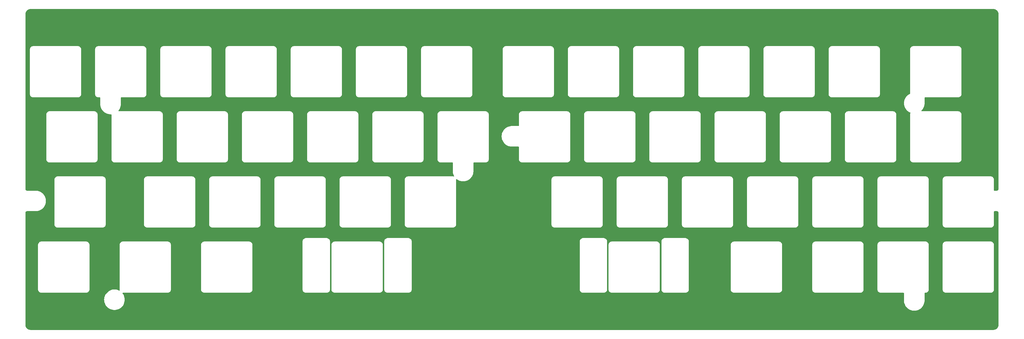
<source format=gbr>
%TF.GenerationSoftware,KiCad,Pcbnew,8.0.0*%
%TF.CreationDate,2024-04-24T08:36:32-07:00*%
%TF.ProjectId,plate,706c6174-652e-46b6-9963-61645f706362,rev?*%
%TF.SameCoordinates,Original*%
%TF.FileFunction,Copper,L2,Bot*%
%TF.FilePolarity,Positive*%
%FSLAX46Y46*%
G04 Gerber Fmt 4.6, Leading zero omitted, Abs format (unit mm)*
G04 Created by KiCad (PCBNEW 8.0.0) date 2024-04-24 08:36:32*
%MOMM*%
%LPD*%
G01*
G04 APERTURE LIST*
%TA.AperFunction,ViaPad*%
%ADD10C,0.600000*%
%TD*%
G04 APERTURE END LIST*
D10*
%TO.N,GND*%
X104900000Y-112480000D03*
X290450000Y-131160000D03*
X316500000Y-93360000D03*
%TD*%
%TA.AperFunction,Conductor*%
%TO.N,GND*%
G36*
X345783025Y-75220005D02*
G01*
X345862259Y-75222007D01*
X345868496Y-75222323D01*
X345938592Y-75227653D01*
X345944791Y-75228282D01*
X346013676Y-75237035D01*
X346019810Y-75237972D01*
X346087458Y-75250053D01*
X346093495Y-75251288D01*
X346159845Y-75266602D01*
X346165814Y-75268137D01*
X346230877Y-75286613D01*
X346236745Y-75288438D01*
X346300395Y-75309975D01*
X346306126Y-75312073D01*
X346368402Y-75336629D01*
X346373998Y-75338996D01*
X346434755Y-75366464D01*
X346440190Y-75369082D01*
X346453304Y-75375799D01*
X346499407Y-75399413D01*
X346504676Y-75402275D01*
X346562251Y-75435380D01*
X346567331Y-75438467D01*
X346623164Y-75474263D01*
X346628096Y-75477595D01*
X346630557Y-75479345D01*
X346682086Y-75515990D01*
X346686842Y-75519547D01*
X346738889Y-75560450D01*
X346743451Y-75564214D01*
X346793490Y-75607561D01*
X346797865Y-75611538D01*
X346845748Y-75657194D01*
X346849929Y-75661375D01*
X346895592Y-75709273D01*
X346899571Y-75713651D01*
X346942894Y-75763669D01*
X346946663Y-75768236D01*
X346987581Y-75820306D01*
X346991139Y-75825065D01*
X347029509Y-75879026D01*
X347032846Y-75883965D01*
X347068638Y-75939800D01*
X347071745Y-75944915D01*
X347104846Y-76002490D01*
X347107714Y-76007771D01*
X347138025Y-76066957D01*
X347140649Y-76072403D01*
X347168129Y-76133194D01*
X347170496Y-76138791D01*
X347195043Y-76201054D01*
X347197143Y-76206793D01*
X347218685Y-76270463D01*
X347220511Y-76276337D01*
X347238978Y-76341381D01*
X347240517Y-76347364D01*
X347255827Y-76413704D01*
X347257073Y-76419793D01*
X347269145Y-76487405D01*
X347270086Y-76493570D01*
X347278838Y-76562449D01*
X347279470Y-76568677D01*
X347284800Y-76638772D01*
X347285117Y-76645038D01*
X347287121Y-76724255D01*
X347287161Y-76727391D01*
X347287161Y-127839937D01*
X347287121Y-127843074D01*
X347286418Y-127870857D01*
X347286101Y-127877124D01*
X347284634Y-127896413D01*
X347284003Y-127902632D01*
X347281611Y-127921466D01*
X347280670Y-127927631D01*
X347277391Y-127946002D01*
X347276147Y-127952087D01*
X347272002Y-127970055D01*
X347270461Y-127976046D01*
X347265466Y-127993641D01*
X347263644Y-127999504D01*
X347257817Y-128016733D01*
X347255716Y-128022475D01*
X347249072Y-128039332D01*
X347246710Y-128044920D01*
X347239257Y-128061415D01*
X347236631Y-128066867D01*
X347228397Y-128082950D01*
X347225532Y-128088227D01*
X347216515Y-128103917D01*
X347213407Y-128109035D01*
X347203628Y-128124295D01*
X347200298Y-128129228D01*
X347189791Y-128144011D01*
X347186230Y-128148774D01*
X347175006Y-128163062D01*
X347171242Y-128167626D01*
X347159335Y-128181379D01*
X347155357Y-128185757D01*
X347142830Y-128198903D01*
X347138650Y-128203086D01*
X347125483Y-128215646D01*
X347121101Y-128219630D01*
X347107355Y-128231542D01*
X347102789Y-128235312D01*
X347088531Y-128246522D01*
X347083776Y-128250080D01*
X347069018Y-128260580D01*
X347064076Y-128263920D01*
X347048818Y-128273706D01*
X347043706Y-128276813D01*
X347028042Y-128285824D01*
X347022757Y-128288696D01*
X347006682Y-128296933D01*
X347001236Y-128299558D01*
X346984791Y-128306996D01*
X346979195Y-128309363D01*
X346962351Y-128316008D01*
X346956605Y-128318113D01*
X346939421Y-128323930D01*
X346933548Y-128325757D01*
X346915983Y-128330747D01*
X346910001Y-128332286D01*
X346892047Y-128336432D01*
X346885960Y-128337678D01*
X346867630Y-128340952D01*
X346861462Y-128341894D01*
X346842666Y-128344283D01*
X346836438Y-128344916D01*
X346817144Y-128346384D01*
X346810879Y-128346701D01*
X346786330Y-128347323D01*
X346783136Y-128347404D01*
X346780001Y-128347444D01*
X346084499Y-128347444D01*
X346017460Y-128327759D01*
X345971705Y-128274955D01*
X345960499Y-128223444D01*
X345960499Y-125221365D01*
X345960499Y-125170004D01*
X345960500Y-125170004D01*
X345960501Y-125082471D01*
X345930101Y-124910065D01*
X345870226Y-124745557D01*
X345782693Y-124593945D01*
X345782691Y-124593943D01*
X345782691Y-124593942D01*
X345744326Y-124548221D01*
X345670163Y-124459837D01*
X345550037Y-124359039D01*
X345536057Y-124347308D01*
X345536053Y-124347306D01*
X345536050Y-124347304D01*
X345384443Y-124259774D01*
X345274771Y-124219857D01*
X345219936Y-124199899D01*
X345133732Y-124184699D01*
X345047529Y-124169499D01*
X345047528Y-124169499D01*
X344959996Y-124169500D01*
X332011363Y-124169500D01*
X332011360Y-124169499D01*
X331960000Y-124169499D01*
X331872467Y-124169499D01*
X331872464Y-124169499D01*
X331700060Y-124199899D01*
X331535559Y-124259772D01*
X331535549Y-124259776D01*
X331383946Y-124347304D01*
X331383940Y-124347309D01*
X331249837Y-124459835D01*
X331249835Y-124459838D01*
X331137305Y-124593945D01*
X331049776Y-124745551D01*
X331049773Y-124745558D01*
X330989897Y-124910064D01*
X330959499Y-125082466D01*
X330959499Y-138245880D01*
X330959500Y-138245893D01*
X330959500Y-138257533D01*
X330989898Y-138429935D01*
X331049774Y-138594441D01*
X331049777Y-138594448D01*
X331137308Y-138746056D01*
X331249829Y-138880155D01*
X331249830Y-138880155D01*
X331249836Y-138880162D01*
X331383944Y-138992692D01*
X331383946Y-138992693D01*
X331383950Y-138992696D01*
X331509103Y-139064953D01*
X331535555Y-139080225D01*
X331700062Y-139140100D01*
X331872467Y-139170500D01*
X331872469Y-139170500D01*
X345047529Y-139170500D01*
X345052715Y-139170500D01*
X345054919Y-139169296D01*
X345059744Y-139168346D01*
X345219934Y-139140100D01*
X345384442Y-139080225D01*
X345536053Y-138992693D01*
X345670161Y-138880163D01*
X345782691Y-138746055D01*
X345870224Y-138594444D01*
X345930100Y-138429936D01*
X345960499Y-138257531D01*
X345960499Y-138169998D01*
X345960499Y-138104106D01*
X345960499Y-134469210D01*
X345980184Y-134402171D01*
X346032988Y-134356416D01*
X346084499Y-134345210D01*
X346780024Y-134345210D01*
X346783078Y-134345248D01*
X346810959Y-134345952D01*
X346817139Y-134346265D01*
X346836480Y-134347735D01*
X346842690Y-134348366D01*
X346853820Y-134349779D01*
X346861537Y-134350760D01*
X346867641Y-134351691D01*
X346886063Y-134354979D01*
X346892103Y-134356215D01*
X346910104Y-134360369D01*
X346916034Y-134361893D01*
X346933683Y-134366903D01*
X346939483Y-134368707D01*
X346956730Y-134374541D01*
X346962406Y-134376618D01*
X346979348Y-134383297D01*
X346984849Y-134385624D01*
X347001364Y-134393089D01*
X347006770Y-134395693D01*
X347022881Y-134403943D01*
X347028159Y-134406809D01*
X347031880Y-134408949D01*
X347043819Y-134415813D01*
X347048932Y-134418919D01*
X347064180Y-134428693D01*
X347069120Y-134432030D01*
X347083870Y-134442518D01*
X347088630Y-134446077D01*
X347102881Y-134457276D01*
X347107446Y-134461043D01*
X347121212Y-134472966D01*
X347125573Y-134476930D01*
X347138716Y-134489460D01*
X347142893Y-134493637D01*
X347155437Y-134506794D01*
X347159416Y-134511173D01*
X347171310Y-134524904D01*
X347175081Y-134529473D01*
X347186288Y-134543734D01*
X347189839Y-134548481D01*
X347200359Y-134563277D01*
X347203684Y-134568200D01*
X347213445Y-134583429D01*
X347216545Y-134588532D01*
X347225569Y-134604226D01*
X347228442Y-134609517D01*
X347232072Y-134616607D01*
X347236659Y-134625564D01*
X347239281Y-134631007D01*
X347246722Y-134647469D01*
X347249089Y-134653067D01*
X347255733Y-134669921D01*
X347257834Y-134675661D01*
X347263652Y-134692859D01*
X347265478Y-134698732D01*
X347270466Y-134716303D01*
X347272005Y-134722289D01*
X347276151Y-134740259D01*
X347277395Y-134746341D01*
X347280669Y-134764678D01*
X347281610Y-134770845D01*
X347284002Y-134789673D01*
X347284634Y-134795901D01*
X347286101Y-134815198D01*
X347286418Y-134821460D01*
X347287121Y-134849233D01*
X347287161Y-134852371D01*
X347287161Y-167561553D01*
X347287121Y-167564689D01*
X347285117Y-167643891D01*
X347284800Y-167650158D01*
X347279471Y-167720231D01*
X347278839Y-167726458D01*
X347270090Y-167795313D01*
X347269148Y-167801482D01*
X347257076Y-167869081D01*
X347255831Y-167875168D01*
X347240518Y-167941517D01*
X347238978Y-167947504D01*
X347220515Y-168012522D01*
X347218689Y-168018394D01*
X347197146Y-168082060D01*
X347195045Y-168087798D01*
X347170498Y-168150056D01*
X347168130Y-168155656D01*
X347140661Y-168216414D01*
X347138039Y-168221857D01*
X347107720Y-168281055D01*
X347104851Y-168286337D01*
X347071751Y-168343905D01*
X347068649Y-168349009D01*
X347058879Y-168364250D01*
X347032871Y-168404817D01*
X347029536Y-168409753D01*
X346991136Y-168463753D01*
X346987579Y-168468510D01*
X346946681Y-168520553D01*
X346942909Y-168525124D01*
X346899569Y-168575156D01*
X346895591Y-168579532D01*
X346849946Y-168627408D01*
X346845766Y-168631589D01*
X346797859Y-168677265D01*
X346793480Y-168681245D01*
X346743484Y-168724553D01*
X346738912Y-168728326D01*
X346686845Y-168769241D01*
X346682092Y-168772795D01*
X346628114Y-168811181D01*
X346623174Y-168814518D01*
X346567345Y-168850309D01*
X346562248Y-168853405D01*
X346504704Y-168886494D01*
X346499420Y-168889364D01*
X346440191Y-168919699D01*
X346434748Y-168922321D01*
X346373985Y-168949792D01*
X346368385Y-168952160D01*
X346306142Y-168976701D01*
X346300404Y-168978802D01*
X346236739Y-169000345D01*
X346230866Y-169002171D01*
X346165846Y-169020634D01*
X346159861Y-169022174D01*
X346093519Y-169037486D01*
X346087432Y-169038731D01*
X346019828Y-169050804D01*
X346013658Y-169051746D01*
X345944803Y-169060495D01*
X345938576Y-169061127D01*
X345868503Y-169066456D01*
X345862236Y-169066773D01*
X345783034Y-169068777D01*
X345779898Y-169068817D01*
X64445737Y-169068817D01*
X64442603Y-169068777D01*
X64436595Y-169068625D01*
X64363383Y-169066773D01*
X64357117Y-169066456D01*
X64287022Y-169061126D01*
X64280795Y-169060494D01*
X64211919Y-169051743D01*
X64205753Y-169050801D01*
X64138136Y-169038728D01*
X64132048Y-169037483D01*
X64065710Y-169022174D01*
X64059728Y-169020636D01*
X64044008Y-169016173D01*
X63994678Y-169002166D01*
X63988808Y-169000341D01*
X63980588Y-168997560D01*
X63925121Y-168978793D01*
X63919399Y-168976698D01*
X63857127Y-168952147D01*
X63851530Y-168949781D01*
X63834648Y-168942150D01*
X63790756Y-168922308D01*
X63785328Y-168919693D01*
X63726111Y-168889366D01*
X63720830Y-168886498D01*
X63663252Y-168853395D01*
X63658138Y-168850288D01*
X63602322Y-168814509D01*
X63597394Y-168811181D01*
X63543388Y-168772779D01*
X63538654Y-168769239D01*
X63486571Y-168728312D01*
X63482016Y-168724553D01*
X63456776Y-168702691D01*
X63431989Y-168681221D01*
X63427617Y-168677249D01*
X63379708Y-168631574D01*
X63375530Y-168627396D01*
X63329846Y-168579484D01*
X63325913Y-168575156D01*
X63282569Y-168525120D01*
X63278803Y-168520555D01*
X63237892Y-168468498D01*
X63234334Y-168463742D01*
X63209750Y-168429173D01*
X63195925Y-168409733D01*
X63192599Y-168404807D01*
X63156818Y-168348998D01*
X63153724Y-168343905D01*
X63120609Y-168286314D01*
X63117745Y-168281041D01*
X63108066Y-168262144D01*
X63087428Y-168221848D01*
X63084811Y-168216417D01*
X63057336Y-168155647D01*
X63054969Y-168150048D01*
X63030417Y-168087781D01*
X63028322Y-168082060D01*
X63006773Y-168018373D01*
X63004963Y-168012554D01*
X62986479Y-167947464D01*
X62984950Y-167941517D01*
X62969630Y-167875142D01*
X62968398Y-167869120D01*
X62956316Y-167801465D01*
X62955377Y-167795313D01*
X62949730Y-167750873D01*
X62946626Y-167726446D01*
X62945996Y-167720231D01*
X62944279Y-167697655D01*
X62940667Y-167650151D01*
X62940351Y-167643898D01*
X62940178Y-167637065D01*
X62938349Y-167564680D01*
X62938309Y-167561547D01*
X62938309Y-160244480D01*
X85944737Y-160244480D01*
X85965060Y-160593404D01*
X85965061Y-160593415D01*
X86025750Y-160937604D01*
X86025752Y-160937611D01*
X86125996Y-161272449D01*
X86264429Y-161593372D01*
X86264435Y-161593385D01*
X86439192Y-161896074D01*
X86647906Y-162176426D01*
X86647911Y-162176432D01*
X86711637Y-162243977D01*
X86887764Y-162430660D01*
X87064225Y-162578728D01*
X87155508Y-162655324D01*
X87155516Y-162655330D01*
X87447525Y-162847388D01*
X87447529Y-162847390D01*
X87759871Y-163004254D01*
X88088311Y-163123796D01*
X88428408Y-163204400D01*
X88775563Y-163244977D01*
X88775570Y-163244977D01*
X89125074Y-163244977D01*
X89125081Y-163244977D01*
X89472236Y-163204400D01*
X89812333Y-163123796D01*
X90140773Y-163004254D01*
X90453115Y-162847390D01*
X90745133Y-162655326D01*
X91012880Y-162430660D01*
X91252734Y-162176430D01*
X91461452Y-161896073D01*
X91636211Y-161593381D01*
X91774648Y-161272448D01*
X91874891Y-160937613D01*
X91935584Y-160593404D01*
X91955907Y-160244477D01*
X91935584Y-159895550D01*
X91935582Y-159895538D01*
X91874893Y-159551349D01*
X91874891Y-159551342D01*
X91774647Y-159216504D01*
X91636214Y-158895581D01*
X91636211Y-158895573D01*
X91461452Y-158592881D01*
X91331666Y-158418548D01*
X91307422Y-158353019D01*
X91322454Y-158284786D01*
X91371990Y-158235511D01*
X91431129Y-158220500D01*
X91453700Y-158220500D01*
X91519592Y-158220507D01*
X91519594Y-158220506D01*
X91527685Y-158220507D01*
X91527808Y-158220500D01*
X104379688Y-158220500D01*
X104379810Y-158220507D01*
X104387901Y-158220506D01*
X104387904Y-158220507D01*
X104402378Y-158220505D01*
X104402543Y-158220553D01*
X104453796Y-158220548D01*
X104453796Y-158220549D01*
X104541328Y-158220541D01*
X104713728Y-158190127D01*
X104878229Y-158130240D01*
X105029832Y-158042698D01*
X105163932Y-157930163D01*
X105276455Y-157796052D01*
X105276455Y-157796050D01*
X105276458Y-157796048D01*
X105276459Y-157796046D01*
X105363976Y-157644448D01*
X105363981Y-157644440D01*
X105423852Y-157479933D01*
X105454250Y-157307529D01*
X105454249Y-157219998D01*
X105454249Y-157154106D01*
X105454249Y-144154110D01*
X105454249Y-144154109D01*
X105454249Y-144146265D01*
X105454200Y-144145528D01*
X105454201Y-144132477D01*
X105454200Y-144132469D01*
X114265748Y-144132469D01*
X114265749Y-144186373D01*
X114265749Y-157293618D01*
X114265799Y-157294382D01*
X114265799Y-157307529D01*
X114296194Y-157479918D01*
X114356065Y-157644423D01*
X114443583Y-157796022D01*
X114443584Y-157796023D01*
X114556097Y-157930123D01*
X114556099Y-157930124D01*
X114556101Y-157930127D01*
X114690194Y-158042657D01*
X114841789Y-158130194D01*
X115006281Y-158190079D01*
X115121209Y-158210354D01*
X115178672Y-158220492D01*
X115178673Y-158220492D01*
X115191140Y-158220492D01*
X115191234Y-158220500D01*
X115266200Y-158220500D01*
X115332092Y-158220507D01*
X115332094Y-158220506D01*
X115340185Y-158220507D01*
X115340308Y-158220500D01*
X128192188Y-158220500D01*
X128192310Y-158220507D01*
X128200401Y-158220506D01*
X128200404Y-158220507D01*
X128214878Y-158220505D01*
X128215043Y-158220553D01*
X128266296Y-158220548D01*
X128266296Y-158220549D01*
X128353828Y-158220541D01*
X128526228Y-158190127D01*
X128690729Y-158130240D01*
X128842332Y-158042698D01*
X128976432Y-157930163D01*
X129088955Y-157796052D01*
X129088955Y-157796050D01*
X129088958Y-157796048D01*
X129088959Y-157796046D01*
X129176476Y-157644448D01*
X129176481Y-157644440D01*
X129236352Y-157479933D01*
X129266750Y-157307529D01*
X129266749Y-157219998D01*
X129266749Y-157154106D01*
X129266749Y-144154110D01*
X129266749Y-144154109D01*
X129266749Y-144146265D01*
X129266700Y-144145528D01*
X129266701Y-144132477D01*
X129236306Y-143960081D01*
X129176437Y-143795582D01*
X129176434Y-143795576D01*
X129088919Y-143643982D01*
X129088917Y-143643980D01*
X129088916Y-143643978D01*
X129088915Y-143643977D01*
X128976398Y-143509873D01*
X128842305Y-143397342D01*
X128842304Y-143397341D01*
X128766507Y-143353573D01*
X128690709Y-143309805D01*
X128575478Y-143267854D01*
X128526214Y-143249919D01*
X128526206Y-143249917D01*
X128353833Y-143219509D01*
X128353825Y-143219508D01*
X128353823Y-143219508D01*
X128353815Y-143219507D01*
X128340437Y-143219506D01*
X128340335Y-143219500D01*
X128332140Y-143219500D01*
X128266296Y-143219500D01*
X128192310Y-143219492D01*
X128192188Y-143219500D01*
X115340308Y-143219500D01*
X115340185Y-143219492D01*
X115317615Y-143219494D01*
X115317444Y-143219444D01*
X115178672Y-143219456D01*
X115178665Y-143219457D01*
X115006274Y-143249870D01*
X115006257Y-143249874D01*
X114841769Y-143309758D01*
X114690164Y-143397300D01*
X114556069Y-143509833D01*
X114556059Y-143509842D01*
X114443544Y-143643945D01*
X114443538Y-143643953D01*
X114356019Y-143795554D01*
X114296144Y-143960068D01*
X114265748Y-144132461D01*
X114265748Y-144132469D01*
X105454200Y-144132469D01*
X105423806Y-143960081D01*
X105363937Y-143795582D01*
X105363934Y-143795576D01*
X105276419Y-143643982D01*
X105276417Y-143643980D01*
X105276416Y-143643978D01*
X105276415Y-143643977D01*
X105163898Y-143509873D01*
X105029805Y-143397342D01*
X105029804Y-143397341D01*
X104954007Y-143353573D01*
X104878209Y-143309805D01*
X104762978Y-143267854D01*
X104713714Y-143249919D01*
X104713706Y-143249917D01*
X104541333Y-143219509D01*
X104541325Y-143219508D01*
X104541323Y-143219508D01*
X104541315Y-143219507D01*
X104527937Y-143219506D01*
X104527835Y-143219500D01*
X104519640Y-143219500D01*
X104453796Y-143219500D01*
X104379810Y-143219492D01*
X104379688Y-143219500D01*
X91527808Y-143219500D01*
X91527685Y-143219492D01*
X91505115Y-143219494D01*
X91504944Y-143219444D01*
X91366172Y-143219456D01*
X91366165Y-143219457D01*
X91193774Y-143249870D01*
X91193757Y-143249874D01*
X91029269Y-143309758D01*
X90877664Y-143397300D01*
X90743569Y-143509833D01*
X90743559Y-143509842D01*
X90631044Y-143643945D01*
X90631038Y-143643953D01*
X90543519Y-143795554D01*
X90483644Y-143960068D01*
X90453248Y-144132461D01*
X90453248Y-144132469D01*
X90453249Y-144186373D01*
X90453249Y-157293618D01*
X90453299Y-157294382D01*
X90453299Y-157307525D01*
X90463461Y-157365158D01*
X90475064Y-157430968D01*
X90467318Y-157500407D01*
X90423261Y-157554635D01*
X90356879Y-157576436D01*
X90297296Y-157563308D01*
X90140780Y-157484703D01*
X90140774Y-157484700D01*
X89812334Y-157365158D01*
X89812331Y-157365157D01*
X89472237Y-157284554D01*
X89428841Y-157279481D01*
X89125081Y-157243977D01*
X88775563Y-157243977D01*
X88471802Y-157279481D01*
X88428407Y-157284554D01*
X88428405Y-157284554D01*
X88088312Y-157365157D01*
X88088309Y-157365158D01*
X87759869Y-157484700D01*
X87759863Y-157484703D01*
X87447525Y-157641565D01*
X87155516Y-157833623D01*
X87155508Y-157833629D01*
X86887764Y-158058294D01*
X86887762Y-158058296D01*
X86647911Y-158312521D01*
X86647906Y-158312527D01*
X86439192Y-158592879D01*
X86264435Y-158895568D01*
X86264429Y-158895581D01*
X86125996Y-159216504D01*
X86025752Y-159551342D01*
X86025750Y-159551349D01*
X85965061Y-159895538D01*
X85965060Y-159895549D01*
X85944737Y-160244473D01*
X85944737Y-160244480D01*
X62938309Y-160244480D01*
X62938309Y-144132469D01*
X66640748Y-144132469D01*
X66640749Y-144186373D01*
X66640749Y-157293618D01*
X66640799Y-157294382D01*
X66640799Y-157307529D01*
X66671194Y-157479918D01*
X66731065Y-157644423D01*
X66818583Y-157796022D01*
X66818584Y-157796023D01*
X66931097Y-157930123D01*
X66931099Y-157930124D01*
X66931101Y-157930127D01*
X67065194Y-158042657D01*
X67216789Y-158130194D01*
X67381281Y-158190079D01*
X67496209Y-158210354D01*
X67553672Y-158220492D01*
X67553673Y-158220492D01*
X67566140Y-158220492D01*
X67566234Y-158220500D01*
X67641200Y-158220500D01*
X67707092Y-158220507D01*
X67707094Y-158220506D01*
X67715185Y-158220507D01*
X67715308Y-158220500D01*
X80567188Y-158220500D01*
X80567310Y-158220507D01*
X80575401Y-158220506D01*
X80575404Y-158220507D01*
X80589878Y-158220505D01*
X80590043Y-158220553D01*
X80641296Y-158220548D01*
X80641296Y-158220549D01*
X80728828Y-158220541D01*
X80901228Y-158190127D01*
X81065729Y-158130240D01*
X81217332Y-158042698D01*
X81351432Y-157930163D01*
X81463955Y-157796052D01*
X81463955Y-157796050D01*
X81463958Y-157796048D01*
X81463959Y-157796046D01*
X81551476Y-157644448D01*
X81551481Y-157644440D01*
X81611352Y-157479933D01*
X81641750Y-157307529D01*
X81641749Y-157219998D01*
X81641749Y-157154106D01*
X81641749Y-144154110D01*
X81641749Y-144154109D01*
X81641749Y-144146265D01*
X81641700Y-144145528D01*
X81641701Y-144132477D01*
X81611306Y-143960081D01*
X81551437Y-143795582D01*
X81551434Y-143795576D01*
X81463919Y-143643982D01*
X81463917Y-143643980D01*
X81463916Y-143643978D01*
X81463915Y-143643977D01*
X81351398Y-143509873D01*
X81217305Y-143397342D01*
X81217304Y-143397341D01*
X81141507Y-143353573D01*
X81065709Y-143309805D01*
X80950478Y-143267854D01*
X80901214Y-143249919D01*
X80901206Y-143249917D01*
X80728833Y-143219509D01*
X80728825Y-143219508D01*
X80728823Y-143219508D01*
X80728815Y-143219507D01*
X80715437Y-143219506D01*
X80715335Y-143219500D01*
X80707140Y-143219500D01*
X80641296Y-143219500D01*
X80567310Y-143219492D01*
X80567188Y-143219500D01*
X67715308Y-143219500D01*
X67715185Y-143219492D01*
X67692615Y-143219494D01*
X67692444Y-143219444D01*
X67553672Y-143219456D01*
X67553665Y-143219457D01*
X67381274Y-143249870D01*
X67381257Y-143249874D01*
X67216769Y-143309758D01*
X67065164Y-143397300D01*
X66931069Y-143509833D01*
X66931059Y-143509842D01*
X66818544Y-143643945D01*
X66818538Y-143643953D01*
X66731019Y-143795554D01*
X66671144Y-143960068D01*
X66640748Y-144132461D01*
X66640748Y-144132469D01*
X62938309Y-144132469D01*
X62938309Y-143132469D01*
X143927748Y-143132469D01*
X143927749Y-143186373D01*
X143927749Y-157293618D01*
X143927799Y-157294382D01*
X143927799Y-157307529D01*
X143958194Y-157479918D01*
X144018065Y-157644423D01*
X144105583Y-157796022D01*
X144105584Y-157796023D01*
X144218097Y-157930123D01*
X144218099Y-157930124D01*
X144218101Y-157930127D01*
X144352194Y-158042657D01*
X144503789Y-158130194D01*
X144668281Y-158190079D01*
X144783209Y-158210354D01*
X144840672Y-158220492D01*
X144840673Y-158220492D01*
X144853140Y-158220492D01*
X144853234Y-158220500D01*
X144928200Y-158220500D01*
X144994092Y-158220507D01*
X144994094Y-158220506D01*
X145002185Y-158220507D01*
X145002308Y-158220500D01*
X150854188Y-158220500D01*
X150854310Y-158220507D01*
X150862401Y-158220506D01*
X150862404Y-158220507D01*
X150876878Y-158220505D01*
X150877043Y-158220553D01*
X150928296Y-158220548D01*
X150928296Y-158220549D01*
X151015828Y-158220541D01*
X151188228Y-158190127D01*
X151352729Y-158130240D01*
X151504332Y-158042698D01*
X151638432Y-157930163D01*
X151750955Y-157796052D01*
X151750955Y-157796050D01*
X151750958Y-157796048D01*
X151750959Y-157796046D01*
X151838476Y-157644448D01*
X151838481Y-157644440D01*
X151898352Y-157479933D01*
X151928750Y-157307529D01*
X151928749Y-157219998D01*
X151928749Y-157154106D01*
X151928749Y-144132469D01*
X152365748Y-144132469D01*
X152365749Y-144186373D01*
X152365749Y-157293618D01*
X152365799Y-157294382D01*
X152365799Y-157307529D01*
X152396194Y-157479918D01*
X152456065Y-157644423D01*
X152543583Y-157796022D01*
X152543584Y-157796023D01*
X152656097Y-157930123D01*
X152656099Y-157930124D01*
X152656101Y-157930127D01*
X152790194Y-158042657D01*
X152941789Y-158130194D01*
X153106281Y-158190079D01*
X153221209Y-158210354D01*
X153278672Y-158220492D01*
X153278673Y-158220492D01*
X153291140Y-158220492D01*
X153291234Y-158220500D01*
X153366200Y-158220500D01*
X153432092Y-158220507D01*
X153432094Y-158220506D01*
X153440185Y-158220507D01*
X153440308Y-158220500D01*
X166292188Y-158220500D01*
X166292310Y-158220507D01*
X166300401Y-158220506D01*
X166300404Y-158220507D01*
X166314878Y-158220505D01*
X166315043Y-158220553D01*
X166366296Y-158220548D01*
X166366296Y-158220549D01*
X166453828Y-158220541D01*
X166626228Y-158190127D01*
X166790729Y-158130240D01*
X166942332Y-158042698D01*
X167076432Y-157930163D01*
X167188955Y-157796052D01*
X167188955Y-157796050D01*
X167188958Y-157796048D01*
X167188959Y-157796046D01*
X167276476Y-157644448D01*
X167276481Y-157644440D01*
X167336352Y-157479933D01*
X167366750Y-157307529D01*
X167366749Y-157219998D01*
X167366749Y-157154106D01*
X167366749Y-144154110D01*
X167366749Y-144154109D01*
X167366749Y-144146265D01*
X167366700Y-144145528D01*
X167366701Y-144132477D01*
X167336306Y-143960081D01*
X167276437Y-143795582D01*
X167276434Y-143795576D01*
X167188919Y-143643982D01*
X167188917Y-143643980D01*
X167188916Y-143643978D01*
X167188915Y-143643977D01*
X167076398Y-143509873D01*
X166942305Y-143397342D01*
X166942304Y-143397341D01*
X166866507Y-143353573D01*
X166790709Y-143309805D01*
X166675478Y-143267854D01*
X166626214Y-143249919D01*
X166626206Y-143249917D01*
X166453833Y-143219509D01*
X166453825Y-143219508D01*
X166453823Y-143219508D01*
X166453815Y-143219507D01*
X166440437Y-143219506D01*
X166440335Y-143219500D01*
X166432140Y-143219500D01*
X166366296Y-143219500D01*
X166292310Y-143219492D01*
X166292188Y-143219500D01*
X153440308Y-143219500D01*
X153440185Y-143219492D01*
X153417615Y-143219494D01*
X153417444Y-143219444D01*
X153278672Y-143219456D01*
X153278665Y-143219457D01*
X153106274Y-143249870D01*
X153106257Y-143249874D01*
X152941769Y-143309758D01*
X152790164Y-143397300D01*
X152656069Y-143509833D01*
X152656059Y-143509842D01*
X152543544Y-143643945D01*
X152543538Y-143643953D01*
X152456019Y-143795554D01*
X152396144Y-143960068D01*
X152365748Y-144132461D01*
X152365748Y-144132469D01*
X151928749Y-144132469D01*
X151928749Y-143154110D01*
X151928749Y-143146265D01*
X151928700Y-143145528D01*
X151928701Y-143132477D01*
X151928700Y-143132469D01*
X167803748Y-143132469D01*
X167803749Y-143186373D01*
X167803749Y-157293618D01*
X167803799Y-157294382D01*
X167803799Y-157307529D01*
X167834194Y-157479918D01*
X167894065Y-157644423D01*
X167981583Y-157796022D01*
X167981584Y-157796023D01*
X168094097Y-157930123D01*
X168094099Y-157930124D01*
X168094101Y-157930127D01*
X168228194Y-158042657D01*
X168379789Y-158130194D01*
X168544281Y-158190079D01*
X168659209Y-158210354D01*
X168716672Y-158220492D01*
X168716673Y-158220492D01*
X168729140Y-158220492D01*
X168729234Y-158220500D01*
X168804200Y-158220500D01*
X168870092Y-158220507D01*
X168870094Y-158220506D01*
X168878185Y-158220507D01*
X168878308Y-158220500D01*
X174730188Y-158220500D01*
X174730310Y-158220507D01*
X174738401Y-158220506D01*
X174738404Y-158220507D01*
X174752878Y-158220505D01*
X174753043Y-158220553D01*
X174804296Y-158220548D01*
X174804296Y-158220549D01*
X174891828Y-158220541D01*
X175064228Y-158190127D01*
X175228729Y-158130240D01*
X175380332Y-158042698D01*
X175514432Y-157930163D01*
X175626955Y-157796052D01*
X175626955Y-157796050D01*
X175626958Y-157796048D01*
X175626959Y-157796046D01*
X175714476Y-157644448D01*
X175714481Y-157644440D01*
X175774352Y-157479933D01*
X175804750Y-157307529D01*
X175804749Y-157219998D01*
X175804749Y-157154106D01*
X175804749Y-143154110D01*
X175804749Y-143146265D01*
X175804700Y-143145528D01*
X175804701Y-143132477D01*
X175804700Y-143132469D01*
X224890248Y-143132469D01*
X224890249Y-143186373D01*
X224890249Y-157293618D01*
X224890299Y-157294382D01*
X224890299Y-157307529D01*
X224920694Y-157479918D01*
X224980565Y-157644423D01*
X225068083Y-157796022D01*
X225068084Y-157796023D01*
X225180597Y-157930123D01*
X225180599Y-157930124D01*
X225180601Y-157930127D01*
X225314694Y-158042657D01*
X225466289Y-158130194D01*
X225630781Y-158190079D01*
X225745709Y-158210354D01*
X225803172Y-158220492D01*
X225803173Y-158220492D01*
X225815640Y-158220492D01*
X225815734Y-158220500D01*
X225890700Y-158220500D01*
X225956592Y-158220507D01*
X225956594Y-158220506D01*
X225964685Y-158220507D01*
X225964808Y-158220500D01*
X231816688Y-158220500D01*
X231816810Y-158220507D01*
X231824901Y-158220506D01*
X231824904Y-158220507D01*
X231839378Y-158220505D01*
X231839543Y-158220553D01*
X231890796Y-158220548D01*
X231890796Y-158220549D01*
X231978328Y-158220541D01*
X232150728Y-158190127D01*
X232315229Y-158130240D01*
X232466832Y-158042698D01*
X232600932Y-157930163D01*
X232713455Y-157796052D01*
X232713455Y-157796050D01*
X232713458Y-157796048D01*
X232713459Y-157796046D01*
X232800976Y-157644448D01*
X232800981Y-157644440D01*
X232860852Y-157479933D01*
X232891250Y-157307529D01*
X232891249Y-157219998D01*
X232891249Y-157154106D01*
X232891249Y-144132469D01*
X233328248Y-144132469D01*
X233328249Y-144186373D01*
X233328249Y-157293618D01*
X233328299Y-157294382D01*
X233328299Y-157307529D01*
X233358694Y-157479918D01*
X233418565Y-157644423D01*
X233506083Y-157796022D01*
X233506084Y-157796023D01*
X233618597Y-157930123D01*
X233618599Y-157930124D01*
X233618601Y-157930127D01*
X233752694Y-158042657D01*
X233904289Y-158130194D01*
X234068781Y-158190079D01*
X234183709Y-158210354D01*
X234241172Y-158220492D01*
X234241173Y-158220492D01*
X234253640Y-158220492D01*
X234253734Y-158220500D01*
X234328700Y-158220500D01*
X234394592Y-158220507D01*
X234394594Y-158220506D01*
X234402685Y-158220507D01*
X234402808Y-158220500D01*
X247254688Y-158220500D01*
X247254810Y-158220507D01*
X247262901Y-158220506D01*
X247262904Y-158220507D01*
X247277378Y-158220505D01*
X247277543Y-158220553D01*
X247328796Y-158220548D01*
X247328796Y-158220549D01*
X247416328Y-158220541D01*
X247588728Y-158190127D01*
X247753229Y-158130240D01*
X247904832Y-158042698D01*
X248038932Y-157930163D01*
X248151455Y-157796052D01*
X248151455Y-157796050D01*
X248151458Y-157796048D01*
X248151459Y-157796046D01*
X248238976Y-157644448D01*
X248238981Y-157644440D01*
X248298852Y-157479933D01*
X248329250Y-157307529D01*
X248329249Y-157219998D01*
X248329249Y-157154106D01*
X248329249Y-144154110D01*
X248329249Y-144154109D01*
X248329249Y-144146265D01*
X248329200Y-144145528D01*
X248329201Y-144132477D01*
X248298806Y-143960081D01*
X248238937Y-143795582D01*
X248238934Y-143795576D01*
X248151419Y-143643982D01*
X248151417Y-143643980D01*
X248151416Y-143643978D01*
X248151415Y-143643977D01*
X248038898Y-143509873D01*
X247904805Y-143397342D01*
X247904804Y-143397341D01*
X247829007Y-143353573D01*
X247753209Y-143309805D01*
X247637978Y-143267854D01*
X247588714Y-143249919D01*
X247588706Y-143249917D01*
X247416333Y-143219509D01*
X247416325Y-143219508D01*
X247416323Y-143219508D01*
X247416315Y-143219507D01*
X247402937Y-143219506D01*
X247402835Y-143219500D01*
X247394640Y-143219500D01*
X247328796Y-143219500D01*
X247254810Y-143219492D01*
X247254688Y-143219500D01*
X234402808Y-143219500D01*
X234402685Y-143219492D01*
X234380115Y-143219494D01*
X234379944Y-143219444D01*
X234241172Y-143219456D01*
X234241165Y-143219457D01*
X234068774Y-143249870D01*
X234068757Y-143249874D01*
X233904269Y-143309758D01*
X233752664Y-143397300D01*
X233618569Y-143509833D01*
X233618559Y-143509842D01*
X233506044Y-143643945D01*
X233506038Y-143643953D01*
X233418519Y-143795554D01*
X233358644Y-143960068D01*
X233328248Y-144132461D01*
X233328248Y-144132469D01*
X232891249Y-144132469D01*
X232891249Y-143154110D01*
X232891249Y-143146265D01*
X232891200Y-143145528D01*
X232891201Y-143132477D01*
X232891200Y-143132469D01*
X248766248Y-143132469D01*
X248766249Y-143186373D01*
X248766249Y-157293618D01*
X248766299Y-157294382D01*
X248766299Y-157307529D01*
X248796694Y-157479918D01*
X248856565Y-157644423D01*
X248944083Y-157796022D01*
X248944084Y-157796023D01*
X249056597Y-157930123D01*
X249056599Y-157930124D01*
X249056601Y-157930127D01*
X249190694Y-158042657D01*
X249342289Y-158130194D01*
X249506781Y-158190079D01*
X249621709Y-158210354D01*
X249679172Y-158220492D01*
X249679173Y-158220492D01*
X249691640Y-158220492D01*
X249691734Y-158220500D01*
X249766700Y-158220500D01*
X249832592Y-158220507D01*
X249832594Y-158220506D01*
X249840685Y-158220507D01*
X249840808Y-158220500D01*
X255692688Y-158220500D01*
X255692810Y-158220507D01*
X255700901Y-158220506D01*
X255700904Y-158220507D01*
X255715378Y-158220505D01*
X255715543Y-158220553D01*
X255766796Y-158220548D01*
X255766796Y-158220549D01*
X255854328Y-158220541D01*
X256026728Y-158190127D01*
X256191229Y-158130240D01*
X256342832Y-158042698D01*
X256476932Y-157930163D01*
X256589455Y-157796052D01*
X256589455Y-157796050D01*
X256589458Y-157796048D01*
X256589459Y-157796046D01*
X256676976Y-157644448D01*
X256676981Y-157644440D01*
X256736852Y-157479933D01*
X256767250Y-157307529D01*
X256767250Y-157295880D01*
X269046999Y-157295880D01*
X269047000Y-157295893D01*
X269047000Y-157307533D01*
X269077398Y-157479935D01*
X269104587Y-157554635D01*
X269137054Y-157643838D01*
X269137274Y-157644441D01*
X269137277Y-157644448D01*
X269224808Y-157796056D01*
X269337329Y-157930155D01*
X269337330Y-157930155D01*
X269337336Y-157930162D01*
X269471444Y-158042692D01*
X269471446Y-158042693D01*
X269471450Y-158042696D01*
X269596603Y-158114953D01*
X269623055Y-158130225D01*
X269787562Y-158190100D01*
X269959967Y-158220500D01*
X269959969Y-158220500D01*
X283135029Y-158220500D01*
X283140215Y-158220500D01*
X283142419Y-158219296D01*
X283147244Y-158218346D01*
X283307434Y-158190100D01*
X283471942Y-158130225D01*
X283623553Y-158042693D01*
X283757661Y-157930163D01*
X283870191Y-157796055D01*
X283957724Y-157644444D01*
X284017600Y-157479936D01*
X284047999Y-157307531D01*
X284047999Y-157295880D01*
X292859499Y-157295880D01*
X292859500Y-157295893D01*
X292859500Y-157307533D01*
X292889898Y-157479935D01*
X292917087Y-157554635D01*
X292949554Y-157643838D01*
X292949774Y-157644441D01*
X292949777Y-157644448D01*
X293037308Y-157796056D01*
X293149829Y-157930155D01*
X293149830Y-157930155D01*
X293149836Y-157930162D01*
X293283944Y-158042692D01*
X293283946Y-158042693D01*
X293283950Y-158042696D01*
X293409103Y-158114953D01*
X293435555Y-158130225D01*
X293600062Y-158190100D01*
X293772467Y-158220500D01*
X293772469Y-158220500D01*
X306947529Y-158220500D01*
X306952715Y-158220500D01*
X306954919Y-158219296D01*
X306959744Y-158218346D01*
X307119934Y-158190100D01*
X307284442Y-158130225D01*
X307436053Y-158042693D01*
X307570161Y-157930163D01*
X307682691Y-157796055D01*
X307770224Y-157644444D01*
X307830100Y-157479936D01*
X307860499Y-157307531D01*
X307860499Y-157295880D01*
X311909499Y-157295880D01*
X311909500Y-157295893D01*
X311909500Y-157307533D01*
X311939898Y-157479935D01*
X311967087Y-157554635D01*
X311999554Y-157643838D01*
X311999774Y-157644441D01*
X311999777Y-157644448D01*
X312087308Y-157796056D01*
X312199829Y-157930155D01*
X312199830Y-157930155D01*
X312199836Y-157930162D01*
X312333944Y-158042692D01*
X312333946Y-158042693D01*
X312333950Y-158042696D01*
X312459103Y-158114953D01*
X312485555Y-158130225D01*
X312650062Y-158190100D01*
X312822467Y-158220500D01*
X312844108Y-158220500D01*
X319538356Y-158220500D01*
X319605395Y-158240185D01*
X319651150Y-158292989D01*
X319662356Y-158344500D01*
X319662356Y-160521402D01*
X319663417Y-160529461D01*
X319662602Y-160529568D01*
X319664954Y-160547423D01*
X319664954Y-160624013D01*
X319702682Y-160958871D01*
X319702683Y-160958875D01*
X319777664Y-161287412D01*
X319777670Y-161287433D01*
X319888958Y-161605495D01*
X319888961Y-161605502D01*
X319888962Y-161605504D01*
X320028883Y-161896074D01*
X320035172Y-161909133D01*
X320132026Y-162063286D01*
X320214449Y-162194471D01*
X320424548Y-162457950D01*
X320621902Y-162655324D01*
X320662824Y-162696250D01*
X320926270Y-162906367D01*
X320926276Y-162906371D01*
X320926282Y-162906376D01*
X320926871Y-162906746D01*
X321211608Y-163085685D01*
X321211607Y-163085685D01*
X321515215Y-163231922D01*
X321700766Y-163296865D01*
X321833287Y-163343249D01*
X322161822Y-163418266D01*
X322496691Y-163456029D01*
X322833682Y-163456064D01*
X323168558Y-163418371D01*
X323394573Y-163366812D01*
X323497092Y-163343427D01*
X323497096Y-163343425D01*
X323497108Y-163343423D01*
X323815203Y-163232163D01*
X324118841Y-163085989D01*
X324404205Y-162906740D01*
X324667707Y-162696669D01*
X324906033Y-162458419D01*
X325116187Y-162194984D01*
X325163391Y-162119887D01*
X325295523Y-161909684D01*
X325295524Y-161909681D01*
X325295527Y-161909677D01*
X325441797Y-161606085D01*
X325553159Y-161288026D01*
X325628211Y-160959499D01*
X325628281Y-160958879D01*
X325666010Y-160624646D01*
X325666010Y-160624641D01*
X325666011Y-160624635D01*
X325666046Y-160456140D01*
X325666060Y-160390248D01*
X325666059Y-160390246D01*
X325666488Y-158344473D01*
X325686187Y-158277439D01*
X325739000Y-158231695D01*
X325790488Y-158220500D01*
X326002715Y-158220500D01*
X326004919Y-158219296D01*
X326009744Y-158218346D01*
X326169934Y-158190100D01*
X326334442Y-158130225D01*
X326486053Y-158042693D01*
X326620161Y-157930163D01*
X326732691Y-157796055D01*
X326820224Y-157644444D01*
X326880100Y-157479936D01*
X326910499Y-157307531D01*
X326910499Y-157295880D01*
X330959499Y-157295880D01*
X330959500Y-157295893D01*
X330959500Y-157307533D01*
X330989898Y-157479935D01*
X331017087Y-157554635D01*
X331049554Y-157643838D01*
X331049774Y-157644441D01*
X331049777Y-157644448D01*
X331137308Y-157796056D01*
X331249829Y-157930155D01*
X331249830Y-157930155D01*
X331249836Y-157930162D01*
X331383944Y-158042692D01*
X331383946Y-158042693D01*
X331383950Y-158042696D01*
X331509103Y-158114953D01*
X331535555Y-158130225D01*
X331700062Y-158190100D01*
X331872467Y-158220500D01*
X331872469Y-158220500D01*
X345047529Y-158220500D01*
X345052715Y-158220500D01*
X345054919Y-158219296D01*
X345059744Y-158218346D01*
X345219934Y-158190100D01*
X345384442Y-158130225D01*
X345536053Y-158042693D01*
X345670161Y-157930163D01*
X345782691Y-157796055D01*
X345870224Y-157644444D01*
X345930100Y-157479936D01*
X345960499Y-157307531D01*
X345960499Y-157219998D01*
X345960499Y-157154106D01*
X345960499Y-144220004D01*
X345960500Y-144220004D01*
X345960501Y-144132471D01*
X345930101Y-143960065D01*
X345870226Y-143795557D01*
X345782693Y-143643945D01*
X345782691Y-143643943D01*
X345782691Y-143643942D01*
X345744326Y-143598221D01*
X345670163Y-143509837D01*
X345595998Y-143447605D01*
X345536057Y-143397308D01*
X345536053Y-143397306D01*
X345536050Y-143397304D01*
X345384443Y-143309774D01*
X345274771Y-143269857D01*
X345219936Y-143249899D01*
X345133732Y-143234699D01*
X345047529Y-143219499D01*
X345047528Y-143219499D01*
X344959996Y-143219500D01*
X332011363Y-143219500D01*
X332011360Y-143219499D01*
X331960000Y-143219499D01*
X331872467Y-143219499D01*
X331872464Y-143219499D01*
X331700060Y-143249899D01*
X331535559Y-143309772D01*
X331535549Y-143309776D01*
X331383946Y-143397304D01*
X331383940Y-143397309D01*
X331249837Y-143509835D01*
X331249835Y-143509838D01*
X331137305Y-143643945D01*
X331049776Y-143795551D01*
X331049773Y-143795558D01*
X330989897Y-143960064D01*
X330959499Y-144132466D01*
X330959499Y-157295880D01*
X326910499Y-157295880D01*
X326910499Y-157219998D01*
X326910499Y-157154106D01*
X326910499Y-144220004D01*
X326910500Y-144220004D01*
X326910501Y-144132471D01*
X326880101Y-143960065D01*
X326820226Y-143795557D01*
X326732693Y-143643945D01*
X326732691Y-143643943D01*
X326732691Y-143643942D01*
X326694326Y-143598221D01*
X326620163Y-143509837D01*
X326545998Y-143447605D01*
X326486057Y-143397308D01*
X326486053Y-143397306D01*
X326486050Y-143397304D01*
X326334443Y-143309774D01*
X326224771Y-143269857D01*
X326169936Y-143249899D01*
X326083732Y-143234699D01*
X325997529Y-143219499D01*
X325997528Y-143219499D01*
X325909996Y-143219500D01*
X312961363Y-143219500D01*
X312961360Y-143219499D01*
X312910000Y-143219499D01*
X312822467Y-143219499D01*
X312822464Y-143219499D01*
X312650060Y-143249899D01*
X312485559Y-143309772D01*
X312485549Y-143309776D01*
X312333946Y-143397304D01*
X312333940Y-143397309D01*
X312199837Y-143509835D01*
X312199835Y-143509838D01*
X312087305Y-143643945D01*
X311999776Y-143795551D01*
X311999773Y-143795558D01*
X311939897Y-143960064D01*
X311909499Y-144132466D01*
X311909499Y-157295880D01*
X307860499Y-157295880D01*
X307860499Y-157219998D01*
X307860499Y-157154106D01*
X307860499Y-144220004D01*
X307860500Y-144220004D01*
X307860501Y-144132471D01*
X307830101Y-143960065D01*
X307770226Y-143795557D01*
X307682693Y-143643945D01*
X307682691Y-143643943D01*
X307682691Y-143643942D01*
X307644326Y-143598221D01*
X307570163Y-143509837D01*
X307495998Y-143447605D01*
X307436057Y-143397308D01*
X307436053Y-143397306D01*
X307436050Y-143397304D01*
X307284443Y-143309774D01*
X307174771Y-143269857D01*
X307119936Y-143249899D01*
X307033732Y-143234699D01*
X306947529Y-143219499D01*
X306947528Y-143219499D01*
X306859996Y-143219500D01*
X293911363Y-143219500D01*
X293911360Y-143219499D01*
X293860000Y-143219499D01*
X293772467Y-143219499D01*
X293772464Y-143219499D01*
X293600060Y-143249899D01*
X293435559Y-143309772D01*
X293435549Y-143309776D01*
X293283946Y-143397304D01*
X293283940Y-143397309D01*
X293149837Y-143509835D01*
X293149835Y-143509838D01*
X293037305Y-143643945D01*
X292949776Y-143795551D01*
X292949773Y-143795558D01*
X292889897Y-143960064D01*
X292859499Y-144132466D01*
X292859499Y-157295880D01*
X284047999Y-157295880D01*
X284047999Y-157219998D01*
X284047999Y-157154106D01*
X284047999Y-144220004D01*
X284048000Y-144220004D01*
X284048001Y-144132471D01*
X284017601Y-143960065D01*
X283957726Y-143795557D01*
X283870193Y-143643945D01*
X283870191Y-143643943D01*
X283870191Y-143643942D01*
X283831826Y-143598221D01*
X283757663Y-143509837D01*
X283683498Y-143447605D01*
X283623557Y-143397308D01*
X283623553Y-143397306D01*
X283623550Y-143397304D01*
X283471943Y-143309774D01*
X283362271Y-143269857D01*
X283307436Y-143249899D01*
X283221232Y-143234699D01*
X283135029Y-143219499D01*
X283135028Y-143219499D01*
X283047496Y-143219500D01*
X270098863Y-143219500D01*
X270098860Y-143219499D01*
X270047500Y-143219499D01*
X269959967Y-143219499D01*
X269959964Y-143219499D01*
X269787560Y-143249899D01*
X269623059Y-143309772D01*
X269623049Y-143309776D01*
X269471446Y-143397304D01*
X269471440Y-143397309D01*
X269337337Y-143509835D01*
X269337335Y-143509838D01*
X269224805Y-143643945D01*
X269137276Y-143795551D01*
X269137273Y-143795558D01*
X269077397Y-143960064D01*
X269046999Y-144132466D01*
X269046999Y-157295880D01*
X256767250Y-157295880D01*
X256767249Y-157219998D01*
X256767249Y-157154106D01*
X256767249Y-143154110D01*
X256767249Y-143146265D01*
X256767200Y-143145528D01*
X256767201Y-143132477D01*
X256736806Y-142960081D01*
X256676937Y-142795582D01*
X256676934Y-142795576D01*
X256589419Y-142643982D01*
X256589417Y-142643980D01*
X256589416Y-142643978D01*
X256589415Y-142643977D01*
X256476898Y-142509873D01*
X256342805Y-142397342D01*
X256342804Y-142397341D01*
X256267007Y-142353573D01*
X256191209Y-142309805D01*
X256075978Y-142267854D01*
X256026714Y-142249919D01*
X256026706Y-142249917D01*
X255854333Y-142219509D01*
X255854325Y-142219508D01*
X255854323Y-142219508D01*
X255854315Y-142219507D01*
X255840937Y-142219506D01*
X255840835Y-142219500D01*
X255832640Y-142219500D01*
X255766796Y-142219500D01*
X255692810Y-142219492D01*
X255692688Y-142219500D01*
X249840808Y-142219500D01*
X249840685Y-142219492D01*
X249818115Y-142219494D01*
X249817944Y-142219444D01*
X249679172Y-142219456D01*
X249679165Y-142219457D01*
X249506774Y-142249870D01*
X249506757Y-142249874D01*
X249342269Y-142309758D01*
X249190664Y-142397300D01*
X249056569Y-142509833D01*
X249056559Y-142509842D01*
X248944044Y-142643945D01*
X248944038Y-142643953D01*
X248856519Y-142795554D01*
X248796644Y-142960068D01*
X248766248Y-143132461D01*
X248766248Y-143132469D01*
X232891200Y-143132469D01*
X232860806Y-142960081D01*
X232800937Y-142795582D01*
X232800934Y-142795576D01*
X232713419Y-142643982D01*
X232713417Y-142643980D01*
X232713416Y-142643978D01*
X232713415Y-142643977D01*
X232600898Y-142509873D01*
X232466805Y-142397342D01*
X232466804Y-142397341D01*
X232391007Y-142353573D01*
X232315209Y-142309805D01*
X232199978Y-142267854D01*
X232150714Y-142249919D01*
X232150706Y-142249917D01*
X231978333Y-142219509D01*
X231978325Y-142219508D01*
X231978323Y-142219508D01*
X231978315Y-142219507D01*
X231964937Y-142219506D01*
X231964835Y-142219500D01*
X231956640Y-142219500D01*
X231890796Y-142219500D01*
X231816810Y-142219492D01*
X231816688Y-142219500D01*
X225964808Y-142219500D01*
X225964685Y-142219492D01*
X225942115Y-142219494D01*
X225941944Y-142219444D01*
X225803172Y-142219456D01*
X225803165Y-142219457D01*
X225630774Y-142249870D01*
X225630757Y-142249874D01*
X225466269Y-142309758D01*
X225314664Y-142397300D01*
X225180569Y-142509833D01*
X225180559Y-142509842D01*
X225068044Y-142643945D01*
X225068038Y-142643953D01*
X224980519Y-142795554D01*
X224920644Y-142960068D01*
X224890248Y-143132461D01*
X224890248Y-143132469D01*
X175804700Y-143132469D01*
X175774306Y-142960081D01*
X175714437Y-142795582D01*
X175714434Y-142795576D01*
X175626919Y-142643982D01*
X175626917Y-142643980D01*
X175626916Y-142643978D01*
X175626915Y-142643977D01*
X175514398Y-142509873D01*
X175380305Y-142397342D01*
X175380304Y-142397341D01*
X175304507Y-142353573D01*
X175228709Y-142309805D01*
X175113478Y-142267854D01*
X175064214Y-142249919D01*
X175064206Y-142249917D01*
X174891833Y-142219509D01*
X174891825Y-142219508D01*
X174891823Y-142219508D01*
X174891815Y-142219507D01*
X174878437Y-142219506D01*
X174878335Y-142219500D01*
X174870140Y-142219500D01*
X174804296Y-142219500D01*
X174730310Y-142219492D01*
X174730188Y-142219500D01*
X168878308Y-142219500D01*
X168878185Y-142219492D01*
X168855615Y-142219494D01*
X168855444Y-142219444D01*
X168716672Y-142219456D01*
X168716665Y-142219457D01*
X168544274Y-142249870D01*
X168544257Y-142249874D01*
X168379769Y-142309758D01*
X168228164Y-142397300D01*
X168094069Y-142509833D01*
X168094059Y-142509842D01*
X167981544Y-142643945D01*
X167981538Y-142643953D01*
X167894019Y-142795554D01*
X167834144Y-142960068D01*
X167803748Y-143132461D01*
X167803748Y-143132469D01*
X151928700Y-143132469D01*
X151898306Y-142960081D01*
X151838437Y-142795582D01*
X151838434Y-142795576D01*
X151750919Y-142643982D01*
X151750917Y-142643980D01*
X151750916Y-142643978D01*
X151750915Y-142643977D01*
X151638398Y-142509873D01*
X151504305Y-142397342D01*
X151504304Y-142397341D01*
X151428507Y-142353573D01*
X151352709Y-142309805D01*
X151237478Y-142267854D01*
X151188214Y-142249919D01*
X151188206Y-142249917D01*
X151015833Y-142219509D01*
X151015825Y-142219508D01*
X151015823Y-142219508D01*
X151015815Y-142219507D01*
X151002437Y-142219506D01*
X151002335Y-142219500D01*
X150994140Y-142219500D01*
X150928296Y-142219500D01*
X150854310Y-142219492D01*
X150854188Y-142219500D01*
X145002308Y-142219500D01*
X145002185Y-142219492D01*
X144979615Y-142219494D01*
X144979444Y-142219444D01*
X144840672Y-142219456D01*
X144840665Y-142219457D01*
X144668274Y-142249870D01*
X144668257Y-142249874D01*
X144503769Y-142309758D01*
X144352164Y-142397300D01*
X144218069Y-142509833D01*
X144218059Y-142509842D01*
X144105544Y-142643945D01*
X144105538Y-142643953D01*
X144018019Y-142795554D01*
X143958144Y-142960068D01*
X143927748Y-143132461D01*
X143927748Y-143132469D01*
X62938309Y-143132469D01*
X62938309Y-134852367D01*
X62938349Y-134849237D01*
X62938415Y-134846596D01*
X62939050Y-134821455D01*
X62939365Y-134815223D01*
X62940835Y-134795901D01*
X62941465Y-134789696D01*
X62942877Y-134778585D01*
X62943858Y-134770856D01*
X62944791Y-134764748D01*
X62948080Y-134746331D01*
X62949319Y-134740283D01*
X62949325Y-134740259D01*
X62953473Y-134722289D01*
X62954996Y-134716366D01*
X62960005Y-134698730D01*
X62961797Y-134692965D01*
X62967653Y-134675661D01*
X62969736Y-134669974D01*
X62970078Y-134669107D01*
X62976392Y-134653093D01*
X62978728Y-134647571D01*
X62986204Y-134631036D01*
X62988780Y-134625689D01*
X62997075Y-134609495D01*
X62999901Y-134604295D01*
X63008930Y-134588597D01*
X63012015Y-134583519D01*
X63021826Y-134568216D01*
X63025122Y-134563339D01*
X63035667Y-134548513D01*
X63039181Y-134543815D01*
X63050454Y-134529473D01*
X63054153Y-134524992D01*
X63066127Y-134511173D01*
X63070036Y-134506873D01*
X63082621Y-134493677D01*
X63086793Y-134489506D01*
X63095583Y-134481127D01*
X63099961Y-134476954D01*
X63104284Y-134473025D01*
X63118108Y-134461053D01*
X63122606Y-134457343D01*
X63136946Y-134446077D01*
X63141609Y-134442590D01*
X63156486Y-134432014D01*
X63161327Y-134428744D01*
X63176666Y-134418914D01*
X63181716Y-134415848D01*
X63197422Y-134406819D01*
X63202671Y-134403969D01*
X63218823Y-134395700D01*
X63224213Y-134393103D01*
X63240724Y-134385640D01*
X63246259Y-134383300D01*
X63263200Y-134376623D01*
X63268852Y-134374555D01*
X63286104Y-134368719D01*
X63291968Y-134366897D01*
X63309547Y-134361907D01*
X63315527Y-134360369D01*
X63317315Y-134359956D01*
X63333516Y-134356218D01*
X63339569Y-134354980D01*
X63357965Y-134351696D01*
X63364097Y-134350760D01*
X63382950Y-134348365D01*
X63389150Y-134347736D01*
X63408494Y-134346265D01*
X63414687Y-134345951D01*
X63442562Y-134345248D01*
X63445618Y-134345210D01*
X65853539Y-134345210D01*
X65866608Y-134345901D01*
X65874302Y-134346716D01*
X65874303Y-134346715D01*
X65874304Y-134346716D01*
X65932264Y-134345249D01*
X65935399Y-134345210D01*
X66001540Y-134345210D01*
X66001540Y-134345442D01*
X66020158Y-134345955D01*
X66020207Y-134345066D01*
X66028321Y-134345511D01*
X66028328Y-134345513D01*
X66078289Y-134341713D01*
X66084517Y-134341398D01*
X66134607Y-134340132D01*
X66134612Y-134340130D01*
X66142639Y-134338867D01*
X66142838Y-134340131D01*
X66172549Y-134337871D01*
X66172555Y-134336587D01*
X66180677Y-134336622D01*
X66180685Y-134336624D01*
X66230457Y-134330298D01*
X66236618Y-134329674D01*
X66286606Y-134325873D01*
X66286614Y-134325869D01*
X66294557Y-134324204D01*
X66294849Y-134325598D01*
X66323060Y-134322016D01*
X66322995Y-134320582D01*
X66331109Y-134320210D01*
X66331109Y-134320209D01*
X66331111Y-134320210D01*
X66380534Y-134311382D01*
X66386655Y-134310447D01*
X66436448Y-134304121D01*
X66436456Y-134304117D01*
X66444309Y-134302052D01*
X66444708Y-134303569D01*
X66471435Y-134298798D01*
X66471284Y-134297224D01*
X66479363Y-134296445D01*
X66479373Y-134296446D01*
X66528331Y-134285144D01*
X66534400Y-134283903D01*
X66583872Y-134275069D01*
X66583874Y-134275068D01*
X66591614Y-134272609D01*
X66592128Y-134274229D01*
X66617431Y-134268393D01*
X66617182Y-134266695D01*
X66625220Y-134265514D01*
X66625223Y-134265513D01*
X66625226Y-134265513D01*
X66673670Y-134251754D01*
X66679611Y-134250226D01*
X66728652Y-134238908D01*
X66728659Y-134238904D01*
X66736265Y-134236062D01*
X66736905Y-134237774D01*
X66760825Y-134230983D01*
X66760468Y-134229176D01*
X66768441Y-134227597D01*
X66768443Y-134227596D01*
X66768448Y-134227596D01*
X66816214Y-134211431D01*
X66822043Y-134209619D01*
X66870553Y-134195844D01*
X66870559Y-134195839D01*
X66878020Y-134192620D01*
X66878792Y-134194408D01*
X66901409Y-134186758D01*
X66900933Y-134184852D01*
X66908806Y-134182885D01*
X66908818Y-134182884D01*
X66955832Y-134164344D01*
X66961510Y-134162266D01*
X67009362Y-134146075D01*
X67009370Y-134146069D01*
X67016654Y-134142487D01*
X67017563Y-134144335D01*
X67038947Y-134135906D01*
X67038346Y-134133919D01*
X67046118Y-134131567D01*
X67046124Y-134131567D01*
X67092229Y-134110721D01*
X67097764Y-134108380D01*
X67144870Y-134089807D01*
X67144875Y-134089803D01*
X67151980Y-134085862D01*
X67153027Y-134087749D01*
X67173229Y-134078617D01*
X67172500Y-134076570D01*
X67180157Y-134073840D01*
X67180157Y-134073839D01*
X67180161Y-134073839D01*
X67225283Y-134050727D01*
X67230683Y-134048125D01*
X67276874Y-134027243D01*
X67276875Y-134027241D01*
X67283780Y-134022956D01*
X67284973Y-134024879D01*
X67304090Y-134015091D01*
X67303222Y-134012984D01*
X67310731Y-134009888D01*
X67310738Y-134009887D01*
X67354751Y-133984578D01*
X67359990Y-133981732D01*
X67405180Y-133958588D01*
X67405186Y-133958581D01*
X67411865Y-133953972D01*
X67413195Y-133955899D01*
X67431295Y-133945495D01*
X67430293Y-133943362D01*
X67437649Y-133939906D01*
X67452242Y-133930550D01*
X67480455Y-133912461D01*
X67485509Y-133909389D01*
X67529605Y-133884036D01*
X67529607Y-133884033D01*
X67529610Y-133884032D01*
X67536063Y-133879099D01*
X67537614Y-133881128D01*
X67554753Y-133870179D01*
X67553537Y-133867884D01*
X67560710Y-133864081D01*
X67560723Y-133864077D01*
X67602194Y-133834585D01*
X67607118Y-133831258D01*
X67649959Y-133803794D01*
X67649962Y-133803789D01*
X67656148Y-133798570D01*
X67672902Y-133786658D01*
X67679761Y-133782592D01*
X67711760Y-133757444D01*
X67719823Y-133751107D01*
X67724535Y-133747583D01*
X67766073Y-133718045D01*
X67766076Y-133718041D01*
X67771863Y-133712660D01*
X67788054Y-133699938D01*
X67794581Y-133695633D01*
X67794591Y-133695629D01*
X67833150Y-133662226D01*
X67837626Y-133658531D01*
X67877759Y-133626995D01*
X67877765Y-133626986D01*
X67883204Y-133621422D01*
X67898779Y-133607931D01*
X67905024Y-133603370D01*
X67905033Y-133603366D01*
X67941975Y-133568142D01*
X67946285Y-133564225D01*
X67984855Y-133530817D01*
X67984858Y-133530811D01*
X67989976Y-133525048D01*
X68004901Y-133510818D01*
X68010890Y-133505991D01*
X68010890Y-133505990D01*
X68010893Y-133505989D01*
X68046120Y-133469039D01*
X68050249Y-133464911D01*
X68087181Y-133429701D01*
X68087183Y-133429697D01*
X68091997Y-133423723D01*
X68106237Y-133408786D01*
X68111997Y-133403670D01*
X68112009Y-133403663D01*
X68145402Y-133365110D01*
X68149373Y-133360743D01*
X68184553Y-133323845D01*
X68184552Y-133323845D01*
X68184557Y-133323841D01*
X68184560Y-133323835D01*
X68189122Y-133317588D01*
X68202612Y-133302015D01*
X68208180Y-133296574D01*
X68208183Y-133296569D01*
X68208187Y-133296567D01*
X68239723Y-133256434D01*
X68243418Y-133251958D01*
X68276821Y-133213399D01*
X68276825Y-133213389D01*
X68281130Y-133206862D01*
X68293852Y-133190671D01*
X68299233Y-133184884D01*
X68299237Y-133184881D01*
X68328775Y-133143343D01*
X68332299Y-133138631D01*
X68345578Y-133121734D01*
X68363784Y-133098569D01*
X68367850Y-133091710D01*
X68379762Y-133074956D01*
X68384981Y-133068770D01*
X68384986Y-133068767D01*
X68412450Y-133025926D01*
X68415777Y-133021002D01*
X68417805Y-133018148D01*
X68445269Y-132979531D01*
X68445273Y-132979518D01*
X68449076Y-132972345D01*
X68451371Y-132973561D01*
X68462320Y-132956422D01*
X68460291Y-132954871D01*
X68465224Y-132948418D01*
X68465225Y-132948415D01*
X68465228Y-132948413D01*
X68490581Y-132904317D01*
X68493653Y-132899263D01*
X68521098Y-132856457D01*
X68524554Y-132849101D01*
X68526687Y-132850103D01*
X68537091Y-132832003D01*
X68535164Y-132830673D01*
X68539773Y-132823994D01*
X68539780Y-132823988D01*
X68562924Y-132778798D01*
X68565770Y-132773559D01*
X68591079Y-132729546D01*
X68591080Y-132729539D01*
X68594176Y-132722030D01*
X68596283Y-132722898D01*
X68606071Y-132703781D01*
X68604148Y-132702588D01*
X68608434Y-132695683D01*
X68608433Y-132695683D01*
X68608435Y-132695682D01*
X68629317Y-132649491D01*
X68631919Y-132644091D01*
X68655031Y-132598969D01*
X68655032Y-132598965D01*
X68657762Y-132591308D01*
X68659809Y-132592037D01*
X68668941Y-132571835D01*
X68667054Y-132570788D01*
X68670995Y-132563683D01*
X68670999Y-132563678D01*
X68689572Y-132516572D01*
X68691913Y-132511037D01*
X68712759Y-132464932D01*
X68712759Y-132464926D01*
X68715111Y-132457154D01*
X68717098Y-132457755D01*
X68725528Y-132436368D01*
X68723681Y-132435459D01*
X68727265Y-132428174D01*
X68727265Y-132428171D01*
X68727267Y-132428170D01*
X68743456Y-132380323D01*
X68745546Y-132374618D01*
X68764076Y-132327626D01*
X68764076Y-132327622D01*
X68766047Y-132319733D01*
X68767957Y-132320210D01*
X68775607Y-132297595D01*
X68773815Y-132296821D01*
X68777034Y-132289367D01*
X68777036Y-132289361D01*
X68790825Y-132240803D01*
X68792612Y-132235057D01*
X68808788Y-132187255D01*
X68808788Y-132187251D01*
X68808790Y-132187246D01*
X68810368Y-132179274D01*
X68812182Y-132179633D01*
X68818971Y-132155715D01*
X68817254Y-132155073D01*
X68820096Y-132147467D01*
X68820100Y-132147460D01*
X68831418Y-132098419D01*
X68832946Y-132092478D01*
X68846705Y-132044034D01*
X68846705Y-132044031D01*
X68846706Y-132044028D01*
X68847887Y-132035990D01*
X68849585Y-132036239D01*
X68855423Y-132010938D01*
X68853800Y-132010423D01*
X68856259Y-132002683D01*
X68856261Y-132002680D01*
X68865095Y-131953208D01*
X68866340Y-131947124D01*
X68867849Y-131940588D01*
X68877638Y-131898181D01*
X68877637Y-131898171D01*
X68878416Y-131890092D01*
X68879989Y-131890243D01*
X68884762Y-131863513D01*
X68883244Y-131863114D01*
X68885310Y-131855262D01*
X68885313Y-131855255D01*
X68891640Y-131805464D01*
X68892576Y-131799335D01*
X68901402Y-131749919D01*
X68901402Y-131749918D01*
X68901774Y-131741802D01*
X68903209Y-131741867D01*
X68906792Y-131713662D01*
X68905396Y-131713370D01*
X68907063Y-131705419D01*
X68907065Y-131705415D01*
X68910864Y-131655437D01*
X68911492Y-131649246D01*
X68917816Y-131599492D01*
X68917814Y-131599484D01*
X68917779Y-131591361D01*
X68919060Y-131591355D01*
X68921319Y-131561645D01*
X68920059Y-131561447D01*
X68921322Y-131553420D01*
X68921324Y-131553415D01*
X68922590Y-131503325D01*
X68922905Y-131497097D01*
X68926705Y-131447136D01*
X68926703Y-131447129D01*
X68926258Y-131439015D01*
X68927384Y-131438953D01*
X68928174Y-131407747D01*
X68927051Y-131407628D01*
X68927908Y-131399542D01*
X68926641Y-131349462D01*
X68926641Y-131343188D01*
X68927908Y-131293114D01*
X68927051Y-131285029D01*
X68928171Y-131284910D01*
X68927380Y-131253673D01*
X68926258Y-131253612D01*
X68926704Y-131245498D01*
X68926705Y-131245495D01*
X68922904Y-131195515D01*
X68922589Y-131189270D01*
X68921324Y-131139213D01*
X68920060Y-131131185D01*
X68921317Y-131130987D01*
X68919060Y-131101249D01*
X68917779Y-131101244D01*
X68917816Y-131093113D01*
X68911498Y-131043391D01*
X68910866Y-131037160D01*
X68907067Y-130987189D01*
X68905398Y-130979233D01*
X68906791Y-130978940D01*
X68903209Y-130950721D01*
X68901774Y-130950787D01*
X68901402Y-130942668D01*
X68892582Y-130893277D01*
X68891640Y-130887105D01*
X68885316Y-130837328D01*
X68883249Y-130829472D01*
X68884759Y-130829074D01*
X68879985Y-130802321D01*
X68878417Y-130802472D01*
X68877639Y-130794392D01*
X68877640Y-130794388D01*
X68866336Y-130745410D01*
X68865098Y-130739360D01*
X68856265Y-130689887D01*
X68856260Y-130689878D01*
X68853804Y-130682142D01*
X68855423Y-130681627D01*
X68849586Y-130656315D01*
X68847889Y-130656565D01*
X68846707Y-130648517D01*
X68832961Y-130600107D01*
X68831421Y-130594120D01*
X68820107Y-130545097D01*
X68820106Y-130545092D01*
X68820103Y-130545086D01*
X68817259Y-130537478D01*
X68818965Y-130536839D01*
X68812171Y-130512898D01*
X68810367Y-130513256D01*
X68808790Y-130505286D01*
X68792634Y-130457536D01*
X68790818Y-130451699D01*
X68777041Y-130403177D01*
X68777039Y-130403173D01*
X68777038Y-130403170D01*
X68773819Y-130395713D01*
X68775603Y-130394942D01*
X68767953Y-130372313D01*
X68766047Y-130372789D01*
X68764078Y-130364905D01*
X68764078Y-130364900D01*
X68745550Y-130317909D01*
X68743466Y-130312216D01*
X68727274Y-130264358D01*
X68727272Y-130264355D01*
X68727271Y-130264352D01*
X68723683Y-130257057D01*
X68725523Y-130256151D01*
X68717095Y-130234765D01*
X68715115Y-130235365D01*
X68712762Y-130227586D01*
X68691926Y-130181497D01*
X68689559Y-130175900D01*
X68679827Y-130151218D01*
X68671004Y-130128839D01*
X68671002Y-130128836D01*
X68667060Y-130121729D01*
X68668927Y-130120692D01*
X68659791Y-130100467D01*
X68657760Y-130101192D01*
X68655033Y-130093543D01*
X68655032Y-130093538D01*
X68655029Y-130093532D01*
X68655028Y-130093529D01*
X68631937Y-130048446D01*
X68629324Y-130043024D01*
X68608440Y-129996828D01*
X68604156Y-129989927D01*
X68606046Y-129988753D01*
X68596255Y-129969621D01*
X68594180Y-129970477D01*
X68591082Y-129962961D01*
X68574208Y-129933615D01*
X68565778Y-129918955D01*
X68562916Y-129913685D01*
X68539782Y-129868516D01*
X68535164Y-129861826D01*
X68537089Y-129860496D01*
X68526691Y-129842390D01*
X68524552Y-129843396D01*
X68521098Y-129836045D01*
X68521096Y-129836039D01*
X68493653Y-129793234D01*
X68490572Y-129788162D01*
X68465229Y-129744088D01*
X68465226Y-129744085D01*
X68460288Y-129737625D01*
X68462126Y-129736219D01*
X68451135Y-129719053D01*
X68449072Y-129720147D01*
X68445269Y-129712971D01*
X68445266Y-129712966D01*
X68445265Y-129712964D01*
X68415766Y-129671484D01*
X68412463Y-129666593D01*
X68384983Y-129623731D01*
X68379751Y-129617532D01*
X68367852Y-129600796D01*
X68363780Y-129593928D01*
X68332299Y-129553872D01*
X68328740Y-129549113D01*
X68299232Y-129507619D01*
X68299230Y-129507618D01*
X68299228Y-129507614D01*
X68293835Y-129501814D01*
X68281124Y-129485639D01*
X68276813Y-129479102D01*
X68276810Y-129479095D01*
X68268642Y-129469666D01*
X68243434Y-129440567D01*
X68239662Y-129435997D01*
X68208177Y-129395934D01*
X68202603Y-129390488D01*
X68189116Y-129374918D01*
X68184547Y-129368661D01*
X68184546Y-129368659D01*
X68167420Y-129350698D01*
X68149348Y-129331745D01*
X68145367Y-129327366D01*
X68139758Y-129320891D01*
X68111995Y-129288842D01*
X68111993Y-129288840D01*
X68111989Y-129288836D01*
X68106219Y-129283714D01*
X68091999Y-129268800D01*
X68087168Y-129262806D01*
X68085501Y-129261217D01*
X68050235Y-129227596D01*
X68046079Y-129223440D01*
X68039966Y-129217029D01*
X68010877Y-129186522D01*
X68010870Y-129186518D01*
X68004879Y-129181689D01*
X67989971Y-129167477D01*
X67984838Y-129161697D01*
X67982873Y-129159995D01*
X67946274Y-129128295D01*
X67941951Y-129124367D01*
X67905011Y-129089151D01*
X67905008Y-129089148D01*
X67898750Y-129084580D01*
X67883182Y-129071097D01*
X67877739Y-129065528D01*
X67877736Y-129065524D01*
X67846459Y-129040948D01*
X67837664Y-129034037D01*
X67833095Y-129030267D01*
X67794568Y-128996898D01*
X67794567Y-128996897D01*
X67794565Y-128996896D01*
X67788012Y-128992575D01*
X67771841Y-128979869D01*
X67766049Y-128974484D01*
X67762975Y-128972298D01*
X67724520Y-128944956D01*
X67719787Y-128941416D01*
X67679726Y-128909939D01*
X67672851Y-128905863D01*
X67656126Y-128893973D01*
X67649933Y-128888747D01*
X67649932Y-128888746D01*
X67607078Y-128861276D01*
X67602170Y-128857961D01*
X67560690Y-128828468D01*
X67560688Y-128828467D01*
X67560685Y-128828465D01*
X67553508Y-128824663D01*
X67554634Y-128822537D01*
X67537488Y-128811534D01*
X67536027Y-128813446D01*
X67529574Y-128808512D01*
X67485520Y-128783185D01*
X67480410Y-128780081D01*
X67437618Y-128752652D01*
X67430259Y-128749196D01*
X67431234Y-128747118D01*
X67413140Y-128736702D01*
X67411837Y-128738591D01*
X67405149Y-128733974D01*
X67359986Y-128710847D01*
X67354703Y-128707978D01*
X67310703Y-128682683D01*
X67303190Y-128679587D01*
X67304036Y-128677531D01*
X67284911Y-128667735D01*
X67283745Y-128669615D01*
X67276840Y-128665330D01*
X67230682Y-128644465D01*
X67225243Y-128641845D01*
X67180123Y-128618741D01*
X67172466Y-128616012D01*
X67173186Y-128613991D01*
X67152980Y-128604859D01*
X67151947Y-128606723D01*
X67144839Y-128602781D01*
X67144837Y-128602780D01*
X67097781Y-128584229D01*
X67092189Y-128581864D01*
X67046085Y-128561026D01*
X67038304Y-128558673D01*
X67038900Y-128556701D01*
X67017526Y-128548276D01*
X67016624Y-128550112D01*
X67009329Y-128546524D01*
X66961483Y-128530336D01*
X66955758Y-128528241D01*
X66908780Y-128509722D01*
X66908776Y-128509721D01*
X66900888Y-128507752D01*
X66901360Y-128505859D01*
X66878740Y-128498210D01*
X66877975Y-128499984D01*
X66870518Y-128496764D01*
X66847140Y-128490127D01*
X66822007Y-128482991D01*
X66816186Y-128481181D01*
X66768417Y-128465021D01*
X66768413Y-128465020D01*
X66760449Y-128463445D01*
X66760804Y-128461646D01*
X66736874Y-128454854D01*
X66736237Y-128456559D01*
X66728623Y-128453712D01*
X66679588Y-128442397D01*
X66673606Y-128440859D01*
X66625191Y-128427114D01*
X66617147Y-128425933D01*
X66617395Y-128424240D01*
X66592106Y-128418407D01*
X66591593Y-128420023D01*
X66583848Y-128417562D01*
X66534387Y-128408731D01*
X66528304Y-128407487D01*
X66479351Y-128396191D01*
X66479348Y-128396190D01*
X66479345Y-128396190D01*
X66479341Y-128396190D01*
X66471258Y-128395413D01*
X66471408Y-128393844D01*
X66444684Y-128389074D01*
X66444287Y-128390587D01*
X66436428Y-128388519D01*
X66386656Y-128382195D01*
X66380493Y-128381254D01*
X66331088Y-128372434D01*
X66322971Y-128372062D01*
X66323036Y-128370632D01*
X66294841Y-128367051D01*
X66294550Y-128368443D01*
X66286591Y-128366773D01*
X66236629Y-128362975D01*
X66230401Y-128362343D01*
X66180673Y-128356025D01*
X66180669Y-128356025D01*
X66180668Y-128356025D01*
X66172543Y-128356062D01*
X66172537Y-128354783D01*
X66142827Y-128352524D01*
X66142629Y-128353783D01*
X66134598Y-128352518D01*
X66084531Y-128351253D01*
X66078266Y-128350936D01*
X66028317Y-128347139D01*
X66028316Y-128347139D01*
X66028315Y-128347139D01*
X66020197Y-128347586D01*
X66020148Y-128346702D01*
X66001534Y-128347213D01*
X66001534Y-128347444D01*
X65935386Y-128347444D01*
X65932252Y-128347404D01*
X65931471Y-128347384D01*
X65874303Y-128345938D01*
X65866624Y-128346753D01*
X65853548Y-128347444D01*
X63445640Y-128347444D01*
X63442506Y-128347404D01*
X63438923Y-128347313D01*
X63414763Y-128346701D01*
X63408500Y-128346384D01*
X63389201Y-128344916D01*
X63382970Y-128344283D01*
X63364160Y-128341892D01*
X63357990Y-128340950D01*
X63339658Y-128337674D01*
X63333576Y-128336430D01*
X63315603Y-128332280D01*
X63309616Y-128330739D01*
X63292068Y-128325754D01*
X63286203Y-128323930D01*
X63277770Y-128321076D01*
X63268982Y-128318101D01*
X63263258Y-128316005D01*
X63255559Y-128312969D01*
X63246404Y-128309358D01*
X63240807Y-128306990D01*
X63224336Y-128299541D01*
X63218893Y-128296918D01*
X63202815Y-128288681D01*
X63197532Y-128285811D01*
X63191029Y-128282071D01*
X63181843Y-128276787D01*
X63176730Y-128273680D01*
X63161482Y-128263901D01*
X63156552Y-128260570D01*
X63152794Y-128257897D01*
X63141746Y-128250039D01*
X63137007Y-128246493D01*
X63122741Y-128235279D01*
X63118177Y-128231512D01*
X63104417Y-128219590D01*
X63100037Y-128215608D01*
X63086867Y-128203048D01*
X63082689Y-128198869D01*
X63070143Y-128185707D01*
X63066167Y-128181331D01*
X63054267Y-128167591D01*
X63050490Y-128163014D01*
X63039256Y-128148714D01*
X63035705Y-128143965D01*
X63025185Y-128129169D01*
X63021851Y-128124232D01*
X63012075Y-128108981D01*
X63008981Y-128103888D01*
X62999940Y-128088162D01*
X62997082Y-128082899D01*
X62988838Y-128066800D01*
X62986217Y-128061359D01*
X62978759Y-128044861D01*
X62976416Y-128039323D01*
X62969721Y-128022340D01*
X62967664Y-128016718D01*
X62961822Y-127999452D01*
X62960006Y-127993610D01*
X62955009Y-127976012D01*
X62953468Y-127970022D01*
X62951781Y-127962710D01*
X62949319Y-127952040D01*
X62948084Y-127946002D01*
X62944792Y-127927573D01*
X62943862Y-127921477D01*
X62941461Y-127902589D01*
X62940834Y-127896401D01*
X62939366Y-127877093D01*
X62939051Y-127870897D01*
X62938347Y-127842999D01*
X62938309Y-127839942D01*
X62938309Y-125082469D01*
X71403248Y-125082469D01*
X71403249Y-125136373D01*
X71403249Y-138243618D01*
X71403299Y-138244382D01*
X71403299Y-138257529D01*
X71433694Y-138429918D01*
X71493565Y-138594423D01*
X71581083Y-138746022D01*
X71581084Y-138746023D01*
X71693597Y-138880123D01*
X71693599Y-138880124D01*
X71693601Y-138880127D01*
X71827694Y-138992657D01*
X71979289Y-139080194D01*
X72143781Y-139140079D01*
X72258709Y-139160354D01*
X72316172Y-139170492D01*
X72316173Y-139170492D01*
X72328640Y-139170492D01*
X72328734Y-139170500D01*
X72403700Y-139170500D01*
X72469592Y-139170507D01*
X72469594Y-139170506D01*
X72477685Y-139170507D01*
X72477808Y-139170500D01*
X85329688Y-139170500D01*
X85329810Y-139170507D01*
X85337901Y-139170506D01*
X85337904Y-139170507D01*
X85352378Y-139170505D01*
X85352543Y-139170553D01*
X85403796Y-139170548D01*
X85403796Y-139170549D01*
X85491328Y-139170541D01*
X85663728Y-139140127D01*
X85828229Y-139080240D01*
X85979832Y-138992698D01*
X86113932Y-138880163D01*
X86226455Y-138746052D01*
X86226455Y-138746050D01*
X86226458Y-138746048D01*
X86226459Y-138746046D01*
X86313976Y-138594448D01*
X86313981Y-138594440D01*
X86373852Y-138429933D01*
X86404250Y-138257529D01*
X86404250Y-138245880D01*
X97596999Y-138245880D01*
X97597000Y-138245893D01*
X97597000Y-138257533D01*
X97627398Y-138429935D01*
X97687274Y-138594441D01*
X97687277Y-138594448D01*
X97774808Y-138746056D01*
X97887329Y-138880155D01*
X97887330Y-138880155D01*
X97887336Y-138880162D01*
X98021444Y-138992692D01*
X98021446Y-138992693D01*
X98021450Y-138992696D01*
X98146603Y-139064953D01*
X98173055Y-139080225D01*
X98337562Y-139140100D01*
X98509967Y-139170500D01*
X98509969Y-139170500D01*
X111685029Y-139170500D01*
X111690215Y-139170500D01*
X111692419Y-139169296D01*
X111697244Y-139168346D01*
X111857434Y-139140100D01*
X112021942Y-139080225D01*
X112173553Y-138992693D01*
X112307661Y-138880163D01*
X112420191Y-138746055D01*
X112507724Y-138594444D01*
X112567600Y-138429936D01*
X112597999Y-138257531D01*
X112597999Y-138245880D01*
X116646999Y-138245880D01*
X116647000Y-138245893D01*
X116647000Y-138257533D01*
X116677398Y-138429935D01*
X116737274Y-138594441D01*
X116737277Y-138594448D01*
X116824808Y-138746056D01*
X116937329Y-138880155D01*
X116937330Y-138880155D01*
X116937336Y-138880162D01*
X117071444Y-138992692D01*
X117071446Y-138992693D01*
X117071450Y-138992696D01*
X117196603Y-139064953D01*
X117223055Y-139080225D01*
X117387562Y-139140100D01*
X117559967Y-139170500D01*
X117559969Y-139170500D01*
X130735029Y-139170500D01*
X130740215Y-139170500D01*
X130742419Y-139169296D01*
X130747244Y-139168346D01*
X130907434Y-139140100D01*
X131071942Y-139080225D01*
X131223553Y-138992693D01*
X131357661Y-138880163D01*
X131470191Y-138746055D01*
X131557724Y-138594444D01*
X131617600Y-138429936D01*
X131647999Y-138257531D01*
X131647999Y-138245880D01*
X135696999Y-138245880D01*
X135697000Y-138245893D01*
X135697000Y-138257533D01*
X135727398Y-138429935D01*
X135787274Y-138594441D01*
X135787277Y-138594448D01*
X135874808Y-138746056D01*
X135987329Y-138880155D01*
X135987330Y-138880155D01*
X135987336Y-138880162D01*
X136121444Y-138992692D01*
X136121446Y-138992693D01*
X136121450Y-138992696D01*
X136246603Y-139064953D01*
X136273055Y-139080225D01*
X136437562Y-139140100D01*
X136609967Y-139170500D01*
X136609969Y-139170500D01*
X149785029Y-139170500D01*
X149790215Y-139170500D01*
X149792419Y-139169296D01*
X149797244Y-139168346D01*
X149957434Y-139140100D01*
X150121942Y-139080225D01*
X150273553Y-138992693D01*
X150407661Y-138880163D01*
X150520191Y-138746055D01*
X150607724Y-138594444D01*
X150667600Y-138429936D01*
X150697999Y-138257531D01*
X150697999Y-138245880D01*
X154746999Y-138245880D01*
X154747000Y-138245893D01*
X154747000Y-138257533D01*
X154777398Y-138429935D01*
X154837274Y-138594441D01*
X154837277Y-138594448D01*
X154924808Y-138746056D01*
X155037329Y-138880155D01*
X155037330Y-138880155D01*
X155037336Y-138880162D01*
X155171444Y-138992692D01*
X155171446Y-138992693D01*
X155171450Y-138992696D01*
X155296603Y-139064953D01*
X155323055Y-139080225D01*
X155487562Y-139140100D01*
X155659967Y-139170500D01*
X155659969Y-139170500D01*
X168835029Y-139170500D01*
X168840215Y-139170500D01*
X168842419Y-139169296D01*
X168847244Y-139168346D01*
X169007434Y-139140100D01*
X169171942Y-139080225D01*
X169323553Y-138992693D01*
X169457661Y-138880163D01*
X169570191Y-138746055D01*
X169657724Y-138594444D01*
X169717600Y-138429936D01*
X169747999Y-138257531D01*
X169747999Y-138245880D01*
X173796999Y-138245880D01*
X173797000Y-138245893D01*
X173797000Y-138257533D01*
X173827398Y-138429935D01*
X173887274Y-138594441D01*
X173887277Y-138594448D01*
X173974808Y-138746056D01*
X174087329Y-138880155D01*
X174087330Y-138880155D01*
X174087336Y-138880162D01*
X174221444Y-138992692D01*
X174221446Y-138992693D01*
X174221450Y-138992696D01*
X174346603Y-139064953D01*
X174373055Y-139080225D01*
X174537562Y-139140100D01*
X174709967Y-139170500D01*
X174709969Y-139170500D01*
X187885029Y-139170500D01*
X187890215Y-139170500D01*
X187892419Y-139169296D01*
X187897244Y-139168346D01*
X188057434Y-139140100D01*
X188221942Y-139080225D01*
X188373553Y-138992693D01*
X188507661Y-138880163D01*
X188620191Y-138746055D01*
X188707724Y-138594444D01*
X188767600Y-138429936D01*
X188797999Y-138257531D01*
X188797999Y-138245880D01*
X216659499Y-138245880D01*
X216659500Y-138245893D01*
X216659500Y-138257533D01*
X216689898Y-138429935D01*
X216749774Y-138594441D01*
X216749777Y-138594448D01*
X216837308Y-138746056D01*
X216949829Y-138880155D01*
X216949830Y-138880155D01*
X216949836Y-138880162D01*
X217083944Y-138992692D01*
X217083946Y-138992693D01*
X217083950Y-138992696D01*
X217209103Y-139064953D01*
X217235555Y-139080225D01*
X217400062Y-139140100D01*
X217572467Y-139170500D01*
X217572469Y-139170500D01*
X230747529Y-139170500D01*
X230752715Y-139170500D01*
X230754919Y-139169296D01*
X230759744Y-139168346D01*
X230919934Y-139140100D01*
X231084442Y-139080225D01*
X231236053Y-138992693D01*
X231370161Y-138880163D01*
X231482691Y-138746055D01*
X231570224Y-138594444D01*
X231630100Y-138429936D01*
X231660499Y-138257531D01*
X231660499Y-138245880D01*
X235709499Y-138245880D01*
X235709500Y-138245893D01*
X235709500Y-138257533D01*
X235739898Y-138429935D01*
X235799774Y-138594441D01*
X235799777Y-138594448D01*
X235887308Y-138746056D01*
X235999829Y-138880155D01*
X235999830Y-138880155D01*
X235999836Y-138880162D01*
X236133944Y-138992692D01*
X236133946Y-138992693D01*
X236133950Y-138992696D01*
X236259103Y-139064953D01*
X236285555Y-139080225D01*
X236450062Y-139140100D01*
X236622467Y-139170500D01*
X236622469Y-139170500D01*
X249797529Y-139170500D01*
X249802715Y-139170500D01*
X249804919Y-139169296D01*
X249809744Y-139168346D01*
X249969934Y-139140100D01*
X250134442Y-139080225D01*
X250286053Y-138992693D01*
X250420161Y-138880163D01*
X250532691Y-138746055D01*
X250620224Y-138594444D01*
X250680100Y-138429936D01*
X250710499Y-138257531D01*
X250710499Y-138245880D01*
X254759499Y-138245880D01*
X254759500Y-138245893D01*
X254759500Y-138257533D01*
X254789898Y-138429935D01*
X254849774Y-138594441D01*
X254849777Y-138594448D01*
X254937308Y-138746056D01*
X255049829Y-138880155D01*
X255049830Y-138880155D01*
X255049836Y-138880162D01*
X255183944Y-138992692D01*
X255183946Y-138992693D01*
X255183950Y-138992696D01*
X255309103Y-139064953D01*
X255335555Y-139080225D01*
X255500062Y-139140100D01*
X255672467Y-139170500D01*
X255672469Y-139170500D01*
X268847529Y-139170500D01*
X268852715Y-139170500D01*
X268854919Y-139169296D01*
X268859744Y-139168346D01*
X269019934Y-139140100D01*
X269184442Y-139080225D01*
X269336053Y-138992693D01*
X269470161Y-138880163D01*
X269582691Y-138746055D01*
X269670224Y-138594444D01*
X269730100Y-138429936D01*
X269760499Y-138257531D01*
X269760499Y-138245880D01*
X273809499Y-138245880D01*
X273809500Y-138245893D01*
X273809500Y-138257533D01*
X273839898Y-138429935D01*
X273899774Y-138594441D01*
X273899777Y-138594448D01*
X273987308Y-138746056D01*
X274099829Y-138880155D01*
X274099830Y-138880155D01*
X274099836Y-138880162D01*
X274233944Y-138992692D01*
X274233946Y-138992693D01*
X274233950Y-138992696D01*
X274359103Y-139064953D01*
X274385555Y-139080225D01*
X274550062Y-139140100D01*
X274722467Y-139170500D01*
X274722469Y-139170500D01*
X287897529Y-139170500D01*
X287902715Y-139170500D01*
X287904919Y-139169296D01*
X287909744Y-139168346D01*
X288069934Y-139140100D01*
X288234442Y-139080225D01*
X288386053Y-138992693D01*
X288520161Y-138880163D01*
X288632691Y-138746055D01*
X288720224Y-138594444D01*
X288780100Y-138429936D01*
X288810499Y-138257531D01*
X288810499Y-138245880D01*
X292859499Y-138245880D01*
X292859500Y-138245893D01*
X292859500Y-138257533D01*
X292889898Y-138429935D01*
X292949774Y-138594441D01*
X292949777Y-138594448D01*
X293037308Y-138746056D01*
X293149829Y-138880155D01*
X293149830Y-138880155D01*
X293149836Y-138880162D01*
X293283944Y-138992692D01*
X293283946Y-138992693D01*
X293283950Y-138992696D01*
X293409103Y-139064953D01*
X293435555Y-139080225D01*
X293600062Y-139140100D01*
X293772467Y-139170500D01*
X293772469Y-139170500D01*
X306947529Y-139170500D01*
X306952715Y-139170500D01*
X306954919Y-139169296D01*
X306959744Y-139168346D01*
X307119934Y-139140100D01*
X307284442Y-139080225D01*
X307436053Y-138992693D01*
X307570161Y-138880163D01*
X307682691Y-138746055D01*
X307770224Y-138594444D01*
X307830100Y-138429936D01*
X307860499Y-138257531D01*
X307860499Y-138245880D01*
X311909499Y-138245880D01*
X311909500Y-138245893D01*
X311909500Y-138257533D01*
X311939898Y-138429935D01*
X311999774Y-138594441D01*
X311999777Y-138594448D01*
X312087308Y-138746056D01*
X312199829Y-138880155D01*
X312199830Y-138880155D01*
X312199836Y-138880162D01*
X312333944Y-138992692D01*
X312333946Y-138992693D01*
X312333950Y-138992696D01*
X312459103Y-139064953D01*
X312485555Y-139080225D01*
X312650062Y-139140100D01*
X312822467Y-139170500D01*
X312822469Y-139170500D01*
X325997529Y-139170500D01*
X326002715Y-139170500D01*
X326004919Y-139169296D01*
X326009744Y-139168346D01*
X326169934Y-139140100D01*
X326334442Y-139080225D01*
X326486053Y-138992693D01*
X326620161Y-138880163D01*
X326732691Y-138746055D01*
X326820224Y-138594444D01*
X326880100Y-138429936D01*
X326910499Y-138257531D01*
X326910499Y-138169998D01*
X326910499Y-138104106D01*
X326910499Y-125170004D01*
X326910500Y-125170004D01*
X326910501Y-125082471D01*
X326880101Y-124910065D01*
X326820226Y-124745557D01*
X326732693Y-124593945D01*
X326732691Y-124593943D01*
X326732691Y-124593942D01*
X326694326Y-124548221D01*
X326620163Y-124459837D01*
X326500037Y-124359039D01*
X326486057Y-124347308D01*
X326486053Y-124347306D01*
X326486050Y-124347304D01*
X326334443Y-124259774D01*
X326224771Y-124219857D01*
X326169936Y-124199899D01*
X326083732Y-124184699D01*
X325997529Y-124169499D01*
X325997528Y-124169499D01*
X325909996Y-124169500D01*
X312961363Y-124169500D01*
X312961360Y-124169499D01*
X312910000Y-124169499D01*
X312822467Y-124169499D01*
X312822464Y-124169499D01*
X312650060Y-124199899D01*
X312485559Y-124259772D01*
X312485549Y-124259776D01*
X312333946Y-124347304D01*
X312333940Y-124347309D01*
X312199837Y-124459835D01*
X312199835Y-124459838D01*
X312087305Y-124593945D01*
X311999776Y-124745551D01*
X311999773Y-124745558D01*
X311939897Y-124910064D01*
X311909499Y-125082466D01*
X311909499Y-138245880D01*
X307860499Y-138245880D01*
X307860499Y-138169998D01*
X307860499Y-138104106D01*
X307860499Y-125170004D01*
X307860500Y-125170004D01*
X307860501Y-125082471D01*
X307830101Y-124910065D01*
X307770226Y-124745557D01*
X307682693Y-124593945D01*
X307682691Y-124593943D01*
X307682691Y-124593942D01*
X307644326Y-124548221D01*
X307570163Y-124459837D01*
X307450037Y-124359039D01*
X307436057Y-124347308D01*
X307436053Y-124347306D01*
X307436050Y-124347304D01*
X307284443Y-124259774D01*
X307174771Y-124219857D01*
X307119936Y-124199899D01*
X307033732Y-124184699D01*
X306947529Y-124169499D01*
X306947528Y-124169499D01*
X306859996Y-124169500D01*
X293911363Y-124169500D01*
X293911360Y-124169499D01*
X293860000Y-124169499D01*
X293772467Y-124169499D01*
X293772464Y-124169499D01*
X293600060Y-124199899D01*
X293435559Y-124259772D01*
X293435549Y-124259776D01*
X293283946Y-124347304D01*
X293283940Y-124347309D01*
X293149837Y-124459835D01*
X293149835Y-124459838D01*
X293037305Y-124593945D01*
X292949776Y-124745551D01*
X292949773Y-124745558D01*
X292889897Y-124910064D01*
X292859499Y-125082466D01*
X292859499Y-138245880D01*
X288810499Y-138245880D01*
X288810499Y-138169998D01*
X288810499Y-138104106D01*
X288810499Y-125170004D01*
X288810500Y-125170004D01*
X288810501Y-125082471D01*
X288780101Y-124910065D01*
X288720226Y-124745557D01*
X288632693Y-124593945D01*
X288632691Y-124593943D01*
X288632691Y-124593942D01*
X288594326Y-124548221D01*
X288520163Y-124459837D01*
X288400037Y-124359039D01*
X288386057Y-124347308D01*
X288386053Y-124347306D01*
X288386050Y-124347304D01*
X288234443Y-124259774D01*
X288124771Y-124219857D01*
X288069936Y-124199899D01*
X287983732Y-124184699D01*
X287897529Y-124169499D01*
X287897528Y-124169499D01*
X287809996Y-124169500D01*
X274861363Y-124169500D01*
X274861360Y-124169499D01*
X274810000Y-124169499D01*
X274722467Y-124169499D01*
X274722464Y-124169499D01*
X274550060Y-124199899D01*
X274385559Y-124259772D01*
X274385549Y-124259776D01*
X274233946Y-124347304D01*
X274233940Y-124347309D01*
X274099837Y-124459835D01*
X274099835Y-124459838D01*
X273987305Y-124593945D01*
X273899776Y-124745551D01*
X273899773Y-124745558D01*
X273839897Y-124910064D01*
X273809499Y-125082466D01*
X273809499Y-138245880D01*
X269760499Y-138245880D01*
X269760499Y-138169998D01*
X269760499Y-138104106D01*
X269760499Y-125170004D01*
X269760500Y-125170004D01*
X269760501Y-125082471D01*
X269730101Y-124910065D01*
X269670226Y-124745557D01*
X269582693Y-124593945D01*
X269582691Y-124593943D01*
X269582691Y-124593942D01*
X269544326Y-124548221D01*
X269470163Y-124459837D01*
X269350037Y-124359039D01*
X269336057Y-124347308D01*
X269336053Y-124347306D01*
X269336050Y-124347304D01*
X269184443Y-124259774D01*
X269074771Y-124219857D01*
X269019936Y-124199899D01*
X268933732Y-124184699D01*
X268847529Y-124169499D01*
X268847528Y-124169499D01*
X268759996Y-124169500D01*
X255811363Y-124169500D01*
X255811360Y-124169499D01*
X255760000Y-124169499D01*
X255672467Y-124169499D01*
X255672464Y-124169499D01*
X255500060Y-124199899D01*
X255335559Y-124259772D01*
X255335549Y-124259776D01*
X255183946Y-124347304D01*
X255183940Y-124347309D01*
X255049837Y-124459835D01*
X255049835Y-124459838D01*
X254937305Y-124593945D01*
X254849776Y-124745551D01*
X254849773Y-124745558D01*
X254789897Y-124910064D01*
X254759499Y-125082466D01*
X254759499Y-138245880D01*
X250710499Y-138245880D01*
X250710499Y-138169998D01*
X250710499Y-138104106D01*
X250710499Y-125170004D01*
X250710500Y-125170004D01*
X250710501Y-125082471D01*
X250680101Y-124910065D01*
X250620226Y-124745557D01*
X250532693Y-124593945D01*
X250532691Y-124593943D01*
X250532691Y-124593942D01*
X250494326Y-124548221D01*
X250420163Y-124459837D01*
X250300037Y-124359039D01*
X250286057Y-124347308D01*
X250286053Y-124347306D01*
X250286050Y-124347304D01*
X250134443Y-124259774D01*
X250024771Y-124219857D01*
X249969936Y-124199899D01*
X249883732Y-124184699D01*
X249797529Y-124169499D01*
X249797528Y-124169499D01*
X249709996Y-124169500D01*
X236761363Y-124169500D01*
X236761360Y-124169499D01*
X236710000Y-124169499D01*
X236622467Y-124169499D01*
X236622464Y-124169499D01*
X236450060Y-124199899D01*
X236285559Y-124259772D01*
X236285549Y-124259776D01*
X236133946Y-124347304D01*
X236133940Y-124347309D01*
X235999837Y-124459835D01*
X235999835Y-124459838D01*
X235887305Y-124593945D01*
X235799776Y-124745551D01*
X235799773Y-124745558D01*
X235739897Y-124910064D01*
X235709499Y-125082466D01*
X235709499Y-138245880D01*
X231660499Y-138245880D01*
X231660499Y-138169998D01*
X231660499Y-138104106D01*
X231660499Y-125170004D01*
X231660500Y-125170004D01*
X231660501Y-125082471D01*
X231630101Y-124910065D01*
X231570226Y-124745557D01*
X231482693Y-124593945D01*
X231482691Y-124593943D01*
X231482691Y-124593942D01*
X231444326Y-124548221D01*
X231370163Y-124459837D01*
X231250037Y-124359039D01*
X231236057Y-124347308D01*
X231236053Y-124347306D01*
X231236050Y-124347304D01*
X231084443Y-124259774D01*
X230974771Y-124219857D01*
X230919936Y-124199899D01*
X230833732Y-124184699D01*
X230747529Y-124169499D01*
X230747528Y-124169499D01*
X230659996Y-124169500D01*
X217711363Y-124169500D01*
X217711360Y-124169499D01*
X217660000Y-124169499D01*
X217572467Y-124169499D01*
X217572464Y-124169499D01*
X217400060Y-124199899D01*
X217235559Y-124259772D01*
X217235549Y-124259776D01*
X217083946Y-124347304D01*
X217083940Y-124347309D01*
X216949837Y-124459835D01*
X216949835Y-124459838D01*
X216837305Y-124593945D01*
X216749776Y-124745551D01*
X216749773Y-124745558D01*
X216689897Y-124910064D01*
X216659499Y-125082466D01*
X216659499Y-138245880D01*
X188797999Y-138245880D01*
X188797999Y-138169998D01*
X188797999Y-138104106D01*
X188797999Y-125170004D01*
X188798000Y-125170004D01*
X188798001Y-125082471D01*
X188797999Y-125082465D01*
X188798000Y-125077942D01*
X188817685Y-125010903D01*
X188870489Y-124965148D01*
X188939648Y-124955205D01*
X188999313Y-124980996D01*
X189112107Y-125070946D01*
X189397460Y-125250246D01*
X189701095Y-125396469D01*
X189939994Y-125480063D01*
X190019180Y-125507772D01*
X190019192Y-125507776D01*
X190347752Y-125582767D01*
X190682638Y-125620499D01*
X190682639Y-125620500D01*
X190682642Y-125620500D01*
X191019653Y-125620500D01*
X191019653Y-125620499D01*
X191354540Y-125582767D01*
X191683100Y-125507776D01*
X192001197Y-125396469D01*
X192304832Y-125250246D01*
X192590185Y-125070946D01*
X192853669Y-124860825D01*
X193091971Y-124622523D01*
X193302092Y-124359039D01*
X193481392Y-124073686D01*
X193627615Y-123770051D01*
X193738922Y-123451954D01*
X193813913Y-123123394D01*
X193851646Y-122788504D01*
X193851646Y-122620000D01*
X193851646Y-122554108D01*
X193851646Y-120244500D01*
X193871331Y-120177461D01*
X193924135Y-120131706D01*
X193975646Y-120120500D01*
X197415215Y-120120500D01*
X197417419Y-120119296D01*
X197422244Y-120118346D01*
X197582434Y-120090100D01*
X197746942Y-120030225D01*
X197898553Y-119942693D01*
X198032661Y-119830163D01*
X198145191Y-119696055D01*
X198232724Y-119544444D01*
X198292600Y-119379936D01*
X198322999Y-119207531D01*
X198322999Y-119119998D01*
X198322999Y-119054106D01*
X198322999Y-112624008D01*
X202084810Y-112624008D01*
X202122541Y-112958880D01*
X202122543Y-112958896D01*
X202197533Y-113287451D01*
X202197537Y-113287463D01*
X202308838Y-113605542D01*
X202308844Y-113605556D01*
X202455062Y-113909180D01*
X202455064Y-113909183D01*
X202634363Y-114194536D01*
X202710060Y-114289456D01*
X202842068Y-114454989D01*
X202844485Y-114458019D01*
X203082786Y-114696320D01*
X203346270Y-114906441D01*
X203544566Y-115031038D01*
X203631629Y-115085743D01*
X203935246Y-115231956D01*
X203935253Y-115231958D01*
X203935258Y-115231961D01*
X204174157Y-115315555D01*
X204253343Y-115343264D01*
X204253355Y-115343268D01*
X204581914Y-115418258D01*
X204581917Y-115418258D01*
X204581920Y-115418259D01*
X204581919Y-115418259D01*
X204730223Y-115434968D01*
X204916803Y-115455991D01*
X205085307Y-115455990D01*
X205151199Y-115455990D01*
X207010499Y-115455990D01*
X207077538Y-115475675D01*
X207123293Y-115528479D01*
X207134499Y-115579990D01*
X207134499Y-119195880D01*
X207134500Y-119195893D01*
X207134500Y-119207533D01*
X207164898Y-119379935D01*
X207224774Y-119544441D01*
X207224777Y-119544448D01*
X207312308Y-119696056D01*
X207424829Y-119830155D01*
X207424830Y-119830155D01*
X207424836Y-119830162D01*
X207558944Y-119942692D01*
X207558946Y-119942693D01*
X207558950Y-119942696D01*
X207684103Y-120014953D01*
X207710555Y-120030225D01*
X207875062Y-120090100D01*
X208047467Y-120120500D01*
X208047469Y-120120500D01*
X221222529Y-120120500D01*
X221227715Y-120120500D01*
X221229919Y-120119296D01*
X221234744Y-120118346D01*
X221394934Y-120090100D01*
X221559442Y-120030225D01*
X221711053Y-119942693D01*
X221845161Y-119830163D01*
X221957691Y-119696055D01*
X222045224Y-119544444D01*
X222105100Y-119379936D01*
X222135499Y-119207531D01*
X222135499Y-119195880D01*
X226184499Y-119195880D01*
X226184500Y-119195893D01*
X226184500Y-119207533D01*
X226214898Y-119379935D01*
X226274774Y-119544441D01*
X226274777Y-119544448D01*
X226362308Y-119696056D01*
X226474829Y-119830155D01*
X226474830Y-119830155D01*
X226474836Y-119830162D01*
X226608944Y-119942692D01*
X226608946Y-119942693D01*
X226608950Y-119942696D01*
X226734103Y-120014953D01*
X226760555Y-120030225D01*
X226925062Y-120090100D01*
X227097467Y-120120500D01*
X227097469Y-120120500D01*
X240272529Y-120120500D01*
X240277715Y-120120500D01*
X240279919Y-120119296D01*
X240284744Y-120118346D01*
X240444934Y-120090100D01*
X240609442Y-120030225D01*
X240761053Y-119942693D01*
X240895161Y-119830163D01*
X241007691Y-119696055D01*
X241095224Y-119544444D01*
X241155100Y-119379936D01*
X241185499Y-119207531D01*
X241185499Y-119195880D01*
X245234499Y-119195880D01*
X245234500Y-119195893D01*
X245234500Y-119207533D01*
X245264898Y-119379935D01*
X245324774Y-119544441D01*
X245324777Y-119544448D01*
X245412308Y-119696056D01*
X245524829Y-119830155D01*
X245524830Y-119830155D01*
X245524836Y-119830162D01*
X245658944Y-119942692D01*
X245658946Y-119942693D01*
X245658950Y-119942696D01*
X245784103Y-120014953D01*
X245810555Y-120030225D01*
X245975062Y-120090100D01*
X246147467Y-120120500D01*
X246147469Y-120120500D01*
X259322529Y-120120500D01*
X259327715Y-120120500D01*
X259329919Y-120119296D01*
X259334744Y-120118346D01*
X259494934Y-120090100D01*
X259659442Y-120030225D01*
X259811053Y-119942693D01*
X259945161Y-119830163D01*
X260057691Y-119696055D01*
X260145224Y-119544444D01*
X260205100Y-119379936D01*
X260235499Y-119207531D01*
X260235499Y-119195880D01*
X264284499Y-119195880D01*
X264284500Y-119195893D01*
X264284500Y-119207533D01*
X264314898Y-119379935D01*
X264374774Y-119544441D01*
X264374777Y-119544448D01*
X264462308Y-119696056D01*
X264574829Y-119830155D01*
X264574830Y-119830155D01*
X264574836Y-119830162D01*
X264708944Y-119942692D01*
X264708946Y-119942693D01*
X264708950Y-119942696D01*
X264834103Y-120014953D01*
X264860555Y-120030225D01*
X265025062Y-120090100D01*
X265197467Y-120120500D01*
X265197469Y-120120500D01*
X278372529Y-120120500D01*
X278377715Y-120120500D01*
X278379919Y-120119296D01*
X278384744Y-120118346D01*
X278544934Y-120090100D01*
X278709442Y-120030225D01*
X278861053Y-119942693D01*
X278995161Y-119830163D01*
X279107691Y-119696055D01*
X279195224Y-119544444D01*
X279255100Y-119379936D01*
X279285499Y-119207531D01*
X279285499Y-119195880D01*
X283334499Y-119195880D01*
X283334500Y-119195893D01*
X283334500Y-119207533D01*
X283364898Y-119379935D01*
X283424774Y-119544441D01*
X283424777Y-119544448D01*
X283512308Y-119696056D01*
X283624829Y-119830155D01*
X283624830Y-119830155D01*
X283624836Y-119830162D01*
X283758944Y-119942692D01*
X283758946Y-119942693D01*
X283758950Y-119942696D01*
X283884103Y-120014953D01*
X283910555Y-120030225D01*
X284075062Y-120090100D01*
X284247467Y-120120500D01*
X284247469Y-120120500D01*
X297422529Y-120120500D01*
X297427715Y-120120500D01*
X297429919Y-120119296D01*
X297434744Y-120118346D01*
X297594934Y-120090100D01*
X297759442Y-120030225D01*
X297911053Y-119942693D01*
X298045161Y-119830163D01*
X298157691Y-119696055D01*
X298245224Y-119544444D01*
X298305100Y-119379936D01*
X298335499Y-119207531D01*
X298335499Y-119195880D01*
X302384499Y-119195880D01*
X302384500Y-119195893D01*
X302384500Y-119207533D01*
X302414898Y-119379935D01*
X302474774Y-119544441D01*
X302474777Y-119544448D01*
X302562308Y-119696056D01*
X302674829Y-119830155D01*
X302674830Y-119830155D01*
X302674836Y-119830162D01*
X302808944Y-119942692D01*
X302808946Y-119942693D01*
X302808950Y-119942696D01*
X302934103Y-120014953D01*
X302960555Y-120030225D01*
X303125062Y-120090100D01*
X303297467Y-120120500D01*
X303297469Y-120120500D01*
X316472529Y-120120500D01*
X316477715Y-120120500D01*
X316479919Y-120119296D01*
X316484744Y-120118346D01*
X316644934Y-120090100D01*
X316809442Y-120030225D01*
X316961053Y-119942693D01*
X317095161Y-119830163D01*
X317207691Y-119696055D01*
X317295224Y-119544444D01*
X317355100Y-119379936D01*
X317385499Y-119207531D01*
X317385499Y-119119998D01*
X317385499Y-119054106D01*
X317385499Y-106120004D01*
X317385500Y-106120004D01*
X317385501Y-106032471D01*
X317355101Y-105860065D01*
X317295226Y-105695557D01*
X317207693Y-105543945D01*
X317207691Y-105543943D01*
X317207691Y-105543942D01*
X317153477Y-105479333D01*
X317095163Y-105409837D01*
X317016724Y-105344019D01*
X316961057Y-105297308D01*
X316961053Y-105297306D01*
X316933993Y-105281683D01*
X316809443Y-105209774D01*
X316699771Y-105169857D01*
X316644936Y-105149899D01*
X316558732Y-105134699D01*
X316472529Y-105119499D01*
X316472528Y-105119499D01*
X316384996Y-105119500D01*
X303436363Y-105119500D01*
X303436360Y-105119499D01*
X303385000Y-105119499D01*
X303297467Y-105119499D01*
X303297464Y-105119499D01*
X303125060Y-105149899D01*
X302960559Y-105209772D01*
X302960549Y-105209776D01*
X302808946Y-105297304D01*
X302808940Y-105297309D01*
X302674837Y-105409835D01*
X302674835Y-105409838D01*
X302562305Y-105543945D01*
X302474776Y-105695551D01*
X302474773Y-105695558D01*
X302414897Y-105860064D01*
X302384499Y-106032466D01*
X302384499Y-119195880D01*
X298335499Y-119195880D01*
X298335499Y-119119998D01*
X298335499Y-119054106D01*
X298335499Y-106120004D01*
X298335500Y-106120004D01*
X298335501Y-106032471D01*
X298305101Y-105860065D01*
X298245226Y-105695557D01*
X298157693Y-105543945D01*
X298157691Y-105543943D01*
X298157691Y-105543942D01*
X298103477Y-105479333D01*
X298045163Y-105409837D01*
X297966724Y-105344019D01*
X297911057Y-105297308D01*
X297911053Y-105297306D01*
X297883993Y-105281683D01*
X297759443Y-105209774D01*
X297649771Y-105169857D01*
X297594936Y-105149899D01*
X297508732Y-105134699D01*
X297422529Y-105119499D01*
X297422528Y-105119499D01*
X297334996Y-105119500D01*
X284386363Y-105119500D01*
X284386360Y-105119499D01*
X284335000Y-105119499D01*
X284247467Y-105119499D01*
X284247464Y-105119499D01*
X284075060Y-105149899D01*
X283910559Y-105209772D01*
X283910549Y-105209776D01*
X283758946Y-105297304D01*
X283758940Y-105297309D01*
X283624837Y-105409835D01*
X283624835Y-105409838D01*
X283512305Y-105543945D01*
X283424776Y-105695551D01*
X283424773Y-105695558D01*
X283364897Y-105860064D01*
X283334499Y-106032466D01*
X283334499Y-119195880D01*
X279285499Y-119195880D01*
X279285499Y-119119998D01*
X279285499Y-119054106D01*
X279285499Y-106120004D01*
X279285500Y-106120004D01*
X279285501Y-106032471D01*
X279255101Y-105860065D01*
X279195226Y-105695557D01*
X279107693Y-105543945D01*
X279107691Y-105543943D01*
X279107691Y-105543942D01*
X279053477Y-105479333D01*
X278995163Y-105409837D01*
X278916724Y-105344019D01*
X278861057Y-105297308D01*
X278861053Y-105297306D01*
X278833993Y-105281683D01*
X278709443Y-105209774D01*
X278599771Y-105169857D01*
X278544936Y-105149899D01*
X278458732Y-105134699D01*
X278372529Y-105119499D01*
X278372528Y-105119499D01*
X278284996Y-105119500D01*
X265336363Y-105119500D01*
X265336360Y-105119499D01*
X265285000Y-105119499D01*
X265197467Y-105119499D01*
X265197464Y-105119499D01*
X265025060Y-105149899D01*
X264860559Y-105209772D01*
X264860549Y-105209776D01*
X264708946Y-105297304D01*
X264708940Y-105297309D01*
X264574837Y-105409835D01*
X264574835Y-105409838D01*
X264462305Y-105543945D01*
X264374776Y-105695551D01*
X264374773Y-105695558D01*
X264314897Y-105860064D01*
X264284499Y-106032466D01*
X264284499Y-119195880D01*
X260235499Y-119195880D01*
X260235499Y-119119998D01*
X260235499Y-119054106D01*
X260235499Y-106120004D01*
X260235500Y-106120004D01*
X260235501Y-106032471D01*
X260205101Y-105860065D01*
X260145226Y-105695557D01*
X260057693Y-105543945D01*
X260057691Y-105543943D01*
X260057691Y-105543942D01*
X260003477Y-105479333D01*
X259945163Y-105409837D01*
X259866724Y-105344019D01*
X259811057Y-105297308D01*
X259811053Y-105297306D01*
X259783993Y-105281683D01*
X259659443Y-105209774D01*
X259549771Y-105169857D01*
X259494936Y-105149899D01*
X259408732Y-105134699D01*
X259322529Y-105119499D01*
X259322528Y-105119499D01*
X259234996Y-105119500D01*
X246286363Y-105119500D01*
X246286360Y-105119499D01*
X246235000Y-105119499D01*
X246147467Y-105119499D01*
X246147464Y-105119499D01*
X245975060Y-105149899D01*
X245810559Y-105209772D01*
X245810549Y-105209776D01*
X245658946Y-105297304D01*
X245658940Y-105297309D01*
X245524837Y-105409835D01*
X245524835Y-105409838D01*
X245412305Y-105543945D01*
X245324776Y-105695551D01*
X245324773Y-105695558D01*
X245264897Y-105860064D01*
X245234499Y-106032466D01*
X245234499Y-119195880D01*
X241185499Y-119195880D01*
X241185499Y-119119998D01*
X241185499Y-119054106D01*
X241185499Y-106120004D01*
X241185500Y-106120004D01*
X241185501Y-106032471D01*
X241155101Y-105860065D01*
X241095226Y-105695557D01*
X241007693Y-105543945D01*
X241007691Y-105543943D01*
X241007691Y-105543942D01*
X240953477Y-105479333D01*
X240895163Y-105409837D01*
X240816724Y-105344019D01*
X240761057Y-105297308D01*
X240761053Y-105297306D01*
X240733993Y-105281683D01*
X240609443Y-105209774D01*
X240499771Y-105169857D01*
X240444936Y-105149899D01*
X240358732Y-105134699D01*
X240272529Y-105119499D01*
X240272528Y-105119499D01*
X240184996Y-105119500D01*
X227236363Y-105119500D01*
X227236360Y-105119499D01*
X227185000Y-105119499D01*
X227097467Y-105119499D01*
X227097464Y-105119499D01*
X226925060Y-105149899D01*
X226760559Y-105209772D01*
X226760549Y-105209776D01*
X226608946Y-105297304D01*
X226608940Y-105297309D01*
X226474837Y-105409835D01*
X226474835Y-105409838D01*
X226362305Y-105543945D01*
X226274776Y-105695551D01*
X226274773Y-105695558D01*
X226214897Y-105860064D01*
X226184499Y-106032466D01*
X226184499Y-119195880D01*
X222135499Y-119195880D01*
X222135499Y-119119998D01*
X222135499Y-119054106D01*
X222135499Y-106120004D01*
X222135500Y-106120004D01*
X222135501Y-106032471D01*
X222105101Y-105860065D01*
X222045226Y-105695557D01*
X221957693Y-105543945D01*
X221957691Y-105543943D01*
X221957691Y-105543942D01*
X221903477Y-105479333D01*
X221845163Y-105409837D01*
X221766724Y-105344019D01*
X221711057Y-105297308D01*
X221711053Y-105297306D01*
X221683993Y-105281683D01*
X221559443Y-105209774D01*
X221449771Y-105169857D01*
X221394936Y-105149899D01*
X221308732Y-105134699D01*
X221222529Y-105119499D01*
X221222528Y-105119499D01*
X221134996Y-105119500D01*
X208186363Y-105119500D01*
X208186360Y-105119499D01*
X208135000Y-105119499D01*
X208047467Y-105119499D01*
X208047464Y-105119499D01*
X207875060Y-105149899D01*
X207710559Y-105209772D01*
X207710549Y-105209776D01*
X207558946Y-105297304D01*
X207558940Y-105297309D01*
X207424837Y-105409835D01*
X207424835Y-105409838D01*
X207312305Y-105543945D01*
X207224776Y-105695551D01*
X207224773Y-105695558D01*
X207164897Y-105860064D01*
X207134499Y-106032466D01*
X207134499Y-109330990D01*
X207114814Y-109398029D01*
X207062010Y-109443784D01*
X207010499Y-109454990D01*
X205011764Y-109454990D01*
X205011463Y-109455009D01*
X204916798Y-109455009D01*
X204581919Y-109492740D01*
X204253355Y-109567731D01*
X204253343Y-109567735D01*
X203935254Y-109679040D01*
X203935246Y-109679043D01*
X203631629Y-109825256D01*
X203346271Y-110004558D01*
X203082786Y-110214679D01*
X202844484Y-110452981D01*
X202634362Y-110716465D01*
X202455062Y-111001819D01*
X202308844Y-111305443D01*
X202308838Y-111305457D01*
X202197537Y-111623536D01*
X202197533Y-111623548D01*
X202122543Y-111952103D01*
X202122541Y-111952119D01*
X202084810Y-112286991D01*
X202084810Y-112624008D01*
X198322999Y-112624008D01*
X198322999Y-106120004D01*
X198323000Y-106120004D01*
X198323001Y-106032471D01*
X198292601Y-105860065D01*
X198232726Y-105695557D01*
X198145193Y-105543945D01*
X198145191Y-105543943D01*
X198145191Y-105543942D01*
X198090977Y-105479333D01*
X198032663Y-105409837D01*
X197954224Y-105344019D01*
X197898557Y-105297308D01*
X197898553Y-105297306D01*
X197871493Y-105281683D01*
X197746943Y-105209774D01*
X197637271Y-105169857D01*
X197582436Y-105149899D01*
X197496232Y-105134699D01*
X197410029Y-105119499D01*
X197410028Y-105119499D01*
X197322496Y-105119500D01*
X184373863Y-105119500D01*
X184373860Y-105119499D01*
X184322500Y-105119499D01*
X184234967Y-105119499D01*
X184234964Y-105119499D01*
X184062560Y-105149899D01*
X183898059Y-105209772D01*
X183898049Y-105209776D01*
X183746446Y-105297304D01*
X183746440Y-105297309D01*
X183612337Y-105409835D01*
X183612335Y-105409838D01*
X183499805Y-105543945D01*
X183412276Y-105695551D01*
X183412273Y-105695558D01*
X183352397Y-105860064D01*
X183321999Y-106032466D01*
X183321999Y-119195880D01*
X183322000Y-119195893D01*
X183322000Y-119207533D01*
X183352398Y-119379935D01*
X183412274Y-119544441D01*
X183412277Y-119544448D01*
X183499808Y-119696056D01*
X183612329Y-119830155D01*
X183612330Y-119830155D01*
X183612336Y-119830162D01*
X183746444Y-119942692D01*
X183746446Y-119942693D01*
X183746450Y-119942696D01*
X183871603Y-120014953D01*
X183898055Y-120030225D01*
X184062562Y-120090100D01*
X184234967Y-120120500D01*
X184256608Y-120120500D01*
X187726646Y-120120500D01*
X187793685Y-120140185D01*
X187839440Y-120192989D01*
X187850646Y-120244500D01*
X187850646Y-122788508D01*
X187888377Y-123123381D01*
X187888379Y-123123397D01*
X187963369Y-123451953D01*
X187963373Y-123451965D01*
X188074678Y-123770054D01*
X188074681Y-123770062D01*
X188197622Y-124025351D01*
X188208974Y-124094292D01*
X188181252Y-124158426D01*
X188123256Y-124197392D01*
X188063138Y-124198730D01*
X188062767Y-124200839D01*
X187972800Y-124184975D01*
X187885029Y-124169499D01*
X187885028Y-124169499D01*
X187797496Y-124169500D01*
X174848863Y-124169500D01*
X174848860Y-124169499D01*
X174797500Y-124169499D01*
X174709967Y-124169499D01*
X174709964Y-124169499D01*
X174537560Y-124199899D01*
X174373059Y-124259772D01*
X174373049Y-124259776D01*
X174221446Y-124347304D01*
X174221440Y-124347309D01*
X174087337Y-124459835D01*
X174087335Y-124459838D01*
X173974805Y-124593945D01*
X173887276Y-124745551D01*
X173887273Y-124745558D01*
X173827397Y-124910064D01*
X173796999Y-125082466D01*
X173796999Y-138245880D01*
X169747999Y-138245880D01*
X169747999Y-138169998D01*
X169747999Y-138104106D01*
X169747999Y-125170004D01*
X169748000Y-125170004D01*
X169748001Y-125082471D01*
X169717601Y-124910065D01*
X169657726Y-124745557D01*
X169570193Y-124593945D01*
X169570191Y-124593943D01*
X169570191Y-124593942D01*
X169531826Y-124548221D01*
X169457663Y-124459837D01*
X169337537Y-124359039D01*
X169323557Y-124347308D01*
X169323553Y-124347306D01*
X169323550Y-124347304D01*
X169171943Y-124259774D01*
X169062271Y-124219857D01*
X169007436Y-124199899D01*
X168921232Y-124184699D01*
X168835029Y-124169499D01*
X168835028Y-124169499D01*
X168747496Y-124169500D01*
X155798863Y-124169500D01*
X155798860Y-124169499D01*
X155747500Y-124169499D01*
X155659967Y-124169499D01*
X155659964Y-124169499D01*
X155487560Y-124199899D01*
X155323059Y-124259772D01*
X155323049Y-124259776D01*
X155171446Y-124347304D01*
X155171440Y-124347309D01*
X155037337Y-124459835D01*
X155037335Y-124459838D01*
X154924805Y-124593945D01*
X154837276Y-124745551D01*
X154837273Y-124745558D01*
X154777397Y-124910064D01*
X154746999Y-125082466D01*
X154746999Y-138245880D01*
X150697999Y-138245880D01*
X150697999Y-138169998D01*
X150697999Y-138104106D01*
X150697999Y-125170004D01*
X150698000Y-125170004D01*
X150698001Y-125082471D01*
X150667601Y-124910065D01*
X150607726Y-124745557D01*
X150520193Y-124593945D01*
X150520191Y-124593943D01*
X150520191Y-124593942D01*
X150481826Y-124548221D01*
X150407663Y-124459837D01*
X150287537Y-124359039D01*
X150273557Y-124347308D01*
X150273553Y-124347306D01*
X150273550Y-124347304D01*
X150121943Y-124259774D01*
X150012271Y-124219857D01*
X149957436Y-124199899D01*
X149871232Y-124184699D01*
X149785029Y-124169499D01*
X149785028Y-124169499D01*
X149697496Y-124169500D01*
X136748863Y-124169500D01*
X136748860Y-124169499D01*
X136697500Y-124169499D01*
X136609967Y-124169499D01*
X136609964Y-124169499D01*
X136437560Y-124199899D01*
X136273059Y-124259772D01*
X136273049Y-124259776D01*
X136121446Y-124347304D01*
X136121440Y-124347309D01*
X135987337Y-124459835D01*
X135987335Y-124459838D01*
X135874805Y-124593945D01*
X135787276Y-124745551D01*
X135787273Y-124745558D01*
X135727397Y-124910064D01*
X135696999Y-125082466D01*
X135696999Y-138245880D01*
X131647999Y-138245880D01*
X131647999Y-138169998D01*
X131647999Y-138104106D01*
X131647999Y-125170004D01*
X131648000Y-125170004D01*
X131648001Y-125082471D01*
X131617601Y-124910065D01*
X131557726Y-124745557D01*
X131470193Y-124593945D01*
X131470191Y-124593943D01*
X131470191Y-124593942D01*
X131431826Y-124548221D01*
X131357663Y-124459837D01*
X131237537Y-124359039D01*
X131223557Y-124347308D01*
X131223553Y-124347306D01*
X131223550Y-124347304D01*
X131071943Y-124259774D01*
X130962271Y-124219857D01*
X130907436Y-124199899D01*
X130821232Y-124184699D01*
X130735029Y-124169499D01*
X130735028Y-124169499D01*
X130647496Y-124169500D01*
X117698863Y-124169500D01*
X117698860Y-124169499D01*
X117647500Y-124169499D01*
X117559967Y-124169499D01*
X117559964Y-124169499D01*
X117387560Y-124199899D01*
X117223059Y-124259772D01*
X117223049Y-124259776D01*
X117071446Y-124347304D01*
X117071440Y-124347309D01*
X116937337Y-124459835D01*
X116937335Y-124459838D01*
X116824805Y-124593945D01*
X116737276Y-124745551D01*
X116737273Y-124745558D01*
X116677397Y-124910064D01*
X116646999Y-125082466D01*
X116646999Y-138245880D01*
X112597999Y-138245880D01*
X112597999Y-138169998D01*
X112597999Y-138104106D01*
X112597999Y-125170004D01*
X112598000Y-125170004D01*
X112598001Y-125082471D01*
X112567601Y-124910065D01*
X112507726Y-124745557D01*
X112420193Y-124593945D01*
X112420191Y-124593943D01*
X112420191Y-124593942D01*
X112381826Y-124548221D01*
X112307663Y-124459837D01*
X112187537Y-124359039D01*
X112173557Y-124347308D01*
X112173553Y-124347306D01*
X112173550Y-124347304D01*
X112021943Y-124259774D01*
X111912271Y-124219857D01*
X111857436Y-124199899D01*
X111771232Y-124184699D01*
X111685029Y-124169499D01*
X111685028Y-124169499D01*
X111597496Y-124169500D01*
X98648863Y-124169500D01*
X98648860Y-124169499D01*
X98597500Y-124169499D01*
X98509967Y-124169499D01*
X98509964Y-124169499D01*
X98337560Y-124199899D01*
X98173059Y-124259772D01*
X98173049Y-124259776D01*
X98021446Y-124347304D01*
X98021440Y-124347309D01*
X97887337Y-124459835D01*
X97887335Y-124459838D01*
X97774805Y-124593945D01*
X97687276Y-124745551D01*
X97687273Y-124745558D01*
X97627397Y-124910064D01*
X97596999Y-125082466D01*
X97596999Y-138245880D01*
X86404250Y-138245880D01*
X86404249Y-138169998D01*
X86404249Y-138104106D01*
X86404249Y-125104110D01*
X86404249Y-125104109D01*
X86404249Y-125096265D01*
X86404200Y-125095528D01*
X86404201Y-125082477D01*
X86373806Y-124910081D01*
X86313937Y-124745582D01*
X86313934Y-124745576D01*
X86226419Y-124593982D01*
X86226417Y-124593980D01*
X86226416Y-124593978D01*
X86226415Y-124593977D01*
X86113898Y-124459873D01*
X85979805Y-124347342D01*
X85979804Y-124347341D01*
X85904007Y-124303573D01*
X85828209Y-124259805D01*
X85712978Y-124217854D01*
X85663714Y-124199919D01*
X85663706Y-124199917D01*
X85491333Y-124169509D01*
X85491325Y-124169508D01*
X85491323Y-124169508D01*
X85491315Y-124169507D01*
X85477937Y-124169506D01*
X85477835Y-124169500D01*
X85469640Y-124169500D01*
X85403796Y-124169500D01*
X85329810Y-124169492D01*
X85329688Y-124169500D01*
X72477808Y-124169500D01*
X72477685Y-124169492D01*
X72455115Y-124169494D01*
X72454944Y-124169444D01*
X72316172Y-124169456D01*
X72316165Y-124169457D01*
X72143774Y-124199870D01*
X72143757Y-124199874D01*
X71979269Y-124259758D01*
X71827664Y-124347300D01*
X71693569Y-124459833D01*
X71693559Y-124459842D01*
X71581044Y-124593945D01*
X71581038Y-124593953D01*
X71493519Y-124745554D01*
X71433644Y-124910068D01*
X71403248Y-125082461D01*
X71403248Y-125082469D01*
X62938309Y-125082469D01*
X62938309Y-119195880D01*
X69021999Y-119195880D01*
X69022000Y-119195893D01*
X69022000Y-119207533D01*
X69052398Y-119379935D01*
X69112274Y-119544441D01*
X69112277Y-119544448D01*
X69199808Y-119696056D01*
X69312329Y-119830155D01*
X69312330Y-119830155D01*
X69312336Y-119830162D01*
X69446444Y-119942692D01*
X69446446Y-119942693D01*
X69446450Y-119942696D01*
X69571603Y-120014953D01*
X69598055Y-120030225D01*
X69762562Y-120090100D01*
X69934967Y-120120500D01*
X69934969Y-120120500D01*
X83110029Y-120120500D01*
X83115215Y-120120500D01*
X83117419Y-120119296D01*
X83122244Y-120118346D01*
X83282434Y-120090100D01*
X83446942Y-120030225D01*
X83598553Y-119942693D01*
X83732661Y-119830163D01*
X83845191Y-119696055D01*
X83932724Y-119544444D01*
X83992600Y-119379936D01*
X84022999Y-119207531D01*
X84022999Y-119119998D01*
X84022999Y-119054106D01*
X84022999Y-106120004D01*
X84023000Y-106120004D01*
X84023001Y-106032471D01*
X83992601Y-105860065D01*
X83932726Y-105695557D01*
X83845193Y-105543945D01*
X83845191Y-105543943D01*
X83845191Y-105543942D01*
X83790977Y-105479333D01*
X83732663Y-105409837D01*
X83654224Y-105344019D01*
X83598557Y-105297308D01*
X83598553Y-105297306D01*
X83571493Y-105281683D01*
X83446943Y-105209774D01*
X83337271Y-105169857D01*
X83282436Y-105149899D01*
X83196232Y-105134699D01*
X83110029Y-105119499D01*
X83110028Y-105119499D01*
X83022496Y-105119500D01*
X70073863Y-105119500D01*
X70073860Y-105119499D01*
X70022500Y-105119499D01*
X69934967Y-105119499D01*
X69934964Y-105119499D01*
X69762560Y-105149899D01*
X69598059Y-105209772D01*
X69598049Y-105209776D01*
X69446446Y-105297304D01*
X69446440Y-105297309D01*
X69312337Y-105409835D01*
X69312335Y-105409838D01*
X69199805Y-105543945D01*
X69112276Y-105695551D01*
X69112273Y-105695558D01*
X69052397Y-105860064D01*
X69021999Y-106032466D01*
X69021999Y-119195880D01*
X62938309Y-119195880D01*
X62938309Y-100145880D01*
X64259499Y-100145880D01*
X64259500Y-100145893D01*
X64259500Y-100157533D01*
X64289898Y-100329935D01*
X64322340Y-100419067D01*
X64349594Y-100493948D01*
X64349774Y-100494441D01*
X64349777Y-100494448D01*
X64437308Y-100646056D01*
X64549829Y-100780155D01*
X64549830Y-100780155D01*
X64549836Y-100780162D01*
X64683944Y-100892692D01*
X64683946Y-100892693D01*
X64683950Y-100892696D01*
X64781061Y-100948763D01*
X64835555Y-100980225D01*
X65000062Y-101040100D01*
X65172467Y-101070500D01*
X65172469Y-101070500D01*
X78347529Y-101070500D01*
X78352715Y-101070500D01*
X78354919Y-101069296D01*
X78359744Y-101068346D01*
X78519934Y-101040100D01*
X78684442Y-100980225D01*
X78836053Y-100892693D01*
X78970161Y-100780163D01*
X79082691Y-100646055D01*
X79170224Y-100494444D01*
X79230100Y-100329936D01*
X79260499Y-100157531D01*
X79260499Y-100145880D01*
X83309499Y-100145880D01*
X83309500Y-100145893D01*
X83309500Y-100157533D01*
X83339898Y-100329935D01*
X83372340Y-100419067D01*
X83399594Y-100493948D01*
X83399774Y-100494441D01*
X83399777Y-100494448D01*
X83487308Y-100646056D01*
X83599829Y-100780155D01*
X83599830Y-100780155D01*
X83599836Y-100780162D01*
X83733944Y-100892692D01*
X83733946Y-100892693D01*
X83733950Y-100892696D01*
X83831061Y-100948763D01*
X83885555Y-100980225D01*
X84050062Y-101040100D01*
X84222467Y-101070500D01*
X84244108Y-101070500D01*
X84688916Y-101070500D01*
X84755955Y-101090185D01*
X84801710Y-101142989D01*
X84812916Y-101194500D01*
X84812916Y-102922024D01*
X84812225Y-102935093D01*
X84811409Y-102942787D01*
X84812876Y-103000769D01*
X84812916Y-103003904D01*
X84812916Y-103061903D01*
X84812918Y-103061919D01*
X84812916Y-103061991D01*
X84812916Y-103070028D01*
X84812695Y-103070028D01*
X84812181Y-103088748D01*
X84813061Y-103088797D01*
X84812614Y-103096915D01*
X84816410Y-103146847D01*
X84816727Y-103153111D01*
X84817993Y-103203184D01*
X84819258Y-103211216D01*
X84818013Y-103211412D01*
X84820280Y-103241227D01*
X84821546Y-103241233D01*
X84821509Y-103249362D01*
X84827827Y-103299087D01*
X84828459Y-103305314D01*
X84832258Y-103355282D01*
X84833927Y-103363233D01*
X84832548Y-103363522D01*
X84836143Y-103391825D01*
X84837561Y-103391761D01*
X84837933Y-103399879D01*
X84846749Y-103449252D01*
X84847690Y-103455414D01*
X84854019Y-103505212D01*
X84856088Y-103513074D01*
X84854584Y-103513469D01*
X84859372Y-103540287D01*
X84860932Y-103540137D01*
X84861710Y-103548229D01*
X84873007Y-103597175D01*
X84874250Y-103603253D01*
X84880916Y-103640576D01*
X84883087Y-103652731D01*
X84885547Y-103660474D01*
X84883942Y-103660983D01*
X84889799Y-103686370D01*
X84891480Y-103686124D01*
X84892660Y-103694164D01*
X84906407Y-103742575D01*
X84907946Y-103748558D01*
X84919262Y-103797586D01*
X84922109Y-103805202D01*
X84920412Y-103805836D01*
X84927230Y-103829856D01*
X84929021Y-103829502D01*
X84930597Y-103837469D01*
X84946757Y-103885228D01*
X84948577Y-103891079D01*
X84954204Y-103910893D01*
X84962348Y-103939574D01*
X84965570Y-103947036D01*
X84963808Y-103947796D01*
X84971489Y-103970505D01*
X84973367Y-103970037D01*
X84975335Y-103977922D01*
X84993862Y-104024913D01*
X84995962Y-104030649D01*
X85012143Y-104078470D01*
X85015731Y-104085763D01*
X85013905Y-104086660D01*
X85022365Y-104108122D01*
X85024327Y-104107529D01*
X85026679Y-104115306D01*
X85047516Y-104161398D01*
X85049882Y-104166994D01*
X85068435Y-104214050D01*
X85072377Y-104221156D01*
X85070515Y-104222188D01*
X85079691Y-104242486D01*
X85081711Y-104241767D01*
X85084441Y-104249426D01*
X85107540Y-104294527D01*
X85110163Y-104299972D01*
X85131031Y-104346134D01*
X85135321Y-104353045D01*
X85133436Y-104354214D01*
X85143270Y-104373412D01*
X85145332Y-104372563D01*
X85148429Y-104380078D01*
X85173717Y-104424058D01*
X85176586Y-104429340D01*
X85199723Y-104474516D01*
X85204343Y-104481207D01*
X85202452Y-104482512D01*
X85212909Y-104500686D01*
X85214993Y-104499708D01*
X85218448Y-104507061D01*
X85245874Y-104549843D01*
X85248979Y-104554955D01*
X85274311Y-104599011D01*
X85279248Y-104605468D01*
X85277422Y-104606863D01*
X85288493Y-104624093D01*
X85290514Y-104623023D01*
X85294318Y-104630202D01*
X85323798Y-104671660D01*
X85327132Y-104676595D01*
X85354601Y-104719441D01*
X85359842Y-104725651D01*
X85358579Y-104726716D01*
X85371752Y-104742399D01*
X85375851Y-104749313D01*
X85407313Y-104789349D01*
X85410870Y-104794105D01*
X85421549Y-104809122D01*
X85440392Y-104835620D01*
X85440395Y-104835623D01*
X85445811Y-104841447D01*
X85458525Y-104857627D01*
X85462862Y-104864205D01*
X85465558Y-104867317D01*
X85496250Y-104902749D01*
X85499983Y-104907273D01*
X85502084Y-104909946D01*
X85531498Y-104947377D01*
X85537094Y-104952844D01*
X85550582Y-104968414D01*
X85555179Y-104974711D01*
X85590374Y-105011626D01*
X85594342Y-105015991D01*
X85604319Y-105027509D01*
X85627728Y-105054533D01*
X85633531Y-105059685D01*
X85647749Y-105074598D01*
X85652611Y-105080631D01*
X85652613Y-105080633D01*
X85682624Y-105109246D01*
X85689520Y-105115820D01*
X85693697Y-105119996D01*
X85728896Y-105156915D01*
X85728898Y-105156916D01*
X85734918Y-105161767D01*
X85749843Y-105175996D01*
X85754994Y-105181798D01*
X85754997Y-105181802D01*
X85755000Y-105181804D01*
X85755004Y-105181809D01*
X85793531Y-105215183D01*
X85797907Y-105219160D01*
X85834819Y-105254351D01*
X85841108Y-105258943D01*
X85856679Y-105272429D01*
X85862155Y-105278033D01*
X85886680Y-105297306D01*
X85902240Y-105309533D01*
X85906787Y-105313286D01*
X85938278Y-105340563D01*
X85945323Y-105346666D01*
X85951908Y-105351008D01*
X85968087Y-105363721D01*
X85973913Y-105369139D01*
X86015412Y-105398649D01*
X86020169Y-105402206D01*
X86060216Y-105433677D01*
X86067125Y-105437773D01*
X86082876Y-105450866D01*
X86083874Y-105449684D01*
X86090083Y-105454924D01*
X86090088Y-105454927D01*
X86090089Y-105454928D01*
X86128158Y-105479333D01*
X86132928Y-105482391D01*
X86137848Y-105485714D01*
X86179326Y-105515210D01*
X86179329Y-105515211D01*
X86186506Y-105519014D01*
X86185358Y-105521180D01*
X86202587Y-105532200D01*
X86204058Y-105530277D01*
X86210514Y-105535213D01*
X86254584Y-105560552D01*
X86259684Y-105563651D01*
X86302470Y-105591080D01*
X86309825Y-105594536D01*
X86308831Y-105596650D01*
X86327013Y-105607089D01*
X86328326Y-105605188D01*
X86335010Y-105609802D01*
X86380181Y-105632936D01*
X86385445Y-105635795D01*
X86429456Y-105661101D01*
X86429458Y-105661101D01*
X86429459Y-105661102D01*
X86436970Y-105664198D01*
X86436113Y-105666276D01*
X86455313Y-105676102D01*
X86456488Y-105674210D01*
X86463393Y-105678494D01*
X86463395Y-105678496D01*
X86509586Y-105699378D01*
X86514995Y-105701983D01*
X86560104Y-105725087D01*
X86567757Y-105727815D01*
X86567031Y-105729850D01*
X86587328Y-105739019D01*
X86588367Y-105737147D01*
X86595473Y-105741089D01*
X86595476Y-105741091D01*
X86642559Y-105759654D01*
X86648104Y-105761999D01*
X86694223Y-105782849D01*
X86694227Y-105782849D01*
X86694230Y-105782851D01*
X86702005Y-105785203D01*
X86701407Y-105787178D01*
X86722865Y-105795633D01*
X86723768Y-105793798D01*
X86731062Y-105797386D01*
X86731063Y-105797386D01*
X86731064Y-105797387D01*
X86778920Y-105813578D01*
X86784626Y-105815668D01*
X86831603Y-105834191D01*
X86831605Y-105834191D01*
X86831609Y-105834193D01*
X86831612Y-105834193D01*
X86839497Y-105836162D01*
X86839024Y-105838055D01*
X86861723Y-105845731D01*
X86862490Y-105843956D01*
X86869950Y-105847176D01*
X86869955Y-105847179D01*
X86918478Y-105860957D01*
X86924277Y-105862760D01*
X86972062Y-105878929D01*
X86972068Y-105878929D01*
X86980038Y-105880507D01*
X86979681Y-105882308D01*
X87003694Y-105889121D01*
X87004330Y-105887420D01*
X87011944Y-105890266D01*
X87060974Y-105901581D01*
X87066965Y-105903121D01*
X87115367Y-105916866D01*
X87115369Y-105916866D01*
X87123414Y-105918048D01*
X87123166Y-105919735D01*
X87148545Y-105925587D01*
X87149056Y-105923979D01*
X87156801Y-105926439D01*
X87156802Y-105926439D01*
X87156804Y-105926440D01*
X87206272Y-105935273D01*
X87212323Y-105936510D01*
X87261308Y-105947816D01*
X87261314Y-105947815D01*
X87269393Y-105948593D01*
X87269242Y-105950155D01*
X87296059Y-105954940D01*
X87296455Y-105953437D01*
X87304311Y-105955503D01*
X87304317Y-105955506D01*
X87354116Y-105961833D01*
X87360238Y-105962768D01*
X87409654Y-105971593D01*
X87409656Y-105971592D01*
X87409657Y-105971593D01*
X87417773Y-105971965D01*
X87417707Y-105973391D01*
X87446005Y-105976983D01*
X87446296Y-105975598D01*
X87454239Y-105977264D01*
X87454247Y-105977267D01*
X87504216Y-105981066D01*
X87510433Y-105981696D01*
X87560172Y-105988017D01*
X87560179Y-105988015D01*
X87568299Y-105987980D01*
X87568304Y-105989255D01*
X87598109Y-105991519D01*
X87598307Y-105990266D01*
X87606332Y-105991529D01*
X87606338Y-105991531D01*
X87656413Y-105992796D01*
X87662652Y-105993112D01*
X87712619Y-105996912D01*
X87712625Y-105996910D01*
X87720735Y-105996465D01*
X87720796Y-105997581D01*
X87752105Y-105998373D01*
X87752224Y-105997260D01*
X87760303Y-105998116D01*
X87760306Y-105998117D01*
X87760308Y-105998116D01*
X87760309Y-105998117D01*
X87769250Y-105997890D01*
X87810396Y-105996850D01*
X87816642Y-105996850D01*
X87857632Y-105997886D01*
X87866734Y-105998117D01*
X87866734Y-105998116D01*
X87866737Y-105998117D01*
X87866739Y-105998116D01*
X87874820Y-105997260D01*
X87874938Y-105998374D01*
X87906227Y-105997583D01*
X87906289Y-105996465D01*
X87914403Y-105996910D01*
X87914410Y-105996912D01*
X87938598Y-105995072D01*
X88006934Y-106009616D01*
X88056562Y-106058798D01*
X88071999Y-106118715D01*
X88071999Y-119195880D01*
X88072000Y-119195893D01*
X88072000Y-119207533D01*
X88102398Y-119379935D01*
X88162274Y-119544441D01*
X88162277Y-119544448D01*
X88249808Y-119696056D01*
X88362329Y-119830155D01*
X88362330Y-119830155D01*
X88362336Y-119830162D01*
X88496444Y-119942692D01*
X88496446Y-119942693D01*
X88496450Y-119942696D01*
X88621603Y-120014953D01*
X88648055Y-120030225D01*
X88812562Y-120090100D01*
X88984967Y-120120500D01*
X88984969Y-120120500D01*
X102160029Y-120120500D01*
X102165215Y-120120500D01*
X102167419Y-120119296D01*
X102172244Y-120118346D01*
X102332434Y-120090100D01*
X102496942Y-120030225D01*
X102648553Y-119942693D01*
X102782661Y-119830163D01*
X102895191Y-119696055D01*
X102982724Y-119544444D01*
X103042600Y-119379936D01*
X103072999Y-119207531D01*
X103072999Y-119195880D01*
X107121999Y-119195880D01*
X107122000Y-119195893D01*
X107122000Y-119207533D01*
X107152398Y-119379935D01*
X107212274Y-119544441D01*
X107212277Y-119544448D01*
X107299808Y-119696056D01*
X107412329Y-119830155D01*
X107412330Y-119830155D01*
X107412336Y-119830162D01*
X107546444Y-119942692D01*
X107546446Y-119942693D01*
X107546450Y-119942696D01*
X107671603Y-120014953D01*
X107698055Y-120030225D01*
X107862562Y-120090100D01*
X108034967Y-120120500D01*
X108034969Y-120120500D01*
X121210029Y-120120500D01*
X121215215Y-120120500D01*
X121217419Y-120119296D01*
X121222244Y-120118346D01*
X121382434Y-120090100D01*
X121546942Y-120030225D01*
X121698553Y-119942693D01*
X121832661Y-119830163D01*
X121945191Y-119696055D01*
X122032724Y-119544444D01*
X122092600Y-119379936D01*
X122122999Y-119207531D01*
X122122999Y-119195880D01*
X126171999Y-119195880D01*
X126172000Y-119195893D01*
X126172000Y-119207533D01*
X126202398Y-119379935D01*
X126262274Y-119544441D01*
X126262277Y-119544448D01*
X126349808Y-119696056D01*
X126462329Y-119830155D01*
X126462330Y-119830155D01*
X126462336Y-119830162D01*
X126596444Y-119942692D01*
X126596446Y-119942693D01*
X126596450Y-119942696D01*
X126721603Y-120014953D01*
X126748055Y-120030225D01*
X126912562Y-120090100D01*
X127084967Y-120120500D01*
X127084969Y-120120500D01*
X140260029Y-120120500D01*
X140265215Y-120120500D01*
X140267419Y-120119296D01*
X140272244Y-120118346D01*
X140432434Y-120090100D01*
X140596942Y-120030225D01*
X140748553Y-119942693D01*
X140882661Y-119830163D01*
X140995191Y-119696055D01*
X141082724Y-119544444D01*
X141142600Y-119379936D01*
X141172999Y-119207531D01*
X141172999Y-119195880D01*
X145221999Y-119195880D01*
X145222000Y-119195893D01*
X145222000Y-119207533D01*
X145252398Y-119379935D01*
X145312274Y-119544441D01*
X145312277Y-119544448D01*
X145399808Y-119696056D01*
X145512329Y-119830155D01*
X145512330Y-119830155D01*
X145512336Y-119830162D01*
X145646444Y-119942692D01*
X145646446Y-119942693D01*
X145646450Y-119942696D01*
X145771603Y-120014953D01*
X145798055Y-120030225D01*
X145962562Y-120090100D01*
X146134967Y-120120500D01*
X146134969Y-120120500D01*
X159310029Y-120120500D01*
X159315215Y-120120500D01*
X159317419Y-120119296D01*
X159322244Y-120118346D01*
X159482434Y-120090100D01*
X159646942Y-120030225D01*
X159798553Y-119942693D01*
X159932661Y-119830163D01*
X160045191Y-119696055D01*
X160132724Y-119544444D01*
X160192600Y-119379936D01*
X160222999Y-119207531D01*
X160222999Y-119195880D01*
X164271999Y-119195880D01*
X164272000Y-119195893D01*
X164272000Y-119207533D01*
X164302398Y-119379935D01*
X164362274Y-119544441D01*
X164362277Y-119544448D01*
X164449808Y-119696056D01*
X164562329Y-119830155D01*
X164562330Y-119830155D01*
X164562336Y-119830162D01*
X164696444Y-119942692D01*
X164696446Y-119942693D01*
X164696450Y-119942696D01*
X164821603Y-120014953D01*
X164848055Y-120030225D01*
X165012562Y-120090100D01*
X165184967Y-120120500D01*
X165184969Y-120120500D01*
X178360029Y-120120500D01*
X178365215Y-120120500D01*
X178367419Y-120119296D01*
X178372244Y-120118346D01*
X178532434Y-120090100D01*
X178696942Y-120030225D01*
X178848553Y-119942693D01*
X178982661Y-119830163D01*
X179095191Y-119696055D01*
X179182724Y-119544444D01*
X179242600Y-119379936D01*
X179272999Y-119207531D01*
X179272999Y-119119998D01*
X179272999Y-119054106D01*
X179272999Y-106120004D01*
X179273000Y-106120004D01*
X179273001Y-106032471D01*
X179242601Y-105860065D01*
X179182726Y-105695557D01*
X179095193Y-105543945D01*
X179095191Y-105543943D01*
X179095191Y-105543942D01*
X179040977Y-105479333D01*
X178982663Y-105409837D01*
X178904224Y-105344019D01*
X178848557Y-105297308D01*
X178848553Y-105297306D01*
X178821493Y-105281683D01*
X178696943Y-105209774D01*
X178587271Y-105169857D01*
X178532436Y-105149899D01*
X178446232Y-105134699D01*
X178360029Y-105119499D01*
X178360028Y-105119499D01*
X178272496Y-105119500D01*
X165323863Y-105119500D01*
X165323860Y-105119499D01*
X165272500Y-105119499D01*
X165184967Y-105119499D01*
X165184964Y-105119499D01*
X165012560Y-105149899D01*
X164848059Y-105209772D01*
X164848049Y-105209776D01*
X164696446Y-105297304D01*
X164696440Y-105297309D01*
X164562337Y-105409835D01*
X164562335Y-105409838D01*
X164449805Y-105543945D01*
X164362276Y-105695551D01*
X164362273Y-105695558D01*
X164302397Y-105860064D01*
X164271999Y-106032466D01*
X164271999Y-119195880D01*
X160222999Y-119195880D01*
X160222999Y-119119998D01*
X160222999Y-119054106D01*
X160222999Y-106120004D01*
X160223000Y-106120004D01*
X160223001Y-106032471D01*
X160192601Y-105860065D01*
X160132726Y-105695557D01*
X160045193Y-105543945D01*
X160045191Y-105543943D01*
X160045191Y-105543942D01*
X159990977Y-105479333D01*
X159932663Y-105409837D01*
X159854224Y-105344019D01*
X159798557Y-105297308D01*
X159798553Y-105297306D01*
X159771493Y-105281683D01*
X159646943Y-105209774D01*
X159537271Y-105169857D01*
X159482436Y-105149899D01*
X159396232Y-105134699D01*
X159310029Y-105119499D01*
X159310028Y-105119499D01*
X159222496Y-105119500D01*
X146273863Y-105119500D01*
X146273860Y-105119499D01*
X146222500Y-105119499D01*
X146134967Y-105119499D01*
X146134964Y-105119499D01*
X145962560Y-105149899D01*
X145798059Y-105209772D01*
X145798049Y-105209776D01*
X145646446Y-105297304D01*
X145646440Y-105297309D01*
X145512337Y-105409835D01*
X145512335Y-105409838D01*
X145399805Y-105543945D01*
X145312276Y-105695551D01*
X145312273Y-105695558D01*
X145252397Y-105860064D01*
X145221999Y-106032466D01*
X145221999Y-119195880D01*
X141172999Y-119195880D01*
X141172999Y-119119998D01*
X141172999Y-119054106D01*
X141172999Y-106120004D01*
X141173000Y-106120004D01*
X141173001Y-106032471D01*
X141142601Y-105860065D01*
X141082726Y-105695557D01*
X140995193Y-105543945D01*
X140995191Y-105543943D01*
X140995191Y-105543942D01*
X140940977Y-105479333D01*
X140882663Y-105409837D01*
X140804224Y-105344019D01*
X140748557Y-105297308D01*
X140748553Y-105297306D01*
X140721493Y-105281683D01*
X140596943Y-105209774D01*
X140487271Y-105169857D01*
X140432436Y-105149899D01*
X140346232Y-105134699D01*
X140260029Y-105119499D01*
X140260028Y-105119499D01*
X140172496Y-105119500D01*
X127223863Y-105119500D01*
X127223860Y-105119499D01*
X127172500Y-105119499D01*
X127084967Y-105119499D01*
X127084964Y-105119499D01*
X126912560Y-105149899D01*
X126748059Y-105209772D01*
X126748049Y-105209776D01*
X126596446Y-105297304D01*
X126596440Y-105297309D01*
X126462337Y-105409835D01*
X126462335Y-105409838D01*
X126349805Y-105543945D01*
X126262276Y-105695551D01*
X126262273Y-105695558D01*
X126202397Y-105860064D01*
X126171999Y-106032466D01*
X126171999Y-119195880D01*
X122122999Y-119195880D01*
X122122999Y-119119998D01*
X122122999Y-119054106D01*
X122122999Y-106120004D01*
X122123000Y-106120004D01*
X122123001Y-106032471D01*
X122092601Y-105860065D01*
X122032726Y-105695557D01*
X121945193Y-105543945D01*
X121945191Y-105543943D01*
X121945191Y-105543942D01*
X121890977Y-105479333D01*
X121832663Y-105409837D01*
X121754224Y-105344019D01*
X121698557Y-105297308D01*
X121698553Y-105297306D01*
X121671493Y-105281683D01*
X121546943Y-105209774D01*
X121437271Y-105169857D01*
X121382436Y-105149899D01*
X121296232Y-105134699D01*
X121210029Y-105119499D01*
X121210028Y-105119499D01*
X121122496Y-105119500D01*
X108173863Y-105119500D01*
X108173860Y-105119499D01*
X108122500Y-105119499D01*
X108034967Y-105119499D01*
X108034964Y-105119499D01*
X107862560Y-105149899D01*
X107698059Y-105209772D01*
X107698049Y-105209776D01*
X107546446Y-105297304D01*
X107546440Y-105297309D01*
X107412337Y-105409835D01*
X107412335Y-105409838D01*
X107299805Y-105543945D01*
X107212276Y-105695551D01*
X107212273Y-105695558D01*
X107152397Y-105860064D01*
X107121999Y-106032466D01*
X107121999Y-119195880D01*
X103072999Y-119195880D01*
X103072999Y-119119998D01*
X103072999Y-119054106D01*
X103072999Y-106120004D01*
X103073000Y-106120004D01*
X103073001Y-106032471D01*
X103042601Y-105860065D01*
X102982726Y-105695557D01*
X102895193Y-105543945D01*
X102895191Y-105543943D01*
X102895191Y-105543942D01*
X102840977Y-105479333D01*
X102782663Y-105409837D01*
X102704224Y-105344019D01*
X102648557Y-105297308D01*
X102648553Y-105297306D01*
X102621493Y-105281683D01*
X102496943Y-105209774D01*
X102387271Y-105169857D01*
X102332436Y-105149899D01*
X102246232Y-105134699D01*
X102160029Y-105119499D01*
X102160028Y-105119499D01*
X102072496Y-105119500D01*
X90215276Y-105119500D01*
X90148237Y-105099815D01*
X90102482Y-105047011D01*
X90092538Y-104977853D01*
X90117770Y-104918893D01*
X90123772Y-104911254D01*
X90126902Y-104907269D01*
X90130658Y-104902719D01*
X90164027Y-104864197D01*
X90164031Y-104864187D01*
X90168360Y-104857624D01*
X90181075Y-104841441D01*
X90186486Y-104835620D01*
X90186494Y-104835614D01*
X90216015Y-104794096D01*
X90219564Y-104789352D01*
X90251036Y-104749303D01*
X90251039Y-104749295D01*
X90255127Y-104742400D01*
X90268306Y-104726709D01*
X90267043Y-104725643D01*
X90272276Y-104719440D01*
X90272284Y-104719434D01*
X90286785Y-104696814D01*
X90299754Y-104676583D01*
X90303079Y-104671660D01*
X90332565Y-104630195D01*
X90332566Y-104630191D01*
X90336372Y-104623010D01*
X90338528Y-104624152D01*
X90349549Y-104606935D01*
X90347630Y-104605468D01*
X90352564Y-104599013D01*
X90352565Y-104599010D01*
X90352568Y-104599008D01*
X90377911Y-104554926D01*
X90381008Y-104549832D01*
X90382159Y-104548037D01*
X90408434Y-104507052D01*
X90408435Y-104507046D01*
X90411892Y-104499691D01*
X90414035Y-104500697D01*
X90424468Y-104482535D01*
X90422536Y-104481201D01*
X90427151Y-104474516D01*
X90427153Y-104474513D01*
X90450301Y-104429313D01*
X90453134Y-104424097D01*
X90478452Y-104380065D01*
X90478453Y-104380060D01*
X90481549Y-104372550D01*
X90483644Y-104373413D01*
X90493470Y-104354223D01*
X90491557Y-104353036D01*
X90495840Y-104346134D01*
X90495845Y-104346129D01*
X90516741Y-104299903D01*
X90519324Y-104294543D01*
X90542436Y-104249418D01*
X90542437Y-104249408D01*
X90545165Y-104241760D01*
X90547206Y-104242487D01*
X90556375Y-104222199D01*
X90554494Y-104221156D01*
X90558433Y-104214052D01*
X90558438Y-104214047D01*
X90577002Y-104166961D01*
X90579338Y-104161437D01*
X90600196Y-104115300D01*
X90600196Y-104115294D01*
X90602549Y-104107518D01*
X90604531Y-104108117D01*
X90612985Y-104086665D01*
X90611143Y-104085759D01*
X90614732Y-104078462D01*
X90630923Y-104030605D01*
X90633008Y-104024913D01*
X90651539Y-103977914D01*
X90653508Y-103970028D01*
X90655399Y-103970500D01*
X90663075Y-103947802D01*
X90661301Y-103947036D01*
X90664521Y-103939576D01*
X90664524Y-103939572D01*
X90671897Y-103913607D01*
X90678294Y-103891079D01*
X90680120Y-103885206D01*
X90687043Y-103864746D01*
X90696274Y-103837465D01*
X90696274Y-103837460D01*
X90697852Y-103829489D01*
X90699655Y-103829845D01*
X90706471Y-103805828D01*
X90704766Y-103805191D01*
X90707609Y-103797586D01*
X90707610Y-103797585D01*
X90718929Y-103748534D01*
X90720465Y-103742566D01*
X90724782Y-103727363D01*
X90734211Y-103694160D01*
X90734211Y-103694154D01*
X90735393Y-103686113D01*
X90737080Y-103686360D01*
X90742934Y-103660980D01*
X90741324Y-103660469D01*
X90743785Y-103652720D01*
X90743784Y-103652720D01*
X90743786Y-103652718D01*
X90752619Y-103603251D01*
X90753861Y-103597180D01*
X90765159Y-103548227D01*
X90765159Y-103548226D01*
X90765161Y-103548219D01*
X90765160Y-103548209D01*
X90765938Y-103540135D01*
X90767504Y-103540285D01*
X90772291Y-103513467D01*
X90770781Y-103513070D01*
X90772848Y-103505213D01*
X90772850Y-103505209D01*
X90779180Y-103455389D01*
X90780118Y-103449252D01*
X90788937Y-103399868D01*
X90788937Y-103399865D01*
X90789309Y-103391747D01*
X90790734Y-103391812D01*
X90794327Y-103363526D01*
X90792941Y-103363236D01*
X90794607Y-103355287D01*
X90794611Y-103355279D01*
X90798409Y-103305304D01*
X90799037Y-103299114D01*
X90805361Y-103249355D01*
X90805359Y-103249347D01*
X90805324Y-103241223D01*
X90806598Y-103241217D01*
X90808863Y-103211414D01*
X90807610Y-103211217D01*
X90808872Y-103203196D01*
X90808875Y-103203189D01*
X90810140Y-103153111D01*
X90810456Y-103146874D01*
X90814256Y-103096907D01*
X90814254Y-103096900D01*
X90813809Y-103088792D01*
X90814692Y-103088743D01*
X90814177Y-103070028D01*
X90813955Y-103070028D01*
X90813955Y-103061940D01*
X90813954Y-103061904D01*
X90813955Y-103061896D01*
X90813955Y-103003887D01*
X90813995Y-103000751D01*
X90814249Y-102990707D01*
X90815461Y-102942790D01*
X90815460Y-102942789D01*
X90815461Y-102942787D01*
X90814646Y-102935092D01*
X90813955Y-102922024D01*
X90813955Y-102809290D01*
X319660364Y-102809290D01*
X319661164Y-102838204D01*
X319662464Y-102838276D01*
X319662017Y-102846394D01*
X319665813Y-102896326D01*
X319666130Y-102902590D01*
X319667396Y-102952663D01*
X319668661Y-102960695D01*
X319667416Y-102960890D01*
X319669683Y-102990707D01*
X319670949Y-102990713D01*
X319670912Y-102998842D01*
X319677230Y-103048567D01*
X319677862Y-103054794D01*
X319681661Y-103104762D01*
X319683330Y-103112713D01*
X319681950Y-103113002D01*
X319685545Y-103141304D01*
X319686964Y-103141240D01*
X319687335Y-103149356D01*
X319696153Y-103198733D01*
X319697094Y-103204897D01*
X319703422Y-103254687D01*
X319705492Y-103262555D01*
X319703993Y-103262949D01*
X319708779Y-103289761D01*
X319710335Y-103289612D01*
X319711114Y-103297708D01*
X319722409Y-103346651D01*
X319723654Y-103352733D01*
X319732489Y-103402206D01*
X319734950Y-103409951D01*
X319733343Y-103410461D01*
X319739201Y-103435850D01*
X319740882Y-103435604D01*
X319742061Y-103443639D01*
X319755805Y-103492036D01*
X319757341Y-103498010D01*
X319768664Y-103547069D01*
X319768665Y-103547071D01*
X319768666Y-103547074D01*
X319771511Y-103554687D01*
X319769812Y-103555321D01*
X319776631Y-103579336D01*
X319778423Y-103578982D01*
X319779999Y-103586949D01*
X319796159Y-103634708D01*
X319797982Y-103640569D01*
X319810915Y-103686113D01*
X319811750Y-103689054D01*
X319814972Y-103696516D01*
X319813204Y-103697278D01*
X319820886Y-103719982D01*
X319822768Y-103719513D01*
X319824738Y-103727402D01*
X319843255Y-103774370D01*
X319845354Y-103780104D01*
X319861543Y-103827948D01*
X319865132Y-103835242D01*
X319863313Y-103836136D01*
X319871775Y-103857602D01*
X319873730Y-103857011D01*
X319876083Y-103864794D01*
X319896923Y-103910893D01*
X319899289Y-103916486D01*
X319917824Y-103963496D01*
X319917840Y-103963535D01*
X319921781Y-103970639D01*
X319919915Y-103971673D01*
X319929089Y-103991969D01*
X319931113Y-103991248D01*
X319933843Y-103998907D01*
X319956942Y-104044008D01*
X319959565Y-104049453D01*
X319980433Y-104095615D01*
X319984723Y-104102526D01*
X319982838Y-104103695D01*
X319992672Y-104122893D01*
X319994734Y-104122044D01*
X319997831Y-104129559D01*
X320023119Y-104173539D01*
X320025988Y-104178821D01*
X320049125Y-104223997D01*
X320053745Y-104230688D01*
X320051854Y-104231992D01*
X320062308Y-104250166D01*
X320064394Y-104249187D01*
X320067848Y-104256540D01*
X320095283Y-104299335D01*
X320098389Y-104304448D01*
X320123715Y-104348494D01*
X320128650Y-104354949D01*
X320126819Y-104356348D01*
X320137885Y-104373583D01*
X320139917Y-104372507D01*
X320143722Y-104379688D01*
X320173191Y-104421128D01*
X320176528Y-104426067D01*
X320204003Y-104468925D01*
X320209246Y-104475137D01*
X320208064Y-104476134D01*
X320221152Y-104491878D01*
X320225249Y-104498789D01*
X320225250Y-104498791D01*
X320225251Y-104498792D01*
X320256692Y-104538802D01*
X320256718Y-104538834D01*
X320260255Y-104543563D01*
X320289794Y-104585102D01*
X320289798Y-104585105D01*
X320295210Y-104590926D01*
X320307920Y-104607101D01*
X320312264Y-104613689D01*
X320345625Y-104652202D01*
X320349396Y-104656771D01*
X320380893Y-104696852D01*
X320386496Y-104702326D01*
X320399983Y-104717896D01*
X320404580Y-104724193D01*
X320439775Y-104761108D01*
X320443743Y-104765473D01*
X320466452Y-104791689D01*
X320477129Y-104804015D01*
X320482932Y-104809167D01*
X320497150Y-104824080D01*
X320502012Y-104830113D01*
X320502014Y-104830115D01*
X320538892Y-104865275D01*
X320538921Y-104865302D01*
X320543104Y-104869484D01*
X320578296Y-104906396D01*
X320584324Y-104911254D01*
X320599239Y-104925474D01*
X320604398Y-104931284D01*
X320604401Y-104931288D01*
X320642945Y-104964675D01*
X320647318Y-104968649D01*
X320664575Y-104985102D01*
X320684221Y-105003833D01*
X320690507Y-105008422D01*
X320706084Y-105021914D01*
X320711551Y-105027509D01*
X320711555Y-105027512D01*
X320751620Y-105058996D01*
X320756178Y-105062759D01*
X320794725Y-105096149D01*
X320801301Y-105100485D01*
X320817481Y-105113197D01*
X320823309Y-105118616D01*
X320823311Y-105118618D01*
X320864827Y-105148141D01*
X320869562Y-105151682D01*
X320909618Y-105183160D01*
X320909620Y-105183161D01*
X320916531Y-105187258D01*
X320932329Y-105200288D01*
X320933276Y-105199167D01*
X320939485Y-105204407D01*
X320982330Y-105231874D01*
X320987250Y-105235197D01*
X321028728Y-105264693D01*
X321028731Y-105264694D01*
X321035908Y-105268497D01*
X321034760Y-105270663D01*
X321051989Y-105281683D01*
X321053460Y-105279760D01*
X321059916Y-105284696D01*
X321103986Y-105310035D01*
X321109086Y-105313134D01*
X321151872Y-105340563D01*
X321159227Y-105344019D01*
X321158233Y-105346133D01*
X321176415Y-105356572D01*
X321177728Y-105354671D01*
X321184412Y-105359285D01*
X321229583Y-105382419D01*
X321234847Y-105385278D01*
X321278858Y-105410584D01*
X321278860Y-105410584D01*
X321278861Y-105410585D01*
X321286372Y-105413681D01*
X321285515Y-105415759D01*
X321304715Y-105425585D01*
X321305890Y-105423693D01*
X321312795Y-105427977D01*
X321312797Y-105427979D01*
X321358988Y-105448861D01*
X321364397Y-105451466D01*
X321409506Y-105474570D01*
X321417159Y-105477298D01*
X321416433Y-105479333D01*
X321436730Y-105488502D01*
X321437769Y-105486630D01*
X321444875Y-105490571D01*
X321444878Y-105490574D01*
X321463410Y-105497880D01*
X321472526Y-105501475D01*
X321527672Y-105544378D01*
X321550869Y-105610284D01*
X321534752Y-105678270D01*
X321534431Y-105678829D01*
X321524776Y-105695552D01*
X321524773Y-105695558D01*
X321464897Y-105860064D01*
X321434499Y-106032466D01*
X321434499Y-119195880D01*
X321434500Y-119195893D01*
X321434500Y-119207533D01*
X321464898Y-119379935D01*
X321524774Y-119544441D01*
X321524777Y-119544448D01*
X321612308Y-119696056D01*
X321724829Y-119830155D01*
X321724830Y-119830155D01*
X321724836Y-119830162D01*
X321858944Y-119942692D01*
X321858946Y-119942693D01*
X321858950Y-119942696D01*
X321984103Y-120014953D01*
X322010555Y-120030225D01*
X322175062Y-120090100D01*
X322347467Y-120120500D01*
X322347469Y-120120500D01*
X335522529Y-120120500D01*
X335527715Y-120120500D01*
X335529919Y-120119296D01*
X335534744Y-120118346D01*
X335694934Y-120090100D01*
X335859442Y-120030225D01*
X336011053Y-119942693D01*
X336145161Y-119830163D01*
X336257691Y-119696055D01*
X336345224Y-119544444D01*
X336405100Y-119379936D01*
X336435499Y-119207531D01*
X336435499Y-119119998D01*
X336435499Y-119054106D01*
X336435499Y-106120004D01*
X336435500Y-106120004D01*
X336435501Y-106032471D01*
X336405101Y-105860065D01*
X336345226Y-105695557D01*
X336257693Y-105543945D01*
X336257691Y-105543943D01*
X336257691Y-105543942D01*
X336203477Y-105479333D01*
X336145163Y-105409837D01*
X336066724Y-105344019D01*
X336011057Y-105297308D01*
X336011053Y-105297306D01*
X335983993Y-105281683D01*
X335859443Y-105209774D01*
X335749771Y-105169857D01*
X335694936Y-105149899D01*
X335608732Y-105134699D01*
X335522529Y-105119499D01*
X335522528Y-105119499D01*
X335434996Y-105119500D01*
X324833764Y-105119500D01*
X324766725Y-105099815D01*
X324720970Y-105047011D01*
X324711026Y-104977853D01*
X324740051Y-104914297D01*
X324744006Y-104909946D01*
X324755172Y-104898231D01*
X324782623Y-104869432D01*
X324786753Y-104865302D01*
X324823691Y-104830079D01*
X324823696Y-104830069D01*
X324828549Y-104824049D01*
X324842778Y-104809122D01*
X324848565Y-104803983D01*
X324848570Y-104803980D01*
X324881962Y-104765421D01*
X324885917Y-104761070D01*
X324921109Y-104724152D01*
X324921113Y-104724143D01*
X324925696Y-104717867D01*
X324939187Y-104702289D01*
X324944780Y-104696822D01*
X324944785Y-104696819D01*
X324976277Y-104656735D01*
X324980039Y-104652173D01*
X325013407Y-104613646D01*
X325013410Y-104613638D01*
X325017735Y-104607079D01*
X325030454Y-104590888D01*
X325035864Y-104585067D01*
X325035868Y-104585065D01*
X325065384Y-104543548D01*
X325068916Y-104538822D01*
X325100404Y-104498746D01*
X325100407Y-104498738D01*
X325104491Y-104491850D01*
X325118177Y-104476591D01*
X325116403Y-104475094D01*
X325121642Y-104468885D01*
X325121643Y-104468884D01*
X325149117Y-104426016D01*
X325152423Y-104421121D01*
X325181917Y-104379639D01*
X325181918Y-104379635D01*
X325185722Y-104372456D01*
X325187958Y-104373640D01*
X325198970Y-104356437D01*
X325196977Y-104354914D01*
X325201909Y-104348459D01*
X325201915Y-104348454D01*
X325227262Y-104304357D01*
X325230321Y-104299321D01*
X325257770Y-104256497D01*
X325257772Y-104256487D01*
X325261227Y-104249135D01*
X325263332Y-104250123D01*
X325273769Y-104231961D01*
X325271867Y-104230648D01*
X325276480Y-104223963D01*
X325276486Y-104223957D01*
X325299623Y-104178766D01*
X325302462Y-104173539D01*
X325327776Y-104129505D01*
X325327778Y-104129495D01*
X325330873Y-104121986D01*
X325332964Y-104122847D01*
X325342782Y-104103667D01*
X325340874Y-104102483D01*
X325345155Y-104095583D01*
X325345155Y-104095582D01*
X325345159Y-104095578D01*
X325366053Y-104049349D01*
X325368655Y-104043949D01*
X325374531Y-104032473D01*
X325391745Y-103998855D01*
X325391747Y-103998843D01*
X325394474Y-103991196D01*
X325396525Y-103991927D01*
X325405684Y-103971659D01*
X325403794Y-103970611D01*
X325407735Y-103963504D01*
X325407736Y-103963501D01*
X325407740Y-103963496D01*
X325426310Y-103916382D01*
X325428644Y-103910863D01*
X325449489Y-103864746D01*
X325449490Y-103864738D01*
X325451842Y-103856963D01*
X325453825Y-103857562D01*
X325462277Y-103836112D01*
X325460433Y-103835205D01*
X325464017Y-103827916D01*
X325464021Y-103827911D01*
X325480216Y-103780032D01*
X325482301Y-103774338D01*
X325500818Y-103727363D01*
X325500817Y-103727363D01*
X325500820Y-103727358D01*
X325500820Y-103727352D01*
X325502787Y-103719475D01*
X325504684Y-103719948D01*
X325512359Y-103697253D01*
X325510578Y-103696484D01*
X325513797Y-103689025D01*
X325513800Y-103689022D01*
X325515363Y-103683518D01*
X325524105Y-103652720D01*
X325527567Y-103640520D01*
X325529379Y-103634691D01*
X325545543Y-103586910D01*
X325545543Y-103586904D01*
X325547121Y-103578932D01*
X325548929Y-103579289D01*
X325555738Y-103555290D01*
X325554029Y-103554652D01*
X325556873Y-103547042D01*
X325556874Y-103547039D01*
X325568200Y-103497943D01*
X325569720Y-103492036D01*
X325583469Y-103443608D01*
X325583469Y-103443598D01*
X325584648Y-103435568D01*
X325586342Y-103435816D01*
X325592194Y-103410441D01*
X325590577Y-103409928D01*
X325593037Y-103402181D01*
X325593449Y-103399876D01*
X325601865Y-103352726D01*
X325603104Y-103346664D01*
X325614409Y-103297670D01*
X325614409Y-103297667D01*
X325615187Y-103289576D01*
X325616753Y-103289726D01*
X325621534Y-103262935D01*
X325620026Y-103262539D01*
X325622093Y-103254679D01*
X325622093Y-103254677D01*
X325622095Y-103254673D01*
X325628424Y-103204840D01*
X325629353Y-103198760D01*
X325638178Y-103149330D01*
X325638177Y-103149325D01*
X325638178Y-103149324D01*
X325638550Y-103141207D01*
X325639975Y-103141272D01*
X325643565Y-103113003D01*
X325642178Y-103112712D01*
X325643845Y-103104756D01*
X325643848Y-103104751D01*
X325647647Y-103054765D01*
X325648276Y-103048567D01*
X325654147Y-103002352D01*
X325654596Y-102998820D01*
X325654559Y-102990690D01*
X325655836Y-102990684D01*
X325658100Y-102960901D01*
X325656843Y-102960704D01*
X325658108Y-102952667D01*
X325658161Y-102950555D01*
X325659374Y-102902559D01*
X325659688Y-102896339D01*
X325663487Y-102846378D01*
X325663485Y-102846372D01*
X325663040Y-102838260D01*
X325663925Y-102838211D01*
X325663410Y-102819511D01*
X325663186Y-102819511D01*
X325663186Y-102753383D01*
X325663226Y-102750248D01*
X325664692Y-102692266D01*
X325663877Y-102684572D01*
X325663186Y-102671503D01*
X325663186Y-101194500D01*
X325682871Y-101127461D01*
X325735675Y-101081706D01*
X325787186Y-101070500D01*
X335527715Y-101070500D01*
X335529919Y-101069296D01*
X335534744Y-101068346D01*
X335694934Y-101040100D01*
X335859442Y-100980225D01*
X336011053Y-100892693D01*
X336145161Y-100780163D01*
X336257691Y-100646055D01*
X336345224Y-100494444D01*
X336405100Y-100329936D01*
X336435499Y-100157531D01*
X336435499Y-100069998D01*
X336435499Y-100004106D01*
X336435499Y-87070004D01*
X336435500Y-87070004D01*
X336435501Y-86982471D01*
X336405101Y-86810065D01*
X336345226Y-86645557D01*
X336257693Y-86493945D01*
X336257691Y-86493943D01*
X336257691Y-86493942D01*
X336219326Y-86448221D01*
X336145163Y-86359837D01*
X336070998Y-86297605D01*
X336011057Y-86247308D01*
X336011053Y-86247306D01*
X335859446Y-86159776D01*
X335859447Y-86159776D01*
X335859443Y-86159774D01*
X335749771Y-86119857D01*
X335694936Y-86099899D01*
X335608732Y-86084699D01*
X335522529Y-86069499D01*
X335522528Y-86069499D01*
X335434996Y-86069500D01*
X322486363Y-86069500D01*
X322486360Y-86069499D01*
X322435000Y-86069499D01*
X322347467Y-86069499D01*
X322347464Y-86069499D01*
X322175060Y-86099899D01*
X322010559Y-86159772D01*
X322010549Y-86159776D01*
X321858946Y-86247304D01*
X321858940Y-86247309D01*
X321724837Y-86359835D01*
X321724835Y-86359838D01*
X321612305Y-86493945D01*
X321524776Y-86645551D01*
X321524773Y-86645558D01*
X321464897Y-86810064D01*
X321434499Y-86982466D01*
X321434499Y-99927497D01*
X321414814Y-99994536D01*
X321367250Y-100037748D01*
X321346319Y-100048522D01*
X321341896Y-100050689D01*
X321290382Y-100074667D01*
X321240655Y-100102808D01*
X321236343Y-100105136D01*
X321185938Y-100131085D01*
X321137542Y-100161054D01*
X321133335Y-100163546D01*
X321084085Y-100191418D01*
X321036998Y-100223203D01*
X321032908Y-100225849D01*
X320984874Y-100255594D01*
X320939159Y-100289133D01*
X320935187Y-100291929D01*
X320888425Y-100323494D01*
X320844143Y-100358725D01*
X320840293Y-100361667D01*
X320794836Y-100395016D01*
X320752039Y-100431881D01*
X320748315Y-100434964D01*
X320704224Y-100470043D01*
X320662908Y-100508534D01*
X320659314Y-100511754D01*
X320616626Y-100548525D01*
X320576894Y-100588544D01*
X320573424Y-100591904D01*
X320532213Y-100630297D01*
X320494080Y-100671821D01*
X320490746Y-100675312D01*
X320451025Y-100715319D01*
X320426596Y-100744094D01*
X320418463Y-100753675D01*
X320414549Y-100758285D01*
X320411350Y-100761907D01*
X320373154Y-100803498D01*
X320338395Y-100847839D01*
X320335335Y-100851589D01*
X320298794Y-100894630D01*
X320265746Y-100940363D01*
X320262834Y-100944232D01*
X320227902Y-100988796D01*
X320196673Y-101035788D01*
X320193905Y-101039781D01*
X320160705Y-101085725D01*
X320131299Y-101133989D01*
X320128682Y-101138099D01*
X320097217Y-101185448D01*
X320069691Y-101234920D01*
X320067231Y-101239144D01*
X320037610Y-101287764D01*
X320012017Y-101338386D01*
X320009716Y-101342722D01*
X319981927Y-101392672D01*
X319958311Y-101444400D01*
X319956175Y-101448843D01*
X319930317Y-101499993D01*
X319908728Y-101552770D01*
X319906763Y-101557315D01*
X319882877Y-101609637D01*
X319863365Y-101663407D01*
X319861574Y-101668048D01*
X319839704Y-101721517D01*
X319822301Y-101776275D01*
X319820690Y-101781012D01*
X319800917Y-101835503D01*
X319785692Y-101891128D01*
X319784267Y-101895947D01*
X319766613Y-101951497D01*
X319753592Y-102008013D01*
X319752360Y-102012905D01*
X319736904Y-102069375D01*
X319726152Y-102126664D01*
X319725115Y-102131625D01*
X319711901Y-102188983D01*
X319703457Y-102247022D01*
X319702621Y-102252041D01*
X319691692Y-102310269D01*
X319685605Y-102368993D01*
X319684975Y-102374057D01*
X319676398Y-102433017D01*
X319672711Y-102492384D01*
X319672288Y-102497480D01*
X319666101Y-102557173D01*
X319664863Y-102617083D01*
X319664651Y-102622201D01*
X319660925Y-102682228D01*
X319660771Y-102690634D01*
X319662115Y-102743788D01*
X319662129Y-102749479D01*
X319661065Y-102801032D01*
X319661960Y-102809114D01*
X319660364Y-102809290D01*
X90813955Y-102809290D01*
X90813955Y-101194500D01*
X90833640Y-101127461D01*
X90886444Y-101081706D01*
X90937955Y-101070500D01*
X97402715Y-101070500D01*
X97404919Y-101069296D01*
X97409744Y-101068346D01*
X97569934Y-101040100D01*
X97734442Y-100980225D01*
X97886053Y-100892693D01*
X98020161Y-100780163D01*
X98132691Y-100646055D01*
X98220224Y-100494444D01*
X98280100Y-100329936D01*
X98310499Y-100157531D01*
X98310499Y-100145880D01*
X102359499Y-100145880D01*
X102359500Y-100145893D01*
X102359500Y-100157533D01*
X102389898Y-100329935D01*
X102422340Y-100419067D01*
X102449594Y-100493948D01*
X102449774Y-100494441D01*
X102449777Y-100494448D01*
X102537308Y-100646056D01*
X102649829Y-100780155D01*
X102649830Y-100780155D01*
X102649836Y-100780162D01*
X102783944Y-100892692D01*
X102783946Y-100892693D01*
X102783950Y-100892696D01*
X102881061Y-100948763D01*
X102935555Y-100980225D01*
X103100062Y-101040100D01*
X103272467Y-101070500D01*
X103272469Y-101070500D01*
X116447529Y-101070500D01*
X116452715Y-101070500D01*
X116454919Y-101069296D01*
X116459744Y-101068346D01*
X116619934Y-101040100D01*
X116784442Y-100980225D01*
X116936053Y-100892693D01*
X117070161Y-100780163D01*
X117182691Y-100646055D01*
X117270224Y-100494444D01*
X117330100Y-100329936D01*
X117360499Y-100157531D01*
X117360499Y-100145880D01*
X121409499Y-100145880D01*
X121409500Y-100145893D01*
X121409500Y-100157533D01*
X121439898Y-100329935D01*
X121472340Y-100419067D01*
X121499594Y-100493948D01*
X121499774Y-100494441D01*
X121499777Y-100494448D01*
X121587308Y-100646056D01*
X121699829Y-100780155D01*
X121699830Y-100780155D01*
X121699836Y-100780162D01*
X121833944Y-100892692D01*
X121833946Y-100892693D01*
X121833950Y-100892696D01*
X121931061Y-100948763D01*
X121985555Y-100980225D01*
X122150062Y-101040100D01*
X122322467Y-101070500D01*
X122322469Y-101070500D01*
X135497529Y-101070500D01*
X135502715Y-101070500D01*
X135504919Y-101069296D01*
X135509744Y-101068346D01*
X135669934Y-101040100D01*
X135834442Y-100980225D01*
X135986053Y-100892693D01*
X136120161Y-100780163D01*
X136232691Y-100646055D01*
X136320224Y-100494444D01*
X136380100Y-100329936D01*
X136410499Y-100157531D01*
X136410499Y-100145880D01*
X140459499Y-100145880D01*
X140459500Y-100145893D01*
X140459500Y-100157533D01*
X140489898Y-100329935D01*
X140522340Y-100419067D01*
X140549594Y-100493948D01*
X140549774Y-100494441D01*
X140549777Y-100494448D01*
X140637308Y-100646056D01*
X140749829Y-100780155D01*
X140749830Y-100780155D01*
X140749836Y-100780162D01*
X140883944Y-100892692D01*
X140883946Y-100892693D01*
X140883950Y-100892696D01*
X140981061Y-100948763D01*
X141035555Y-100980225D01*
X141200062Y-101040100D01*
X141372467Y-101070500D01*
X141372469Y-101070500D01*
X154547529Y-101070500D01*
X154552715Y-101070500D01*
X154554919Y-101069296D01*
X154559744Y-101068346D01*
X154719934Y-101040100D01*
X154884442Y-100980225D01*
X155036053Y-100892693D01*
X155170161Y-100780163D01*
X155282691Y-100646055D01*
X155370224Y-100494444D01*
X155430100Y-100329936D01*
X155460499Y-100157531D01*
X155460499Y-100145880D01*
X159509499Y-100145880D01*
X159509500Y-100145893D01*
X159509500Y-100157533D01*
X159539898Y-100329935D01*
X159572340Y-100419067D01*
X159599594Y-100493948D01*
X159599774Y-100494441D01*
X159599777Y-100494448D01*
X159687308Y-100646056D01*
X159799829Y-100780155D01*
X159799830Y-100780155D01*
X159799836Y-100780162D01*
X159933944Y-100892692D01*
X159933946Y-100892693D01*
X159933950Y-100892696D01*
X160031061Y-100948763D01*
X160085555Y-100980225D01*
X160250062Y-101040100D01*
X160422467Y-101070500D01*
X160422469Y-101070500D01*
X173597529Y-101070500D01*
X173602715Y-101070500D01*
X173604919Y-101069296D01*
X173609744Y-101068346D01*
X173769934Y-101040100D01*
X173934442Y-100980225D01*
X174086053Y-100892693D01*
X174220161Y-100780163D01*
X174332691Y-100646055D01*
X174420224Y-100494444D01*
X174480100Y-100329936D01*
X174510499Y-100157531D01*
X174510499Y-100145880D01*
X178559499Y-100145880D01*
X178559500Y-100145893D01*
X178559500Y-100157533D01*
X178589898Y-100329935D01*
X178622340Y-100419067D01*
X178649594Y-100493948D01*
X178649774Y-100494441D01*
X178649777Y-100494448D01*
X178737308Y-100646056D01*
X178849829Y-100780155D01*
X178849830Y-100780155D01*
X178849836Y-100780162D01*
X178983944Y-100892692D01*
X178983946Y-100892693D01*
X178983950Y-100892696D01*
X179081061Y-100948763D01*
X179135555Y-100980225D01*
X179300062Y-101040100D01*
X179472467Y-101070500D01*
X179472469Y-101070500D01*
X192647529Y-101070500D01*
X192652715Y-101070500D01*
X192654919Y-101069296D01*
X192659744Y-101068346D01*
X192819934Y-101040100D01*
X192984442Y-100980225D01*
X193136053Y-100892693D01*
X193270161Y-100780163D01*
X193382691Y-100646055D01*
X193470224Y-100494444D01*
X193530100Y-100329936D01*
X193560499Y-100157531D01*
X193560499Y-100145880D01*
X202371999Y-100145880D01*
X202372000Y-100145893D01*
X202372000Y-100157533D01*
X202402398Y-100329935D01*
X202434840Y-100419067D01*
X202462094Y-100493948D01*
X202462274Y-100494441D01*
X202462277Y-100494448D01*
X202549808Y-100646056D01*
X202662329Y-100780155D01*
X202662330Y-100780155D01*
X202662336Y-100780162D01*
X202796444Y-100892692D01*
X202796446Y-100892693D01*
X202796450Y-100892696D01*
X202893561Y-100948763D01*
X202948055Y-100980225D01*
X203112562Y-101040100D01*
X203284967Y-101070500D01*
X203284969Y-101070500D01*
X216460029Y-101070500D01*
X216465215Y-101070500D01*
X216467419Y-101069296D01*
X216472244Y-101068346D01*
X216632434Y-101040100D01*
X216796942Y-100980225D01*
X216948553Y-100892693D01*
X217082661Y-100780163D01*
X217195191Y-100646055D01*
X217282724Y-100494444D01*
X217342600Y-100329936D01*
X217372999Y-100157531D01*
X217372999Y-100145880D01*
X221421999Y-100145880D01*
X221422000Y-100145893D01*
X221422000Y-100157533D01*
X221452398Y-100329935D01*
X221484840Y-100419067D01*
X221512094Y-100493948D01*
X221512274Y-100494441D01*
X221512277Y-100494448D01*
X221599808Y-100646056D01*
X221712329Y-100780155D01*
X221712330Y-100780155D01*
X221712336Y-100780162D01*
X221846444Y-100892692D01*
X221846446Y-100892693D01*
X221846450Y-100892696D01*
X221943561Y-100948763D01*
X221998055Y-100980225D01*
X222162562Y-101040100D01*
X222334967Y-101070500D01*
X222334969Y-101070500D01*
X235510029Y-101070500D01*
X235515215Y-101070500D01*
X235517419Y-101069296D01*
X235522244Y-101068346D01*
X235682434Y-101040100D01*
X235846942Y-100980225D01*
X235998553Y-100892693D01*
X236132661Y-100780163D01*
X236245191Y-100646055D01*
X236332724Y-100494444D01*
X236392600Y-100329936D01*
X236422999Y-100157531D01*
X236422999Y-100145880D01*
X240471999Y-100145880D01*
X240472000Y-100145893D01*
X240472000Y-100157533D01*
X240502398Y-100329935D01*
X240534840Y-100419067D01*
X240562094Y-100493948D01*
X240562274Y-100494441D01*
X240562277Y-100494448D01*
X240649808Y-100646056D01*
X240762329Y-100780155D01*
X240762330Y-100780155D01*
X240762336Y-100780162D01*
X240896444Y-100892692D01*
X240896446Y-100892693D01*
X240896450Y-100892696D01*
X240993561Y-100948763D01*
X241048055Y-100980225D01*
X241212562Y-101040100D01*
X241384967Y-101070500D01*
X241384969Y-101070500D01*
X254560029Y-101070500D01*
X254565215Y-101070500D01*
X254567419Y-101069296D01*
X254572244Y-101068346D01*
X254732434Y-101040100D01*
X254896942Y-100980225D01*
X255048553Y-100892693D01*
X255182661Y-100780163D01*
X255295191Y-100646055D01*
X255382724Y-100494444D01*
X255442600Y-100329936D01*
X255472999Y-100157531D01*
X255472999Y-100145880D01*
X259521999Y-100145880D01*
X259522000Y-100145893D01*
X259522000Y-100157533D01*
X259552398Y-100329935D01*
X259584840Y-100419067D01*
X259612094Y-100493948D01*
X259612274Y-100494441D01*
X259612277Y-100494448D01*
X259699808Y-100646056D01*
X259812329Y-100780155D01*
X259812330Y-100780155D01*
X259812336Y-100780162D01*
X259946444Y-100892692D01*
X259946446Y-100892693D01*
X259946450Y-100892696D01*
X260043561Y-100948763D01*
X260098055Y-100980225D01*
X260262562Y-101040100D01*
X260434967Y-101070500D01*
X260434969Y-101070500D01*
X273610029Y-101070500D01*
X273615215Y-101070500D01*
X273617419Y-101069296D01*
X273622244Y-101068346D01*
X273782434Y-101040100D01*
X273946942Y-100980225D01*
X274098553Y-100892693D01*
X274232661Y-100780163D01*
X274345191Y-100646055D01*
X274432724Y-100494444D01*
X274492600Y-100329936D01*
X274522999Y-100157531D01*
X274522999Y-100145880D01*
X278571999Y-100145880D01*
X278572000Y-100145893D01*
X278572000Y-100157533D01*
X278602398Y-100329935D01*
X278634840Y-100419067D01*
X278662094Y-100493948D01*
X278662274Y-100494441D01*
X278662277Y-100494448D01*
X278749808Y-100646056D01*
X278862329Y-100780155D01*
X278862330Y-100780155D01*
X278862336Y-100780162D01*
X278996444Y-100892692D01*
X278996446Y-100892693D01*
X278996450Y-100892696D01*
X279093561Y-100948763D01*
X279148055Y-100980225D01*
X279312562Y-101040100D01*
X279484967Y-101070500D01*
X279484969Y-101070500D01*
X292660029Y-101070500D01*
X292665215Y-101070500D01*
X292667419Y-101069296D01*
X292672244Y-101068346D01*
X292832434Y-101040100D01*
X292996942Y-100980225D01*
X293148553Y-100892693D01*
X293282661Y-100780163D01*
X293395191Y-100646055D01*
X293482724Y-100494444D01*
X293542600Y-100329936D01*
X293572999Y-100157531D01*
X293572999Y-100145880D01*
X297621999Y-100145880D01*
X297622000Y-100145893D01*
X297622000Y-100157533D01*
X297652398Y-100329935D01*
X297684840Y-100419067D01*
X297712094Y-100493948D01*
X297712274Y-100494441D01*
X297712277Y-100494448D01*
X297799808Y-100646056D01*
X297912329Y-100780155D01*
X297912330Y-100780155D01*
X297912336Y-100780162D01*
X298046444Y-100892692D01*
X298046446Y-100892693D01*
X298046450Y-100892696D01*
X298143561Y-100948763D01*
X298198055Y-100980225D01*
X298362562Y-101040100D01*
X298534967Y-101070500D01*
X298534969Y-101070500D01*
X311710029Y-101070500D01*
X311715215Y-101070500D01*
X311717419Y-101069296D01*
X311722244Y-101068346D01*
X311882434Y-101040100D01*
X312046942Y-100980225D01*
X312198553Y-100892693D01*
X312332661Y-100780163D01*
X312445191Y-100646055D01*
X312532724Y-100494444D01*
X312592600Y-100329936D01*
X312622999Y-100157531D01*
X312622999Y-100069998D01*
X312622999Y-100004106D01*
X312622999Y-87070004D01*
X312623000Y-87070004D01*
X312623001Y-86982471D01*
X312592601Y-86810065D01*
X312532726Y-86645557D01*
X312445193Y-86493945D01*
X312445191Y-86493943D01*
X312445191Y-86493942D01*
X312406826Y-86448221D01*
X312332663Y-86359837D01*
X312258498Y-86297605D01*
X312198557Y-86247308D01*
X312198553Y-86247306D01*
X312046946Y-86159776D01*
X312046947Y-86159776D01*
X312046943Y-86159774D01*
X311937271Y-86119857D01*
X311882436Y-86099899D01*
X311796232Y-86084699D01*
X311710029Y-86069499D01*
X311710028Y-86069499D01*
X311622496Y-86069500D01*
X298673863Y-86069500D01*
X298673860Y-86069499D01*
X298622500Y-86069499D01*
X298534967Y-86069499D01*
X298534964Y-86069499D01*
X298362560Y-86099899D01*
X298198059Y-86159772D01*
X298198049Y-86159776D01*
X298046446Y-86247304D01*
X298046440Y-86247309D01*
X297912337Y-86359835D01*
X297912335Y-86359838D01*
X297799805Y-86493945D01*
X297712276Y-86645551D01*
X297712273Y-86645558D01*
X297652397Y-86810064D01*
X297621999Y-86982466D01*
X297621999Y-100145880D01*
X293572999Y-100145880D01*
X293572999Y-100069998D01*
X293572999Y-100004106D01*
X293572999Y-87070004D01*
X293573000Y-87070004D01*
X293573001Y-86982471D01*
X293542601Y-86810065D01*
X293482726Y-86645557D01*
X293395193Y-86493945D01*
X293395191Y-86493943D01*
X293395191Y-86493942D01*
X293356826Y-86448221D01*
X293282663Y-86359837D01*
X293208498Y-86297605D01*
X293148557Y-86247308D01*
X293148553Y-86247306D01*
X292996946Y-86159776D01*
X292996947Y-86159776D01*
X292996943Y-86159774D01*
X292887271Y-86119857D01*
X292832436Y-86099899D01*
X292746232Y-86084699D01*
X292660029Y-86069499D01*
X292660028Y-86069499D01*
X292572496Y-86069500D01*
X279623863Y-86069500D01*
X279623860Y-86069499D01*
X279572500Y-86069499D01*
X279484967Y-86069499D01*
X279484964Y-86069499D01*
X279312560Y-86099899D01*
X279148059Y-86159772D01*
X279148049Y-86159776D01*
X278996446Y-86247304D01*
X278996440Y-86247309D01*
X278862337Y-86359835D01*
X278862335Y-86359838D01*
X278749805Y-86493945D01*
X278662276Y-86645551D01*
X278662273Y-86645558D01*
X278602397Y-86810064D01*
X278571999Y-86982466D01*
X278571999Y-100145880D01*
X274522999Y-100145880D01*
X274522999Y-100069998D01*
X274522999Y-100004106D01*
X274522999Y-87070004D01*
X274523000Y-87070004D01*
X274523001Y-86982471D01*
X274492601Y-86810065D01*
X274432726Y-86645557D01*
X274345193Y-86493945D01*
X274345191Y-86493943D01*
X274345191Y-86493942D01*
X274306826Y-86448221D01*
X274232663Y-86359837D01*
X274158498Y-86297605D01*
X274098557Y-86247308D01*
X274098553Y-86247306D01*
X273946946Y-86159776D01*
X273946947Y-86159776D01*
X273946943Y-86159774D01*
X273837271Y-86119857D01*
X273782436Y-86099899D01*
X273696232Y-86084699D01*
X273610029Y-86069499D01*
X273610028Y-86069499D01*
X273522496Y-86069500D01*
X260573863Y-86069500D01*
X260573860Y-86069499D01*
X260522500Y-86069499D01*
X260434967Y-86069499D01*
X260434964Y-86069499D01*
X260262560Y-86099899D01*
X260098059Y-86159772D01*
X260098049Y-86159776D01*
X259946446Y-86247304D01*
X259946440Y-86247309D01*
X259812337Y-86359835D01*
X259812335Y-86359838D01*
X259699805Y-86493945D01*
X259612276Y-86645551D01*
X259612273Y-86645558D01*
X259552397Y-86810064D01*
X259521999Y-86982466D01*
X259521999Y-100145880D01*
X255472999Y-100145880D01*
X255472999Y-100069998D01*
X255472999Y-100004106D01*
X255472999Y-87070004D01*
X255473000Y-87070004D01*
X255473001Y-86982471D01*
X255442601Y-86810065D01*
X255382726Y-86645557D01*
X255295193Y-86493945D01*
X255295191Y-86493943D01*
X255295191Y-86493942D01*
X255256826Y-86448221D01*
X255182663Y-86359837D01*
X255108498Y-86297605D01*
X255048557Y-86247308D01*
X255048553Y-86247306D01*
X254896946Y-86159776D01*
X254896947Y-86159776D01*
X254896943Y-86159774D01*
X254787271Y-86119857D01*
X254732436Y-86099899D01*
X254646232Y-86084699D01*
X254560029Y-86069499D01*
X254560028Y-86069499D01*
X254472496Y-86069500D01*
X241523863Y-86069500D01*
X241523860Y-86069499D01*
X241472500Y-86069499D01*
X241384967Y-86069499D01*
X241384964Y-86069499D01*
X241212560Y-86099899D01*
X241048059Y-86159772D01*
X241048049Y-86159776D01*
X240896446Y-86247304D01*
X240896440Y-86247309D01*
X240762337Y-86359835D01*
X240762335Y-86359838D01*
X240649805Y-86493945D01*
X240562276Y-86645551D01*
X240562273Y-86645558D01*
X240502397Y-86810064D01*
X240471999Y-86982466D01*
X240471999Y-100145880D01*
X236422999Y-100145880D01*
X236422999Y-100069998D01*
X236422999Y-100004106D01*
X236422999Y-87070004D01*
X236423000Y-87070004D01*
X236423001Y-86982471D01*
X236392601Y-86810065D01*
X236332726Y-86645557D01*
X236245193Y-86493945D01*
X236245191Y-86493943D01*
X236245191Y-86493942D01*
X236206826Y-86448221D01*
X236132663Y-86359837D01*
X236058498Y-86297605D01*
X235998557Y-86247308D01*
X235998553Y-86247306D01*
X235846946Y-86159776D01*
X235846947Y-86159776D01*
X235846943Y-86159774D01*
X235737271Y-86119857D01*
X235682436Y-86099899D01*
X235596232Y-86084699D01*
X235510029Y-86069499D01*
X235510028Y-86069499D01*
X235422496Y-86069500D01*
X222473863Y-86069500D01*
X222473860Y-86069499D01*
X222422500Y-86069499D01*
X222334967Y-86069499D01*
X222334964Y-86069499D01*
X222162560Y-86099899D01*
X221998059Y-86159772D01*
X221998049Y-86159776D01*
X221846446Y-86247304D01*
X221846440Y-86247309D01*
X221712337Y-86359835D01*
X221712335Y-86359838D01*
X221599805Y-86493945D01*
X221512276Y-86645551D01*
X221512273Y-86645558D01*
X221452397Y-86810064D01*
X221421999Y-86982466D01*
X221421999Y-100145880D01*
X217372999Y-100145880D01*
X217372999Y-100069998D01*
X217372999Y-100004106D01*
X217372999Y-87070004D01*
X217373000Y-87070004D01*
X217373001Y-86982471D01*
X217342601Y-86810065D01*
X217282726Y-86645557D01*
X217195193Y-86493945D01*
X217195191Y-86493943D01*
X217195191Y-86493942D01*
X217156826Y-86448221D01*
X217082663Y-86359837D01*
X217008498Y-86297605D01*
X216948557Y-86247308D01*
X216948553Y-86247306D01*
X216796946Y-86159776D01*
X216796947Y-86159776D01*
X216796943Y-86159774D01*
X216687271Y-86119857D01*
X216632436Y-86099899D01*
X216546232Y-86084699D01*
X216460029Y-86069499D01*
X216460028Y-86069499D01*
X216372496Y-86069500D01*
X203423863Y-86069500D01*
X203423860Y-86069499D01*
X203372500Y-86069499D01*
X203284967Y-86069499D01*
X203284964Y-86069499D01*
X203112560Y-86099899D01*
X202948059Y-86159772D01*
X202948049Y-86159776D01*
X202796446Y-86247304D01*
X202796440Y-86247309D01*
X202662337Y-86359835D01*
X202662335Y-86359838D01*
X202549805Y-86493945D01*
X202462276Y-86645551D01*
X202462273Y-86645558D01*
X202402397Y-86810064D01*
X202371999Y-86982466D01*
X202371999Y-100145880D01*
X193560499Y-100145880D01*
X193560499Y-100069998D01*
X193560499Y-100004106D01*
X193560499Y-87121365D01*
X193560500Y-87121361D01*
X193560500Y-86982473D01*
X193560500Y-86982471D01*
X193560500Y-86982469D01*
X193530101Y-86810063D01*
X193470225Y-86645555D01*
X193454953Y-86619103D01*
X193382696Y-86493950D01*
X193382693Y-86493946D01*
X193382692Y-86493944D01*
X193270162Y-86359836D01*
X193270155Y-86359830D01*
X193270155Y-86359829D01*
X193136055Y-86247308D01*
X193136054Y-86247307D01*
X193085517Y-86218129D01*
X192984447Y-86159776D01*
X192984445Y-86159775D01*
X192984443Y-86159774D01*
X192929242Y-86139682D01*
X192819936Y-86099899D01*
X192733732Y-86084699D01*
X192647529Y-86069499D01*
X192647528Y-86069499D01*
X192559996Y-86069500D01*
X179611363Y-86069500D01*
X179611360Y-86069499D01*
X179560000Y-86069499D01*
X179472467Y-86069499D01*
X179472464Y-86069499D01*
X179300060Y-86099899D01*
X179135559Y-86159772D01*
X179135549Y-86159776D01*
X178983946Y-86247304D01*
X178983940Y-86247309D01*
X178849837Y-86359835D01*
X178849835Y-86359838D01*
X178737305Y-86493945D01*
X178649776Y-86645551D01*
X178649773Y-86645558D01*
X178589897Y-86810064D01*
X178559499Y-86982466D01*
X178559499Y-100145880D01*
X174510499Y-100145880D01*
X174510499Y-100069998D01*
X174510499Y-100004106D01*
X174510499Y-87070004D01*
X174510500Y-87070004D01*
X174510501Y-86982471D01*
X174480101Y-86810065D01*
X174420226Y-86645557D01*
X174332693Y-86493945D01*
X174332691Y-86493943D01*
X174332691Y-86493942D01*
X174294326Y-86448221D01*
X174220163Y-86359837D01*
X174145998Y-86297605D01*
X174086057Y-86247308D01*
X174086053Y-86247306D01*
X173934446Y-86159776D01*
X173934447Y-86159776D01*
X173934443Y-86159774D01*
X173824771Y-86119857D01*
X173769936Y-86099899D01*
X173683732Y-86084699D01*
X173597529Y-86069499D01*
X173597528Y-86069499D01*
X173509996Y-86069500D01*
X160561363Y-86069500D01*
X160561360Y-86069499D01*
X160510000Y-86069499D01*
X160422467Y-86069499D01*
X160422464Y-86069499D01*
X160250060Y-86099899D01*
X160085559Y-86159772D01*
X160085549Y-86159776D01*
X159933946Y-86247304D01*
X159933940Y-86247309D01*
X159799837Y-86359835D01*
X159799835Y-86359838D01*
X159687305Y-86493945D01*
X159599776Y-86645551D01*
X159599773Y-86645558D01*
X159539897Y-86810064D01*
X159509499Y-86982466D01*
X159509499Y-100145880D01*
X155460499Y-100145880D01*
X155460499Y-100069998D01*
X155460499Y-100004106D01*
X155460499Y-87070004D01*
X155460500Y-87070004D01*
X155460501Y-86982471D01*
X155430101Y-86810065D01*
X155370226Y-86645557D01*
X155282693Y-86493945D01*
X155282691Y-86493943D01*
X155282691Y-86493942D01*
X155244326Y-86448221D01*
X155170163Y-86359837D01*
X155095998Y-86297605D01*
X155036057Y-86247308D01*
X155036053Y-86247306D01*
X154884446Y-86159776D01*
X154884447Y-86159776D01*
X154884443Y-86159774D01*
X154774771Y-86119857D01*
X154719936Y-86099899D01*
X154633732Y-86084699D01*
X154547529Y-86069499D01*
X154547528Y-86069499D01*
X154459996Y-86069500D01*
X141511363Y-86069500D01*
X141511360Y-86069499D01*
X141460000Y-86069499D01*
X141372467Y-86069499D01*
X141372464Y-86069499D01*
X141200060Y-86099899D01*
X141035559Y-86159772D01*
X141035549Y-86159776D01*
X140883946Y-86247304D01*
X140883940Y-86247309D01*
X140749837Y-86359835D01*
X140749835Y-86359838D01*
X140637305Y-86493945D01*
X140549776Y-86645551D01*
X140549773Y-86645558D01*
X140489897Y-86810064D01*
X140459499Y-86982466D01*
X140459499Y-100145880D01*
X136410499Y-100145880D01*
X136410499Y-100069998D01*
X136410499Y-100004106D01*
X136410499Y-87070004D01*
X136410500Y-87070004D01*
X136410501Y-86982471D01*
X136380101Y-86810065D01*
X136320226Y-86645557D01*
X136232693Y-86493945D01*
X136232691Y-86493943D01*
X136232691Y-86493942D01*
X136194326Y-86448221D01*
X136120163Y-86359837D01*
X136045998Y-86297605D01*
X135986057Y-86247308D01*
X135986053Y-86247306D01*
X135834446Y-86159776D01*
X135834447Y-86159776D01*
X135834443Y-86159774D01*
X135724771Y-86119857D01*
X135669936Y-86099899D01*
X135583732Y-86084699D01*
X135497529Y-86069499D01*
X135497528Y-86069499D01*
X135409996Y-86069500D01*
X122461363Y-86069500D01*
X122461360Y-86069499D01*
X122410000Y-86069499D01*
X122322467Y-86069499D01*
X122322464Y-86069499D01*
X122150060Y-86099899D01*
X121985559Y-86159772D01*
X121985549Y-86159776D01*
X121833946Y-86247304D01*
X121833940Y-86247309D01*
X121699837Y-86359835D01*
X121699835Y-86359838D01*
X121587305Y-86493945D01*
X121499776Y-86645551D01*
X121499773Y-86645558D01*
X121439897Y-86810064D01*
X121409499Y-86982466D01*
X121409499Y-100145880D01*
X117360499Y-100145880D01*
X117360499Y-100069998D01*
X117360499Y-100004106D01*
X117360499Y-87070004D01*
X117360500Y-87070004D01*
X117360501Y-86982471D01*
X117330101Y-86810065D01*
X117270226Y-86645557D01*
X117182693Y-86493945D01*
X117182691Y-86493943D01*
X117182691Y-86493942D01*
X117144326Y-86448221D01*
X117070163Y-86359837D01*
X116995998Y-86297605D01*
X116936057Y-86247308D01*
X116936053Y-86247306D01*
X116784446Y-86159776D01*
X116784447Y-86159776D01*
X116784443Y-86159774D01*
X116674771Y-86119857D01*
X116619936Y-86099899D01*
X116533732Y-86084699D01*
X116447529Y-86069499D01*
X116447528Y-86069499D01*
X116359996Y-86069500D01*
X103411363Y-86069500D01*
X103411360Y-86069499D01*
X103360000Y-86069499D01*
X103272467Y-86069499D01*
X103272464Y-86069499D01*
X103100060Y-86099899D01*
X102935559Y-86159772D01*
X102935549Y-86159776D01*
X102783946Y-86247304D01*
X102783940Y-86247309D01*
X102649837Y-86359835D01*
X102649835Y-86359838D01*
X102537305Y-86493945D01*
X102449776Y-86645551D01*
X102449773Y-86645558D01*
X102389897Y-86810064D01*
X102359499Y-86982466D01*
X102359499Y-100145880D01*
X98310499Y-100145880D01*
X98310499Y-100069998D01*
X98310499Y-100004106D01*
X98310499Y-87070004D01*
X98310500Y-87070004D01*
X98310501Y-86982471D01*
X98280101Y-86810065D01*
X98220226Y-86645557D01*
X98132693Y-86493945D01*
X98132691Y-86493943D01*
X98132691Y-86493942D01*
X98094326Y-86448221D01*
X98020163Y-86359837D01*
X97945998Y-86297605D01*
X97886057Y-86247308D01*
X97886053Y-86247306D01*
X97734446Y-86159776D01*
X97734447Y-86159776D01*
X97734443Y-86159774D01*
X97624771Y-86119857D01*
X97569936Y-86099899D01*
X97483732Y-86084699D01*
X97397529Y-86069499D01*
X97397528Y-86069499D01*
X97309996Y-86069500D01*
X84361363Y-86069500D01*
X84361360Y-86069499D01*
X84310000Y-86069499D01*
X84222467Y-86069499D01*
X84222464Y-86069499D01*
X84050060Y-86099899D01*
X83885559Y-86159772D01*
X83885549Y-86159776D01*
X83733946Y-86247304D01*
X83733940Y-86247309D01*
X83599837Y-86359835D01*
X83599835Y-86359838D01*
X83487305Y-86493945D01*
X83399776Y-86645551D01*
X83399773Y-86645558D01*
X83339897Y-86810064D01*
X83309499Y-86982466D01*
X83309499Y-100145880D01*
X79260499Y-100145880D01*
X79260499Y-100069998D01*
X79260499Y-100004106D01*
X79260499Y-87070004D01*
X79260500Y-87070004D01*
X79260501Y-86982471D01*
X79230101Y-86810065D01*
X79170226Y-86645557D01*
X79082693Y-86493945D01*
X79082691Y-86493943D01*
X79082691Y-86493942D01*
X79044326Y-86448221D01*
X78970163Y-86359837D01*
X78895998Y-86297605D01*
X78836057Y-86247308D01*
X78836053Y-86247306D01*
X78684446Y-86159776D01*
X78684447Y-86159776D01*
X78684443Y-86159774D01*
X78574771Y-86119857D01*
X78519936Y-86099899D01*
X78433732Y-86084699D01*
X78347529Y-86069499D01*
X78347528Y-86069499D01*
X78259996Y-86069500D01*
X65311363Y-86069500D01*
X65311360Y-86069499D01*
X65260000Y-86069499D01*
X65172467Y-86069499D01*
X65172464Y-86069499D01*
X65000060Y-86099899D01*
X64835559Y-86159772D01*
X64835549Y-86159776D01*
X64683946Y-86247304D01*
X64683940Y-86247309D01*
X64549837Y-86359835D01*
X64549835Y-86359838D01*
X64437305Y-86493945D01*
X64349776Y-86645551D01*
X64349773Y-86645558D01*
X64289897Y-86810064D01*
X64259499Y-86982466D01*
X64259499Y-100145880D01*
X62938309Y-100145880D01*
X62938309Y-76727385D01*
X62938349Y-76724253D01*
X62938629Y-76713185D01*
X62940351Y-76645023D01*
X62940665Y-76638797D01*
X62945998Y-76568658D01*
X62946629Y-76562450D01*
X62951027Y-76527835D01*
X62955383Y-76493549D01*
X62956316Y-76487442D01*
X62968396Y-76419785D01*
X62969639Y-76413713D01*
X62974696Y-76391800D01*
X62984960Y-76347326D01*
X62986477Y-76341425D01*
X63004964Y-76276315D01*
X63006784Y-76270465D01*
X63028326Y-76206796D01*
X63030426Y-76201058D01*
X63052002Y-76146329D01*
X63054981Y-76138772D01*
X63057344Y-76133187D01*
X63084822Y-76072405D01*
X63087445Y-76066960D01*
X63087447Y-76066957D01*
X63117770Y-76007749D01*
X63120615Y-76002510D01*
X63153753Y-75944873D01*
X63156808Y-75939845D01*
X63192632Y-75883965D01*
X63195956Y-75879045D01*
X63234349Y-75825055D01*
X63237900Y-75820306D01*
X63278839Y-75768208D01*
X63282535Y-75763729D01*
X63325951Y-75713607D01*
X63329849Y-75709319D01*
X63375562Y-75661371D01*
X63379718Y-75657216D01*
X63402918Y-75635098D01*
X63427634Y-75611532D01*
X63432005Y-75607561D01*
X63432011Y-75607556D01*
X63482051Y-75564209D01*
X63486566Y-75560483D01*
X63538691Y-75519522D01*
X63543366Y-75516026D01*
X63597438Y-75477576D01*
X63602288Y-75474299D01*
X63658166Y-75438478D01*
X63663251Y-75435390D01*
X63685754Y-75422452D01*
X63720856Y-75402269D01*
X63726073Y-75399435D01*
X63785365Y-75369070D01*
X63790713Y-75366494D01*
X63851564Y-75338985D01*
X63857106Y-75336642D01*
X63881584Y-75326992D01*
X63919416Y-75312078D01*
X63925122Y-75309988D01*
X63988866Y-75288421D01*
X63994655Y-75286621D01*
X64059733Y-75268143D01*
X64065694Y-75266610D01*
X64132075Y-75251291D01*
X64138116Y-75250055D01*
X64205765Y-75237976D01*
X64211907Y-75237038D01*
X64280809Y-75228283D01*
X64287003Y-75227654D01*
X64357142Y-75222321D01*
X64363370Y-75222007D01*
X64438863Y-75220099D01*
X64442600Y-75220005D01*
X64445731Y-75219965D01*
X345779892Y-75219965D01*
X345783025Y-75220005D01*
G37*
%TD.AperFunction*%
%TD*%
M02*

</source>
